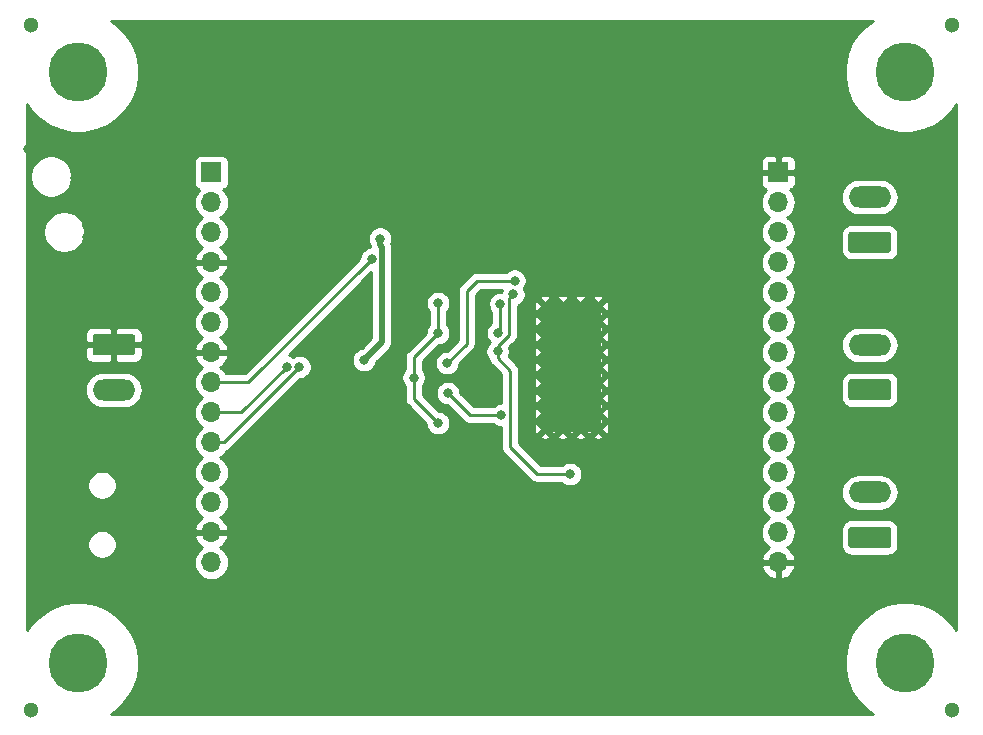
<source format=gbl>
G04 #@! TF.GenerationSoftware,KiCad,Pcbnew,(5.1.2-1)-1*
G04 #@! TF.CreationDate,2023-07-05T23:23:31-04:00*
G04 #@! TF.ProjectId,AmpClassD_Daugher,416d7043-6c61-4737-9344-5f4461756768,rev?*
G04 #@! TF.SameCoordinates,Original*
G04 #@! TF.FileFunction,Copper,L2,Bot*
G04 #@! TF.FilePolarity,Positive*
%FSLAX46Y46*%
G04 Gerber Fmt 4.6, Leading zero omitted, Abs format (unit mm)*
G04 Created by KiCad (PCBNEW (5.1.2-1)-1) date 2023-07-05 23:23:31*
%MOMM*%
%LPD*%
G04 APERTURE LIST*
%ADD10C,1.300000*%
%ADD11R,5.200000X11.000000*%
%ADD12C,0.600000*%
%ADD13O,1.700000X1.700000*%
%ADD14R,1.700000X1.700000*%
%ADD15C,5.000000*%
%ADD16C,0.100000*%
%ADD17C,1.800000*%
%ADD18O,3.600000X1.800000*%
%ADD19C,0.800000*%
%ADD20C,0.250000*%
%ADD21C,0.500000*%
%ADD22C,0.254000*%
G04 APERTURE END LIST*
D10*
X144000000Y-94000000D03*
X66000000Y-94000000D03*
X66000000Y-36000000D03*
X144000000Y-36000000D03*
D11*
X111750000Y-65000000D03*
D12*
X112500000Y-70200000D03*
X114000000Y-70200000D03*
X109500000Y-70200000D03*
X111000000Y-70200000D03*
X112500000Y-68900000D03*
X112500000Y-67600000D03*
X111000000Y-67600000D03*
X109500000Y-67600000D03*
X111000000Y-68900000D03*
X114000000Y-68900000D03*
X109500000Y-68900000D03*
X114000000Y-67600000D03*
X112500000Y-66300000D03*
X112500000Y-65000000D03*
X111000000Y-65000000D03*
X109500000Y-65000000D03*
X111000000Y-66300000D03*
X114000000Y-66300000D03*
X109500000Y-66300000D03*
X114000000Y-65000000D03*
X112500000Y-63700000D03*
X112500000Y-62400000D03*
X111000000Y-62400000D03*
X109500000Y-62400000D03*
X111000000Y-63700000D03*
X114000000Y-63700000D03*
X109500000Y-63700000D03*
X114000000Y-62400000D03*
X114000000Y-61100000D03*
X112500000Y-61100000D03*
X111000000Y-61100000D03*
X109500000Y-61100000D03*
X114000000Y-59800000D03*
X112500000Y-59800000D03*
X111000000Y-59800000D03*
X109500000Y-59800000D03*
D13*
X81250000Y-81520000D03*
X81250000Y-78980000D03*
X81250000Y-76440000D03*
X81250000Y-73900000D03*
X81250000Y-71360000D03*
X81250000Y-68820000D03*
X81250000Y-66280000D03*
X81250000Y-63740000D03*
X81250000Y-61200000D03*
X81250000Y-58660000D03*
X81250000Y-56120000D03*
X81250000Y-53580000D03*
X81250000Y-51040000D03*
D14*
X81250000Y-48500000D03*
X129250000Y-48500000D03*
D13*
X129250000Y-51040000D03*
X129250000Y-53580000D03*
X129250000Y-56120000D03*
X129250000Y-58660000D03*
X129250000Y-61200000D03*
X129250000Y-63740000D03*
X129250000Y-66280000D03*
X129250000Y-68820000D03*
X129250000Y-71360000D03*
X129250000Y-73900000D03*
X129250000Y-76440000D03*
X129250000Y-78980000D03*
X129250000Y-81520000D03*
D15*
X70000000Y-40000000D03*
X70000000Y-90000000D03*
X140000000Y-40000000D03*
X140000000Y-90000000D03*
D16*
G36*
X74574504Y-62196204D02*
G01*
X74598773Y-62199804D01*
X74622571Y-62205765D01*
X74645671Y-62214030D01*
X74667849Y-62224520D01*
X74688893Y-62237133D01*
X74708598Y-62251747D01*
X74726777Y-62268223D01*
X74743253Y-62286402D01*
X74757867Y-62306107D01*
X74770480Y-62327151D01*
X74780970Y-62349329D01*
X74789235Y-62372429D01*
X74795196Y-62396227D01*
X74798796Y-62420496D01*
X74800000Y-62445000D01*
X74800000Y-63745000D01*
X74798796Y-63769504D01*
X74795196Y-63793773D01*
X74789235Y-63817571D01*
X74780970Y-63840671D01*
X74770480Y-63862849D01*
X74757867Y-63883893D01*
X74743253Y-63903598D01*
X74726777Y-63921777D01*
X74708598Y-63938253D01*
X74688893Y-63952867D01*
X74667849Y-63965480D01*
X74645671Y-63975970D01*
X74622571Y-63984235D01*
X74598773Y-63990196D01*
X74574504Y-63993796D01*
X74550000Y-63995000D01*
X71450000Y-63995000D01*
X71425496Y-63993796D01*
X71401227Y-63990196D01*
X71377429Y-63984235D01*
X71354329Y-63975970D01*
X71332151Y-63965480D01*
X71311107Y-63952867D01*
X71291402Y-63938253D01*
X71273223Y-63921777D01*
X71256747Y-63903598D01*
X71242133Y-63883893D01*
X71229520Y-63862849D01*
X71219030Y-63840671D01*
X71210765Y-63817571D01*
X71204804Y-63793773D01*
X71201204Y-63769504D01*
X71200000Y-63745000D01*
X71200000Y-62445000D01*
X71201204Y-62420496D01*
X71204804Y-62396227D01*
X71210765Y-62372429D01*
X71219030Y-62349329D01*
X71229520Y-62327151D01*
X71242133Y-62306107D01*
X71256747Y-62286402D01*
X71273223Y-62268223D01*
X71291402Y-62251747D01*
X71311107Y-62237133D01*
X71332151Y-62224520D01*
X71354329Y-62214030D01*
X71377429Y-62205765D01*
X71401227Y-62199804D01*
X71425496Y-62196204D01*
X71450000Y-62195000D01*
X74550000Y-62195000D01*
X74574504Y-62196204D01*
X74574504Y-62196204D01*
G37*
D17*
X73000000Y-63095000D03*
D18*
X73000000Y-66905000D03*
D16*
G36*
X74574504Y-62196204D02*
G01*
X74598773Y-62199804D01*
X74622571Y-62205765D01*
X74645671Y-62214030D01*
X74667849Y-62224520D01*
X74688893Y-62237133D01*
X74708598Y-62251747D01*
X74726777Y-62268223D01*
X74743253Y-62286402D01*
X74757867Y-62306107D01*
X74770480Y-62327151D01*
X74780970Y-62349329D01*
X74789235Y-62372429D01*
X74795196Y-62396227D01*
X74798796Y-62420496D01*
X74800000Y-62445000D01*
X74800000Y-63745000D01*
X74798796Y-63769504D01*
X74795196Y-63793773D01*
X74789235Y-63817571D01*
X74780970Y-63840671D01*
X74770480Y-63862849D01*
X74757867Y-63883893D01*
X74743253Y-63903598D01*
X74726777Y-63921777D01*
X74708598Y-63938253D01*
X74688893Y-63952867D01*
X74667849Y-63965480D01*
X74645671Y-63975970D01*
X74622571Y-63984235D01*
X74598773Y-63990196D01*
X74574504Y-63993796D01*
X74550000Y-63995000D01*
X71450000Y-63995000D01*
X71425496Y-63993796D01*
X71401227Y-63990196D01*
X71377429Y-63984235D01*
X71354329Y-63975970D01*
X71332151Y-63965480D01*
X71311107Y-63952867D01*
X71291402Y-63938253D01*
X71273223Y-63921777D01*
X71256747Y-63903598D01*
X71242133Y-63883893D01*
X71229520Y-63862849D01*
X71219030Y-63840671D01*
X71210765Y-63817571D01*
X71204804Y-63793773D01*
X71201204Y-63769504D01*
X71200000Y-63745000D01*
X71200000Y-62445000D01*
X71201204Y-62420496D01*
X71204804Y-62396227D01*
X71210765Y-62372429D01*
X71219030Y-62349329D01*
X71229520Y-62327151D01*
X71242133Y-62306107D01*
X71256747Y-62286402D01*
X71273223Y-62268223D01*
X71291402Y-62251747D01*
X71311107Y-62237133D01*
X71332151Y-62224520D01*
X71354329Y-62214030D01*
X71377429Y-62205765D01*
X71401227Y-62199804D01*
X71425496Y-62196204D01*
X71450000Y-62195000D01*
X74550000Y-62195000D01*
X74574504Y-62196204D01*
X74574504Y-62196204D01*
G37*
D17*
X73000000Y-63095000D03*
D18*
X73000000Y-66905000D03*
X137000000Y-50595000D03*
D16*
G36*
X138574504Y-53506204D02*
G01*
X138598773Y-53509804D01*
X138622571Y-53515765D01*
X138645671Y-53524030D01*
X138667849Y-53534520D01*
X138688893Y-53547133D01*
X138708598Y-53561747D01*
X138726777Y-53578223D01*
X138743253Y-53596402D01*
X138757867Y-53616107D01*
X138770480Y-53637151D01*
X138780970Y-53659329D01*
X138789235Y-53682429D01*
X138795196Y-53706227D01*
X138798796Y-53730496D01*
X138800000Y-53755000D01*
X138800000Y-55055000D01*
X138798796Y-55079504D01*
X138795196Y-55103773D01*
X138789235Y-55127571D01*
X138780970Y-55150671D01*
X138770480Y-55172849D01*
X138757867Y-55193893D01*
X138743253Y-55213598D01*
X138726777Y-55231777D01*
X138708598Y-55248253D01*
X138688893Y-55262867D01*
X138667849Y-55275480D01*
X138645671Y-55285970D01*
X138622571Y-55294235D01*
X138598773Y-55300196D01*
X138574504Y-55303796D01*
X138550000Y-55305000D01*
X135450000Y-55305000D01*
X135425496Y-55303796D01*
X135401227Y-55300196D01*
X135377429Y-55294235D01*
X135354329Y-55285970D01*
X135332151Y-55275480D01*
X135311107Y-55262867D01*
X135291402Y-55248253D01*
X135273223Y-55231777D01*
X135256747Y-55213598D01*
X135242133Y-55193893D01*
X135229520Y-55172849D01*
X135219030Y-55150671D01*
X135210765Y-55127571D01*
X135204804Y-55103773D01*
X135201204Y-55079504D01*
X135200000Y-55055000D01*
X135200000Y-53755000D01*
X135201204Y-53730496D01*
X135204804Y-53706227D01*
X135210765Y-53682429D01*
X135219030Y-53659329D01*
X135229520Y-53637151D01*
X135242133Y-53616107D01*
X135256747Y-53596402D01*
X135273223Y-53578223D01*
X135291402Y-53561747D01*
X135311107Y-53547133D01*
X135332151Y-53534520D01*
X135354329Y-53524030D01*
X135377429Y-53515765D01*
X135401227Y-53509804D01*
X135425496Y-53506204D01*
X135450000Y-53505000D01*
X138550000Y-53505000D01*
X138574504Y-53506204D01*
X138574504Y-53506204D01*
G37*
D17*
X137000000Y-54405000D03*
D18*
X137000000Y-50595000D03*
D16*
G36*
X138574504Y-53506204D02*
G01*
X138598773Y-53509804D01*
X138622571Y-53515765D01*
X138645671Y-53524030D01*
X138667849Y-53534520D01*
X138688893Y-53547133D01*
X138708598Y-53561747D01*
X138726777Y-53578223D01*
X138743253Y-53596402D01*
X138757867Y-53616107D01*
X138770480Y-53637151D01*
X138780970Y-53659329D01*
X138789235Y-53682429D01*
X138795196Y-53706227D01*
X138798796Y-53730496D01*
X138800000Y-53755000D01*
X138800000Y-55055000D01*
X138798796Y-55079504D01*
X138795196Y-55103773D01*
X138789235Y-55127571D01*
X138780970Y-55150671D01*
X138770480Y-55172849D01*
X138757867Y-55193893D01*
X138743253Y-55213598D01*
X138726777Y-55231777D01*
X138708598Y-55248253D01*
X138688893Y-55262867D01*
X138667849Y-55275480D01*
X138645671Y-55285970D01*
X138622571Y-55294235D01*
X138598773Y-55300196D01*
X138574504Y-55303796D01*
X138550000Y-55305000D01*
X135450000Y-55305000D01*
X135425496Y-55303796D01*
X135401227Y-55300196D01*
X135377429Y-55294235D01*
X135354329Y-55285970D01*
X135332151Y-55275480D01*
X135311107Y-55262867D01*
X135291402Y-55248253D01*
X135273223Y-55231777D01*
X135256747Y-55213598D01*
X135242133Y-55193893D01*
X135229520Y-55172849D01*
X135219030Y-55150671D01*
X135210765Y-55127571D01*
X135204804Y-55103773D01*
X135201204Y-55079504D01*
X135200000Y-55055000D01*
X135200000Y-53755000D01*
X135201204Y-53730496D01*
X135204804Y-53706227D01*
X135210765Y-53682429D01*
X135219030Y-53659329D01*
X135229520Y-53637151D01*
X135242133Y-53616107D01*
X135256747Y-53596402D01*
X135273223Y-53578223D01*
X135291402Y-53561747D01*
X135311107Y-53547133D01*
X135332151Y-53534520D01*
X135354329Y-53524030D01*
X135377429Y-53515765D01*
X135401227Y-53509804D01*
X135425496Y-53506204D01*
X135450000Y-53505000D01*
X138550000Y-53505000D01*
X138574504Y-53506204D01*
X138574504Y-53506204D01*
G37*
D17*
X137000000Y-54405000D03*
D16*
G36*
X138574504Y-66006204D02*
G01*
X138598773Y-66009804D01*
X138622571Y-66015765D01*
X138645671Y-66024030D01*
X138667849Y-66034520D01*
X138688893Y-66047133D01*
X138708598Y-66061747D01*
X138726777Y-66078223D01*
X138743253Y-66096402D01*
X138757867Y-66116107D01*
X138770480Y-66137151D01*
X138780970Y-66159329D01*
X138789235Y-66182429D01*
X138795196Y-66206227D01*
X138798796Y-66230496D01*
X138800000Y-66255000D01*
X138800000Y-67555000D01*
X138798796Y-67579504D01*
X138795196Y-67603773D01*
X138789235Y-67627571D01*
X138780970Y-67650671D01*
X138770480Y-67672849D01*
X138757867Y-67693893D01*
X138743253Y-67713598D01*
X138726777Y-67731777D01*
X138708598Y-67748253D01*
X138688893Y-67762867D01*
X138667849Y-67775480D01*
X138645671Y-67785970D01*
X138622571Y-67794235D01*
X138598773Y-67800196D01*
X138574504Y-67803796D01*
X138550000Y-67805000D01*
X135450000Y-67805000D01*
X135425496Y-67803796D01*
X135401227Y-67800196D01*
X135377429Y-67794235D01*
X135354329Y-67785970D01*
X135332151Y-67775480D01*
X135311107Y-67762867D01*
X135291402Y-67748253D01*
X135273223Y-67731777D01*
X135256747Y-67713598D01*
X135242133Y-67693893D01*
X135229520Y-67672849D01*
X135219030Y-67650671D01*
X135210765Y-67627571D01*
X135204804Y-67603773D01*
X135201204Y-67579504D01*
X135200000Y-67555000D01*
X135200000Y-66255000D01*
X135201204Y-66230496D01*
X135204804Y-66206227D01*
X135210765Y-66182429D01*
X135219030Y-66159329D01*
X135229520Y-66137151D01*
X135242133Y-66116107D01*
X135256747Y-66096402D01*
X135273223Y-66078223D01*
X135291402Y-66061747D01*
X135311107Y-66047133D01*
X135332151Y-66034520D01*
X135354329Y-66024030D01*
X135377429Y-66015765D01*
X135401227Y-66009804D01*
X135425496Y-66006204D01*
X135450000Y-66005000D01*
X138550000Y-66005000D01*
X138574504Y-66006204D01*
X138574504Y-66006204D01*
G37*
D17*
X137000000Y-66905000D03*
D18*
X137000000Y-63095000D03*
D16*
G36*
X138574504Y-66006204D02*
G01*
X138598773Y-66009804D01*
X138622571Y-66015765D01*
X138645671Y-66024030D01*
X138667849Y-66034520D01*
X138688893Y-66047133D01*
X138708598Y-66061747D01*
X138726777Y-66078223D01*
X138743253Y-66096402D01*
X138757867Y-66116107D01*
X138770480Y-66137151D01*
X138780970Y-66159329D01*
X138789235Y-66182429D01*
X138795196Y-66206227D01*
X138798796Y-66230496D01*
X138800000Y-66255000D01*
X138800000Y-67555000D01*
X138798796Y-67579504D01*
X138795196Y-67603773D01*
X138789235Y-67627571D01*
X138780970Y-67650671D01*
X138770480Y-67672849D01*
X138757867Y-67693893D01*
X138743253Y-67713598D01*
X138726777Y-67731777D01*
X138708598Y-67748253D01*
X138688893Y-67762867D01*
X138667849Y-67775480D01*
X138645671Y-67785970D01*
X138622571Y-67794235D01*
X138598773Y-67800196D01*
X138574504Y-67803796D01*
X138550000Y-67805000D01*
X135450000Y-67805000D01*
X135425496Y-67803796D01*
X135401227Y-67800196D01*
X135377429Y-67794235D01*
X135354329Y-67785970D01*
X135332151Y-67775480D01*
X135311107Y-67762867D01*
X135291402Y-67748253D01*
X135273223Y-67731777D01*
X135256747Y-67713598D01*
X135242133Y-67693893D01*
X135229520Y-67672849D01*
X135219030Y-67650671D01*
X135210765Y-67627571D01*
X135204804Y-67603773D01*
X135201204Y-67579504D01*
X135200000Y-67555000D01*
X135200000Y-66255000D01*
X135201204Y-66230496D01*
X135204804Y-66206227D01*
X135210765Y-66182429D01*
X135219030Y-66159329D01*
X135229520Y-66137151D01*
X135242133Y-66116107D01*
X135256747Y-66096402D01*
X135273223Y-66078223D01*
X135291402Y-66061747D01*
X135311107Y-66047133D01*
X135332151Y-66034520D01*
X135354329Y-66024030D01*
X135377429Y-66015765D01*
X135401227Y-66009804D01*
X135425496Y-66006204D01*
X135450000Y-66005000D01*
X138550000Y-66005000D01*
X138574504Y-66006204D01*
X138574504Y-66006204D01*
G37*
D17*
X137000000Y-66905000D03*
D18*
X137000000Y-63095000D03*
X137000000Y-75595000D03*
D16*
G36*
X138574504Y-78506204D02*
G01*
X138598773Y-78509804D01*
X138622571Y-78515765D01*
X138645671Y-78524030D01*
X138667849Y-78534520D01*
X138688893Y-78547133D01*
X138708598Y-78561747D01*
X138726777Y-78578223D01*
X138743253Y-78596402D01*
X138757867Y-78616107D01*
X138770480Y-78637151D01*
X138780970Y-78659329D01*
X138789235Y-78682429D01*
X138795196Y-78706227D01*
X138798796Y-78730496D01*
X138800000Y-78755000D01*
X138800000Y-80055000D01*
X138798796Y-80079504D01*
X138795196Y-80103773D01*
X138789235Y-80127571D01*
X138780970Y-80150671D01*
X138770480Y-80172849D01*
X138757867Y-80193893D01*
X138743253Y-80213598D01*
X138726777Y-80231777D01*
X138708598Y-80248253D01*
X138688893Y-80262867D01*
X138667849Y-80275480D01*
X138645671Y-80285970D01*
X138622571Y-80294235D01*
X138598773Y-80300196D01*
X138574504Y-80303796D01*
X138550000Y-80305000D01*
X135450000Y-80305000D01*
X135425496Y-80303796D01*
X135401227Y-80300196D01*
X135377429Y-80294235D01*
X135354329Y-80285970D01*
X135332151Y-80275480D01*
X135311107Y-80262867D01*
X135291402Y-80248253D01*
X135273223Y-80231777D01*
X135256747Y-80213598D01*
X135242133Y-80193893D01*
X135229520Y-80172849D01*
X135219030Y-80150671D01*
X135210765Y-80127571D01*
X135204804Y-80103773D01*
X135201204Y-80079504D01*
X135200000Y-80055000D01*
X135200000Y-78755000D01*
X135201204Y-78730496D01*
X135204804Y-78706227D01*
X135210765Y-78682429D01*
X135219030Y-78659329D01*
X135229520Y-78637151D01*
X135242133Y-78616107D01*
X135256747Y-78596402D01*
X135273223Y-78578223D01*
X135291402Y-78561747D01*
X135311107Y-78547133D01*
X135332151Y-78534520D01*
X135354329Y-78524030D01*
X135377429Y-78515765D01*
X135401227Y-78509804D01*
X135425496Y-78506204D01*
X135450000Y-78505000D01*
X138550000Y-78505000D01*
X138574504Y-78506204D01*
X138574504Y-78506204D01*
G37*
D17*
X137000000Y-79405000D03*
D18*
X137000000Y-75595000D03*
D16*
G36*
X138574504Y-78506204D02*
G01*
X138598773Y-78509804D01*
X138622571Y-78515765D01*
X138645671Y-78524030D01*
X138667849Y-78534520D01*
X138688893Y-78547133D01*
X138708598Y-78561747D01*
X138726777Y-78578223D01*
X138743253Y-78596402D01*
X138757867Y-78616107D01*
X138770480Y-78637151D01*
X138780970Y-78659329D01*
X138789235Y-78682429D01*
X138795196Y-78706227D01*
X138798796Y-78730496D01*
X138800000Y-78755000D01*
X138800000Y-80055000D01*
X138798796Y-80079504D01*
X138795196Y-80103773D01*
X138789235Y-80127571D01*
X138780970Y-80150671D01*
X138770480Y-80172849D01*
X138757867Y-80193893D01*
X138743253Y-80213598D01*
X138726777Y-80231777D01*
X138708598Y-80248253D01*
X138688893Y-80262867D01*
X138667849Y-80275480D01*
X138645671Y-80285970D01*
X138622571Y-80294235D01*
X138598773Y-80300196D01*
X138574504Y-80303796D01*
X138550000Y-80305000D01*
X135450000Y-80305000D01*
X135425496Y-80303796D01*
X135401227Y-80300196D01*
X135377429Y-80294235D01*
X135354329Y-80285970D01*
X135332151Y-80275480D01*
X135311107Y-80262867D01*
X135291402Y-80248253D01*
X135273223Y-80231777D01*
X135256747Y-80213598D01*
X135242133Y-80193893D01*
X135229520Y-80172849D01*
X135219030Y-80150671D01*
X135210765Y-80127571D01*
X135204804Y-80103773D01*
X135201204Y-80079504D01*
X135200000Y-80055000D01*
X135200000Y-78755000D01*
X135201204Y-78730496D01*
X135204804Y-78706227D01*
X135210765Y-78682429D01*
X135219030Y-78659329D01*
X135229520Y-78637151D01*
X135242133Y-78616107D01*
X135256747Y-78596402D01*
X135273223Y-78578223D01*
X135291402Y-78561747D01*
X135311107Y-78547133D01*
X135332151Y-78534520D01*
X135354329Y-78524030D01*
X135377429Y-78515765D01*
X135401227Y-78509804D01*
X135425496Y-78506204D01*
X135450000Y-78505000D01*
X138550000Y-78505000D01*
X138574504Y-78506204D01*
X138574504Y-78506204D01*
G37*
D17*
X137000000Y-79405000D03*
D19*
X71750000Y-49000000D03*
X69750000Y-46500000D03*
X72750000Y-49000000D03*
X70750000Y-49000000D03*
X69750000Y-49000000D03*
X73750000Y-49000000D03*
X71750000Y-50000000D03*
X73750000Y-50000000D03*
X72750000Y-50000000D03*
X69750000Y-50000000D03*
X70750000Y-50000000D03*
X70750000Y-51000000D03*
X71750000Y-51000000D03*
X72750000Y-51000000D03*
X69750000Y-51000000D03*
X68750000Y-46500000D03*
X67750000Y-46500000D03*
X66750000Y-46500000D03*
X65750000Y-46500000D03*
X71750000Y-52000000D03*
X70750000Y-52000000D03*
X71750000Y-53000000D03*
X70750000Y-53000000D03*
X74750000Y-49000000D03*
X68750000Y-51000000D03*
X67750000Y-51000000D03*
X71750000Y-54000000D03*
X70750000Y-54000000D03*
X74250000Y-80500000D03*
X74250000Y-79500000D03*
X76250000Y-78500000D03*
X75250000Y-78500000D03*
X74250000Y-78500000D03*
X91829000Y-54864000D03*
X90868500Y-63309500D03*
X122595800Y-49111000D03*
X121595800Y-49111000D03*
X123595800Y-49111000D03*
X123595800Y-53111000D03*
X121595800Y-53111000D03*
X124595800Y-51111000D03*
X122595800Y-53111000D03*
X124595800Y-52111000D03*
X124595800Y-53111000D03*
X87750000Y-43750000D03*
X87750000Y-42750000D03*
X87750000Y-41750000D03*
X86750000Y-41750000D03*
X87750000Y-40750000D03*
X86750000Y-40750000D03*
X85750000Y-40750000D03*
X85750000Y-41750000D03*
X87750000Y-44750000D03*
X84750000Y-40750000D03*
X84750000Y-41750000D03*
X124595800Y-50111000D03*
X124595800Y-49111000D03*
X122047000Y-60960000D03*
X123126500Y-59944000D03*
X122047000Y-55880000D03*
X123126500Y-54864000D03*
X122047000Y-69151500D03*
X122047000Y-74041000D03*
X123126500Y-75057000D03*
X98361500Y-41592500D03*
X103886000Y-41592500D03*
X107632500Y-41592500D03*
X124608500Y-77016000D03*
X122608500Y-81016000D03*
X121608500Y-77016000D03*
X121608500Y-81016000D03*
X124608500Y-79016000D03*
X123608500Y-81016000D03*
X124608500Y-78016000D03*
X124608500Y-80016000D03*
X123608500Y-77016000D03*
X122608500Y-77016000D03*
X124608500Y-81016000D03*
X123126500Y-70167500D03*
X94170500Y-61277500D03*
X94107000Y-80581500D03*
X90868500Y-82550000D03*
X91948000Y-74104500D03*
X87312500Y-52832000D03*
X87312500Y-72072500D03*
X96266000Y-88138000D03*
X111633000Y-75819000D03*
X111633000Y-79375000D03*
X111633000Y-82931000D03*
X93853000Y-84582000D03*
X90106500Y-84582000D03*
X86750000Y-45750000D03*
X87750000Y-45750000D03*
X85750000Y-45750000D03*
X84750000Y-45750000D03*
X113601500Y-74549000D03*
X111633000Y-72263000D03*
X111760000Y-46990000D03*
X111760000Y-48768000D03*
X111760000Y-52324000D03*
X111760000Y-55880000D03*
X113601500Y-55435500D03*
X105494479Y-63659583D03*
X88709500Y-64974990D03*
X98393250Y-65881250D03*
X100457000Y-69723000D03*
X100457000Y-62103000D03*
X100457000Y-59563000D03*
X82804000Y-88455500D03*
X111633000Y-74041000D03*
X106832501Y-58832501D03*
X95544944Y-54105944D03*
X94170500Y-64389000D03*
X87630000Y-64974990D03*
X94832597Y-55843597D03*
X105537000Y-62103000D03*
X105727500Y-59626500D03*
X101219000Y-64643000D03*
X106934000Y-57658000D03*
X105816266Y-69060971D03*
X101282500Y-67183000D03*
D20*
X106452501Y-62260501D02*
X106452501Y-59974501D01*
X105494479Y-63218523D02*
X106452501Y-62260501D01*
X105494479Y-63659583D02*
X105494479Y-63218523D01*
X106452501Y-59974501D02*
X106452501Y-59212501D01*
X82324490Y-71360000D02*
X81250000Y-71360000D01*
X88709500Y-64974990D02*
X82324490Y-71360000D01*
X98393250Y-67659250D02*
X98393250Y-65881250D01*
X100457000Y-69723000D02*
X98393250Y-67659250D01*
X98393250Y-64166750D02*
X100457000Y-62103000D01*
X98393250Y-65881250D02*
X98393250Y-64166750D01*
X100457000Y-62103000D02*
X100457000Y-59563000D01*
X105494479Y-64225268D02*
X106553000Y-65283789D01*
X105494479Y-63659583D02*
X105494479Y-64225268D01*
X106553000Y-65283789D02*
X106553000Y-71755000D01*
X108839000Y-74041000D02*
X111633000Y-74041000D01*
X106553000Y-71755000D02*
X108839000Y-74041000D01*
X106452501Y-59212501D02*
X106832501Y-58832501D01*
D21*
X94570499Y-63989001D02*
X94170500Y-64389000D01*
X95682598Y-62876902D02*
X94570499Y-63989001D01*
X95682598Y-54809283D02*
X95682598Y-62876902D01*
X95544944Y-54671629D02*
X95682598Y-54809283D01*
X95544944Y-54105944D02*
X95544944Y-54671629D01*
D20*
X83784990Y-68820000D02*
X81250000Y-68820000D01*
X87630000Y-64974990D02*
X83784990Y-68820000D01*
X84396194Y-66280000D02*
X81250000Y-66280000D01*
X94832597Y-55843597D02*
X84396194Y-66280000D01*
X105727500Y-61912500D02*
X105537000Y-62103000D01*
X105727500Y-59626500D02*
X105727500Y-61912500D01*
X106934000Y-57658000D02*
X103759000Y-57658000D01*
X103759000Y-57658000D02*
X102870000Y-58547000D01*
X102870000Y-62992000D02*
X101219000Y-64643000D01*
X102870000Y-58547000D02*
X102870000Y-62992000D01*
X103160471Y-69060971D02*
X105816266Y-69060971D01*
X101282500Y-67183000D02*
X103160471Y-69060971D01*
D22*
G36*
X136731728Y-36017599D02*
G01*
X136017599Y-36731728D01*
X135456512Y-37571455D01*
X135070028Y-38504509D01*
X134873000Y-39495035D01*
X134873000Y-40504965D01*
X135070028Y-41495491D01*
X135456512Y-42428545D01*
X136017599Y-43268272D01*
X136731728Y-43982401D01*
X137571455Y-44543488D01*
X138504509Y-44929972D01*
X139495035Y-45127000D01*
X140504965Y-45127000D01*
X141495491Y-44929972D01*
X142428545Y-44543488D01*
X143268272Y-43982401D01*
X143982401Y-43268272D01*
X144340001Y-42733085D01*
X144340000Y-87266914D01*
X143982401Y-86731728D01*
X143268272Y-86017599D01*
X142428545Y-85456512D01*
X141495491Y-85070028D01*
X140504965Y-84873000D01*
X139495035Y-84873000D01*
X138504509Y-85070028D01*
X137571455Y-85456512D01*
X136731728Y-86017599D01*
X136017599Y-86731728D01*
X135456512Y-87571455D01*
X135070028Y-88504509D01*
X134873000Y-89495035D01*
X134873000Y-90504965D01*
X135070028Y-91495491D01*
X135456512Y-92428545D01*
X136017599Y-93268272D01*
X136731728Y-93982401D01*
X137266913Y-94340000D01*
X72733087Y-94340000D01*
X73268272Y-93982401D01*
X73982401Y-93268272D01*
X74543488Y-92428545D01*
X74929972Y-91495491D01*
X75127000Y-90504965D01*
X75127000Y-89495035D01*
X74929972Y-88504509D01*
X74543488Y-87571455D01*
X73982401Y-86731728D01*
X73268272Y-86017599D01*
X72428545Y-85456512D01*
X71495491Y-85070028D01*
X70504965Y-84873000D01*
X69495035Y-84873000D01*
X68504509Y-85070028D01*
X67571455Y-85456512D01*
X66731728Y-86017599D01*
X66017599Y-86731728D01*
X65660000Y-87266913D01*
X65660000Y-81520000D01*
X79757815Y-81520000D01*
X79786487Y-81811111D01*
X79871401Y-82091034D01*
X80009294Y-82349014D01*
X80194866Y-82575134D01*
X80420986Y-82760706D01*
X80678966Y-82898599D01*
X80958889Y-82983513D01*
X81177050Y-83005000D01*
X81322950Y-83005000D01*
X81541111Y-82983513D01*
X81821034Y-82898599D01*
X82079014Y-82760706D01*
X82305134Y-82575134D01*
X82490706Y-82349014D01*
X82628599Y-82091034D01*
X82693559Y-81876890D01*
X127808524Y-81876890D01*
X127853175Y-82024099D01*
X127978359Y-82286920D01*
X128152412Y-82520269D01*
X128368645Y-82715178D01*
X128618748Y-82864157D01*
X128893109Y-82961481D01*
X129123000Y-82840814D01*
X129123000Y-81647000D01*
X129377000Y-81647000D01*
X129377000Y-82840814D01*
X129606891Y-82961481D01*
X129881252Y-82864157D01*
X130131355Y-82715178D01*
X130347588Y-82520269D01*
X130521641Y-82286920D01*
X130646825Y-82024099D01*
X130691476Y-81876890D01*
X130570155Y-81647000D01*
X129377000Y-81647000D01*
X129123000Y-81647000D01*
X127929845Y-81647000D01*
X127808524Y-81876890D01*
X82693559Y-81876890D01*
X82713513Y-81811111D01*
X82742185Y-81520000D01*
X82713513Y-81228889D01*
X82628599Y-80948966D01*
X82490706Y-80690986D01*
X82305134Y-80464866D01*
X82079014Y-80279294D01*
X82014477Y-80244799D01*
X82131355Y-80175178D01*
X82347588Y-79980269D01*
X82521641Y-79746920D01*
X82646825Y-79484099D01*
X82691476Y-79336890D01*
X82570155Y-79107000D01*
X81377000Y-79107000D01*
X81377000Y-79127000D01*
X81123000Y-79127000D01*
X81123000Y-79107000D01*
X79929845Y-79107000D01*
X79808524Y-79336890D01*
X79853175Y-79484099D01*
X79978359Y-79746920D01*
X80152412Y-79980269D01*
X80368645Y-80175178D01*
X80485523Y-80244799D01*
X80420986Y-80279294D01*
X80194866Y-80464866D01*
X80009294Y-80690986D01*
X79871401Y-80948966D01*
X79786487Y-81228889D01*
X79757815Y-81520000D01*
X65660000Y-81520000D01*
X65660000Y-79878363D01*
X70765000Y-79878363D01*
X70765000Y-80121637D01*
X70812460Y-80360236D01*
X70905557Y-80584992D01*
X71040713Y-80787267D01*
X71212733Y-80959287D01*
X71415008Y-81094443D01*
X71639764Y-81187540D01*
X71878363Y-81235000D01*
X72121637Y-81235000D01*
X72360236Y-81187540D01*
X72584992Y-81094443D01*
X72787267Y-80959287D01*
X72959287Y-80787267D01*
X73094443Y-80584992D01*
X73187540Y-80360236D01*
X73235000Y-80121637D01*
X73235000Y-79878363D01*
X73187540Y-79639764D01*
X73094443Y-79415008D01*
X72959287Y-79212733D01*
X72787267Y-79040713D01*
X72584992Y-78905557D01*
X72360236Y-78812460D01*
X72121637Y-78765000D01*
X71878363Y-78765000D01*
X71639764Y-78812460D01*
X71415008Y-78905557D01*
X71212733Y-79040713D01*
X71040713Y-79212733D01*
X70905557Y-79415008D01*
X70812460Y-79639764D01*
X70765000Y-79878363D01*
X65660000Y-79878363D01*
X65660000Y-74878363D01*
X70765000Y-74878363D01*
X70765000Y-75121637D01*
X70812460Y-75360236D01*
X70905557Y-75584992D01*
X71040713Y-75787267D01*
X71212733Y-75959287D01*
X71415008Y-76094443D01*
X71639764Y-76187540D01*
X71878363Y-76235000D01*
X72121637Y-76235000D01*
X72360236Y-76187540D01*
X72584992Y-76094443D01*
X72787267Y-75959287D01*
X72959287Y-75787267D01*
X73094443Y-75584992D01*
X73187540Y-75360236D01*
X73235000Y-75121637D01*
X73235000Y-74878363D01*
X73187540Y-74639764D01*
X73094443Y-74415008D01*
X72959287Y-74212733D01*
X72787267Y-74040713D01*
X72584992Y-73905557D01*
X72360236Y-73812460D01*
X72121637Y-73765000D01*
X71878363Y-73765000D01*
X71639764Y-73812460D01*
X71415008Y-73905557D01*
X71212733Y-74040713D01*
X71040713Y-74212733D01*
X70905557Y-74415008D01*
X70812460Y-74639764D01*
X70765000Y-74878363D01*
X65660000Y-74878363D01*
X65660000Y-66905000D01*
X70557573Y-66905000D01*
X70587210Y-67205913D01*
X70674983Y-67495261D01*
X70817519Y-67761927D01*
X71009339Y-67995661D01*
X71243073Y-68187481D01*
X71509739Y-68330017D01*
X71799087Y-68417790D01*
X72024592Y-68440000D01*
X73975408Y-68440000D01*
X74200913Y-68417790D01*
X74490261Y-68330017D01*
X74756927Y-68187481D01*
X74990661Y-67995661D01*
X75182481Y-67761927D01*
X75325017Y-67495261D01*
X75412790Y-67205913D01*
X75442427Y-66905000D01*
X75412790Y-66604087D01*
X75325017Y-66314739D01*
X75306449Y-66280000D01*
X79757815Y-66280000D01*
X79786487Y-66571111D01*
X79871401Y-66851034D01*
X80009294Y-67109014D01*
X80194866Y-67335134D01*
X80420986Y-67520706D01*
X80475791Y-67550000D01*
X80420986Y-67579294D01*
X80194866Y-67764866D01*
X80009294Y-67990986D01*
X79871401Y-68248966D01*
X79786487Y-68528889D01*
X79757815Y-68820000D01*
X79786487Y-69111111D01*
X79871401Y-69391034D01*
X80009294Y-69649014D01*
X80194866Y-69875134D01*
X80420986Y-70060706D01*
X80475791Y-70090000D01*
X80420986Y-70119294D01*
X80194866Y-70304866D01*
X80009294Y-70530986D01*
X79871401Y-70788966D01*
X79786487Y-71068889D01*
X79757815Y-71360000D01*
X79786487Y-71651111D01*
X79871401Y-71931034D01*
X80009294Y-72189014D01*
X80194866Y-72415134D01*
X80420986Y-72600706D01*
X80475791Y-72630000D01*
X80420986Y-72659294D01*
X80194866Y-72844866D01*
X80009294Y-73070986D01*
X79871401Y-73328966D01*
X79786487Y-73608889D01*
X79757815Y-73900000D01*
X79786487Y-74191111D01*
X79871401Y-74471034D01*
X80009294Y-74729014D01*
X80194866Y-74955134D01*
X80420986Y-75140706D01*
X80475791Y-75170000D01*
X80420986Y-75199294D01*
X80194866Y-75384866D01*
X80009294Y-75610986D01*
X79871401Y-75868966D01*
X79786487Y-76148889D01*
X79757815Y-76440000D01*
X79786487Y-76731111D01*
X79871401Y-77011034D01*
X80009294Y-77269014D01*
X80194866Y-77495134D01*
X80420986Y-77680706D01*
X80485523Y-77715201D01*
X80368645Y-77784822D01*
X80152412Y-77979731D01*
X79978359Y-78213080D01*
X79853175Y-78475901D01*
X79808524Y-78623110D01*
X79929845Y-78853000D01*
X81123000Y-78853000D01*
X81123000Y-78833000D01*
X81377000Y-78833000D01*
X81377000Y-78853000D01*
X82570155Y-78853000D01*
X82691476Y-78623110D01*
X82646825Y-78475901D01*
X82521641Y-78213080D01*
X82347588Y-77979731D01*
X82131355Y-77784822D01*
X82014477Y-77715201D01*
X82079014Y-77680706D01*
X82305134Y-77495134D01*
X82490706Y-77269014D01*
X82628599Y-77011034D01*
X82713513Y-76731111D01*
X82742185Y-76440000D01*
X82713513Y-76148889D01*
X82628599Y-75868966D01*
X82490706Y-75610986D01*
X82305134Y-75384866D01*
X82079014Y-75199294D01*
X82024209Y-75170000D01*
X82079014Y-75140706D01*
X82305134Y-74955134D01*
X82490706Y-74729014D01*
X82628599Y-74471034D01*
X82713513Y-74191111D01*
X82742185Y-73900000D01*
X82713513Y-73608889D01*
X82628599Y-73328966D01*
X82490706Y-73070986D01*
X82305134Y-72844866D01*
X82079014Y-72659294D01*
X82024209Y-72630000D01*
X82079014Y-72600706D01*
X82305134Y-72415134D01*
X82490706Y-72189014D01*
X82545083Y-72087282D01*
X82616737Y-72065546D01*
X82748766Y-71994974D01*
X82864491Y-71900001D01*
X82888294Y-71870997D01*
X88749302Y-66009990D01*
X88811439Y-66009990D01*
X89011398Y-65970216D01*
X89199756Y-65892195D01*
X89368699Y-65779311D01*
X97358250Y-65779311D01*
X97358250Y-65983189D01*
X97398024Y-66183148D01*
X97476045Y-66371506D01*
X97589313Y-66541024D01*
X97633251Y-66584962D01*
X97633250Y-67621927D01*
X97629574Y-67659250D01*
X97633250Y-67696572D01*
X97633250Y-67696582D01*
X97644247Y-67808235D01*
X97663305Y-67871061D01*
X97687704Y-67951496D01*
X97758276Y-68083526D01*
X97798121Y-68132076D01*
X97853249Y-68199251D01*
X97882253Y-68223054D01*
X99422000Y-69762802D01*
X99422000Y-69824939D01*
X99461774Y-70024898D01*
X99539795Y-70213256D01*
X99653063Y-70382774D01*
X99797226Y-70526937D01*
X99966744Y-70640205D01*
X100155102Y-70718226D01*
X100355061Y-70758000D01*
X100558939Y-70758000D01*
X100758898Y-70718226D01*
X100947256Y-70640205D01*
X101116774Y-70526937D01*
X101260937Y-70382774D01*
X101374205Y-70213256D01*
X101452226Y-70024898D01*
X101492000Y-69824939D01*
X101492000Y-69621061D01*
X101452226Y-69421102D01*
X101374205Y-69232744D01*
X101260937Y-69063226D01*
X101116774Y-68919063D01*
X100947256Y-68805795D01*
X100758898Y-68727774D01*
X100558939Y-68688000D01*
X100496802Y-68688000D01*
X99153250Y-67344449D01*
X99153250Y-66584961D01*
X99197187Y-66541024D01*
X99310455Y-66371506D01*
X99388476Y-66183148D01*
X99428250Y-65983189D01*
X99428250Y-65779311D01*
X99388476Y-65579352D01*
X99310455Y-65390994D01*
X99197187Y-65221476D01*
X99153250Y-65177539D01*
X99153250Y-64541061D01*
X100184000Y-64541061D01*
X100184000Y-64744939D01*
X100223774Y-64944898D01*
X100301795Y-65133256D01*
X100415063Y-65302774D01*
X100559226Y-65446937D01*
X100728744Y-65560205D01*
X100917102Y-65638226D01*
X101117061Y-65678000D01*
X101320939Y-65678000D01*
X101520898Y-65638226D01*
X101709256Y-65560205D01*
X101878774Y-65446937D01*
X102022937Y-65302774D01*
X102136205Y-65133256D01*
X102214226Y-64944898D01*
X102254000Y-64744939D01*
X102254000Y-64682801D01*
X103381003Y-63555799D01*
X103410001Y-63532001D01*
X103504974Y-63416276D01*
X103575546Y-63284247D01*
X103619003Y-63140986D01*
X103630000Y-63029333D01*
X103633677Y-62992000D01*
X103630000Y-62954667D01*
X103630000Y-58861801D01*
X104073802Y-58418000D01*
X105883917Y-58418000D01*
X105837275Y-58530603D01*
X105825162Y-58591500D01*
X105625561Y-58591500D01*
X105425602Y-58631274D01*
X105237244Y-58709295D01*
X105067726Y-58822563D01*
X104923563Y-58966726D01*
X104810295Y-59136244D01*
X104732274Y-59324602D01*
X104692500Y-59524561D01*
X104692500Y-59728439D01*
X104732274Y-59928398D01*
X104810295Y-60116756D01*
X104923563Y-60286274D01*
X104967500Y-60330211D01*
X104967501Y-61238744D01*
X104877226Y-61299063D01*
X104733063Y-61443226D01*
X104619795Y-61612744D01*
X104541774Y-61801102D01*
X104502000Y-62001061D01*
X104502000Y-62204939D01*
X104541774Y-62404898D01*
X104619795Y-62593256D01*
X104733063Y-62762774D01*
X104826424Y-62856135D01*
X104817478Y-62872873D01*
X104690542Y-62999809D01*
X104577274Y-63169327D01*
X104499253Y-63357685D01*
X104459479Y-63557644D01*
X104459479Y-63761522D01*
X104499253Y-63961481D01*
X104577274Y-64149839D01*
X104690542Y-64319357D01*
X104745492Y-64374307D01*
X104788933Y-64517515D01*
X104798165Y-64534786D01*
X104859505Y-64649544D01*
X104925985Y-64730549D01*
X104954479Y-64765269D01*
X104983477Y-64789067D01*
X105793000Y-65598591D01*
X105793000Y-68025971D01*
X105714327Y-68025971D01*
X105514368Y-68065745D01*
X105326010Y-68143766D01*
X105156492Y-68257034D01*
X105112555Y-68300971D01*
X103475273Y-68300971D01*
X102317500Y-67143199D01*
X102317500Y-67081061D01*
X102277726Y-66881102D01*
X102199705Y-66692744D01*
X102086437Y-66523226D01*
X101942274Y-66379063D01*
X101772756Y-66265795D01*
X101584398Y-66187774D01*
X101384439Y-66148000D01*
X101180561Y-66148000D01*
X100980602Y-66187774D01*
X100792244Y-66265795D01*
X100622726Y-66379063D01*
X100478563Y-66523226D01*
X100365295Y-66692744D01*
X100287274Y-66881102D01*
X100247500Y-67081061D01*
X100247500Y-67284939D01*
X100287274Y-67484898D01*
X100365295Y-67673256D01*
X100478563Y-67842774D01*
X100622726Y-67986937D01*
X100792244Y-68100205D01*
X100980602Y-68178226D01*
X101180561Y-68218000D01*
X101242699Y-68218000D01*
X102596672Y-69571974D01*
X102620470Y-69600972D01*
X102649468Y-69624770D01*
X102736194Y-69695945D01*
X102828089Y-69745064D01*
X102868224Y-69766517D01*
X103011485Y-69809974D01*
X103123138Y-69820971D01*
X103123147Y-69820971D01*
X103160470Y-69824647D01*
X103197793Y-69820971D01*
X105112555Y-69820971D01*
X105156492Y-69864908D01*
X105326010Y-69978176D01*
X105514368Y-70056197D01*
X105714327Y-70095971D01*
X105793001Y-70095971D01*
X105793001Y-71717668D01*
X105789324Y-71755000D01*
X105803998Y-71903985D01*
X105847454Y-72047246D01*
X105918026Y-72179276D01*
X105989201Y-72266002D01*
X106013000Y-72295001D01*
X106041998Y-72318799D01*
X108275201Y-74552003D01*
X108298999Y-74581001D01*
X108414724Y-74675974D01*
X108546753Y-74746546D01*
X108690014Y-74790003D01*
X108801667Y-74801000D01*
X108801676Y-74801000D01*
X108838999Y-74804676D01*
X108876322Y-74801000D01*
X110929289Y-74801000D01*
X110973226Y-74844937D01*
X111142744Y-74958205D01*
X111331102Y-75036226D01*
X111531061Y-75076000D01*
X111734939Y-75076000D01*
X111934898Y-75036226D01*
X112123256Y-74958205D01*
X112292774Y-74844937D01*
X112436937Y-74700774D01*
X112550205Y-74531256D01*
X112628226Y-74342898D01*
X112668000Y-74142939D01*
X112668000Y-73939061D01*
X112628226Y-73739102D01*
X112550205Y-73550744D01*
X112436937Y-73381226D01*
X112292774Y-73237063D01*
X112123256Y-73123795D01*
X111934898Y-73045774D01*
X111734939Y-73006000D01*
X111531061Y-73006000D01*
X111331102Y-73045774D01*
X111142744Y-73123795D01*
X110973226Y-73237063D01*
X110929289Y-73281000D01*
X109153802Y-73281000D01*
X107313000Y-71440199D01*
X107313000Y-70834541D01*
X109045064Y-70834541D01*
X109055575Y-71027763D01*
X109225603Y-71098562D01*
X109406176Y-71134828D01*
X109590355Y-71135171D01*
X109771061Y-71099574D01*
X109941351Y-71029408D01*
X109944425Y-71027763D01*
X109954936Y-70834541D01*
X110545064Y-70834541D01*
X110555575Y-71027763D01*
X110725603Y-71098562D01*
X110906176Y-71134828D01*
X111090355Y-71135171D01*
X111271061Y-71099574D01*
X111441351Y-71029408D01*
X111444425Y-71027763D01*
X111454936Y-70834541D01*
X112045064Y-70834541D01*
X112055575Y-71027763D01*
X112225603Y-71098562D01*
X112406176Y-71134828D01*
X112590355Y-71135171D01*
X112771061Y-71099574D01*
X112941351Y-71029408D01*
X112944425Y-71027763D01*
X112954936Y-70834541D01*
X113545064Y-70834541D01*
X113555575Y-71027763D01*
X113725603Y-71098562D01*
X113906176Y-71134828D01*
X114090355Y-71135171D01*
X114271061Y-71099574D01*
X114441351Y-71029408D01*
X114444425Y-71027763D01*
X114454936Y-70834541D01*
X114000000Y-70379605D01*
X113545064Y-70834541D01*
X112954936Y-70834541D01*
X112500000Y-70379605D01*
X112045064Y-70834541D01*
X111454936Y-70834541D01*
X111000000Y-70379605D01*
X110545064Y-70834541D01*
X109954936Y-70834541D01*
X109500000Y-70379605D01*
X109045064Y-70834541D01*
X107313000Y-70834541D01*
X107313000Y-70290355D01*
X108564829Y-70290355D01*
X108600426Y-70471061D01*
X108670592Y-70641351D01*
X108672237Y-70644425D01*
X108865459Y-70654936D01*
X109320395Y-70200000D01*
X109679605Y-70200000D01*
X110134541Y-70654936D01*
X110250000Y-70648655D01*
X110365459Y-70654936D01*
X110820395Y-70200000D01*
X111179605Y-70200000D01*
X111634541Y-70654936D01*
X111750000Y-70648655D01*
X111865459Y-70654936D01*
X112320395Y-70200000D01*
X112679605Y-70200000D01*
X113134541Y-70654936D01*
X113250000Y-70648655D01*
X113365459Y-70654936D01*
X113820395Y-70200000D01*
X114179605Y-70200000D01*
X114634541Y-70654936D01*
X114827763Y-70644425D01*
X114898562Y-70474397D01*
X114934828Y-70293824D01*
X114935171Y-70109645D01*
X114899574Y-69928939D01*
X114829408Y-69758649D01*
X114827763Y-69755575D01*
X114634541Y-69745064D01*
X114179605Y-70200000D01*
X113820395Y-70200000D01*
X113365459Y-69745064D01*
X113250000Y-69751345D01*
X113134541Y-69745064D01*
X112679605Y-70200000D01*
X112320395Y-70200000D01*
X111865459Y-69745064D01*
X111750000Y-69751345D01*
X111634541Y-69745064D01*
X111179605Y-70200000D01*
X110820395Y-70200000D01*
X110365459Y-69745064D01*
X110250000Y-69751345D01*
X110134541Y-69745064D01*
X109679605Y-70200000D01*
X109320395Y-70200000D01*
X108865459Y-69745064D01*
X108672237Y-69755575D01*
X108601438Y-69925603D01*
X108565172Y-70106176D01*
X108564829Y-70290355D01*
X107313000Y-70290355D01*
X107313000Y-69534541D01*
X109045064Y-69534541D01*
X109045905Y-69550000D01*
X109045064Y-69565459D01*
X109046843Y-69567238D01*
X109055575Y-69727763D01*
X109225603Y-69798562D01*
X109291377Y-69811772D01*
X109500000Y-70020395D01*
X109708497Y-69811898D01*
X109771061Y-69799574D01*
X109941351Y-69729408D01*
X109944425Y-69727763D01*
X109953157Y-69567238D01*
X109954936Y-69565459D01*
X109954095Y-69550000D01*
X109954936Y-69534541D01*
X110545064Y-69534541D01*
X110545905Y-69550000D01*
X110545064Y-69565459D01*
X110546843Y-69567238D01*
X110555575Y-69727763D01*
X110725603Y-69798562D01*
X110791377Y-69811772D01*
X111000000Y-70020395D01*
X111208497Y-69811898D01*
X111271061Y-69799574D01*
X111441351Y-69729408D01*
X111444425Y-69727763D01*
X111453157Y-69567238D01*
X111454936Y-69565459D01*
X111454095Y-69550000D01*
X111454936Y-69534541D01*
X112045064Y-69534541D01*
X112045905Y-69550000D01*
X112045064Y-69565459D01*
X112046843Y-69567238D01*
X112055575Y-69727763D01*
X112225603Y-69798562D01*
X112291377Y-69811772D01*
X112500000Y-70020395D01*
X112708497Y-69811898D01*
X112771061Y-69799574D01*
X112941351Y-69729408D01*
X112944425Y-69727763D01*
X112953157Y-69567238D01*
X112954936Y-69565459D01*
X112954095Y-69550000D01*
X112954936Y-69534541D01*
X113545064Y-69534541D01*
X113545905Y-69550000D01*
X113545064Y-69565459D01*
X113546843Y-69567238D01*
X113555575Y-69727763D01*
X113725603Y-69798562D01*
X113791377Y-69811772D01*
X114000000Y-70020395D01*
X114208497Y-69811898D01*
X114271061Y-69799574D01*
X114441351Y-69729408D01*
X114444425Y-69727763D01*
X114453157Y-69567238D01*
X114454936Y-69565459D01*
X114454095Y-69550000D01*
X114454936Y-69534541D01*
X114453157Y-69532762D01*
X114444425Y-69372237D01*
X114274397Y-69301438D01*
X114208623Y-69288228D01*
X114000000Y-69079605D01*
X113791503Y-69288102D01*
X113728939Y-69300426D01*
X113558649Y-69370592D01*
X113555575Y-69372237D01*
X113546843Y-69532762D01*
X113545064Y-69534541D01*
X112954936Y-69534541D01*
X112953157Y-69532762D01*
X112944425Y-69372237D01*
X112774397Y-69301438D01*
X112708623Y-69288228D01*
X112500000Y-69079605D01*
X112291503Y-69288102D01*
X112228939Y-69300426D01*
X112058649Y-69370592D01*
X112055575Y-69372237D01*
X112046843Y-69532762D01*
X112045064Y-69534541D01*
X111454936Y-69534541D01*
X111453157Y-69532762D01*
X111444425Y-69372237D01*
X111274397Y-69301438D01*
X111208623Y-69288228D01*
X111000000Y-69079605D01*
X110791503Y-69288102D01*
X110728939Y-69300426D01*
X110558649Y-69370592D01*
X110555575Y-69372237D01*
X110546843Y-69532762D01*
X110545064Y-69534541D01*
X109954936Y-69534541D01*
X109953157Y-69532762D01*
X109944425Y-69372237D01*
X109774397Y-69301438D01*
X109708623Y-69288228D01*
X109500000Y-69079605D01*
X109291503Y-69288102D01*
X109228939Y-69300426D01*
X109058649Y-69370592D01*
X109055575Y-69372237D01*
X109046843Y-69532762D01*
X109045064Y-69534541D01*
X107313000Y-69534541D01*
X107313000Y-68990355D01*
X108564829Y-68990355D01*
X108600426Y-69171061D01*
X108670592Y-69341351D01*
X108672237Y-69344425D01*
X108865459Y-69354936D01*
X109320395Y-68900000D01*
X109679605Y-68900000D01*
X110134541Y-69354936D01*
X110250000Y-69348655D01*
X110365459Y-69354936D01*
X110820395Y-68900000D01*
X111179605Y-68900000D01*
X111634541Y-69354936D01*
X111750000Y-69348655D01*
X111865459Y-69354936D01*
X112320395Y-68900000D01*
X112679605Y-68900000D01*
X113134541Y-69354936D01*
X113250000Y-69348655D01*
X113365459Y-69354936D01*
X113820395Y-68900000D01*
X114179605Y-68900000D01*
X114634541Y-69354936D01*
X114827763Y-69344425D01*
X114898562Y-69174397D01*
X114934828Y-68993824D01*
X114935171Y-68809645D01*
X114899574Y-68628939D01*
X114829408Y-68458649D01*
X114827763Y-68455575D01*
X114634541Y-68445064D01*
X114179605Y-68900000D01*
X113820395Y-68900000D01*
X113365459Y-68445064D01*
X113250000Y-68451345D01*
X113134541Y-68445064D01*
X112679605Y-68900000D01*
X112320395Y-68900000D01*
X111865459Y-68445064D01*
X111750000Y-68451345D01*
X111634541Y-68445064D01*
X111179605Y-68900000D01*
X110820395Y-68900000D01*
X110365459Y-68445064D01*
X110250000Y-68451345D01*
X110134541Y-68445064D01*
X109679605Y-68900000D01*
X109320395Y-68900000D01*
X108865459Y-68445064D01*
X108672237Y-68455575D01*
X108601438Y-68625603D01*
X108565172Y-68806176D01*
X108564829Y-68990355D01*
X107313000Y-68990355D01*
X107313000Y-68234541D01*
X109045064Y-68234541D01*
X109045905Y-68250000D01*
X109045064Y-68265459D01*
X109046843Y-68267238D01*
X109055575Y-68427763D01*
X109225603Y-68498562D01*
X109291377Y-68511772D01*
X109500000Y-68720395D01*
X109708497Y-68511898D01*
X109771061Y-68499574D01*
X109941351Y-68429408D01*
X109944425Y-68427763D01*
X109953157Y-68267238D01*
X109954936Y-68265459D01*
X109954095Y-68250000D01*
X109954936Y-68234541D01*
X110545064Y-68234541D01*
X110545905Y-68250000D01*
X110545064Y-68265459D01*
X110546843Y-68267238D01*
X110555575Y-68427763D01*
X110725603Y-68498562D01*
X110791377Y-68511772D01*
X111000000Y-68720395D01*
X111208497Y-68511898D01*
X111271061Y-68499574D01*
X111441351Y-68429408D01*
X111444425Y-68427763D01*
X111453157Y-68267238D01*
X111454936Y-68265459D01*
X111454095Y-68250000D01*
X111454936Y-68234541D01*
X112045064Y-68234541D01*
X112045905Y-68250000D01*
X112045064Y-68265459D01*
X112046843Y-68267238D01*
X112055575Y-68427763D01*
X112225603Y-68498562D01*
X112291377Y-68511772D01*
X112500000Y-68720395D01*
X112708497Y-68511898D01*
X112771061Y-68499574D01*
X112941351Y-68429408D01*
X112944425Y-68427763D01*
X112953157Y-68267238D01*
X112954936Y-68265459D01*
X112954095Y-68250000D01*
X112954936Y-68234541D01*
X113545064Y-68234541D01*
X113545905Y-68250000D01*
X113545064Y-68265459D01*
X113546843Y-68267238D01*
X113555575Y-68427763D01*
X113725603Y-68498562D01*
X113791377Y-68511772D01*
X114000000Y-68720395D01*
X114208497Y-68511898D01*
X114271061Y-68499574D01*
X114441351Y-68429408D01*
X114444425Y-68427763D01*
X114453157Y-68267238D01*
X114454936Y-68265459D01*
X114454095Y-68250000D01*
X114454936Y-68234541D01*
X114453157Y-68232762D01*
X114444425Y-68072237D01*
X114274397Y-68001438D01*
X114208623Y-67988228D01*
X114000000Y-67779605D01*
X113791503Y-67988102D01*
X113728939Y-68000426D01*
X113558649Y-68070592D01*
X113555575Y-68072237D01*
X113546843Y-68232762D01*
X113545064Y-68234541D01*
X112954936Y-68234541D01*
X112953157Y-68232762D01*
X112944425Y-68072237D01*
X112774397Y-68001438D01*
X112708623Y-67988228D01*
X112500000Y-67779605D01*
X112291503Y-67988102D01*
X112228939Y-68000426D01*
X112058649Y-68070592D01*
X112055575Y-68072237D01*
X112046843Y-68232762D01*
X112045064Y-68234541D01*
X111454936Y-68234541D01*
X111453157Y-68232762D01*
X111444425Y-68072237D01*
X111274397Y-68001438D01*
X111208623Y-67988228D01*
X111000000Y-67779605D01*
X110791503Y-67988102D01*
X110728939Y-68000426D01*
X110558649Y-68070592D01*
X110555575Y-68072237D01*
X110546843Y-68232762D01*
X110545064Y-68234541D01*
X109954936Y-68234541D01*
X109953157Y-68232762D01*
X109944425Y-68072237D01*
X109774397Y-68001438D01*
X109708623Y-67988228D01*
X109500000Y-67779605D01*
X109291503Y-67988102D01*
X109228939Y-68000426D01*
X109058649Y-68070592D01*
X109055575Y-68072237D01*
X109046843Y-68232762D01*
X109045064Y-68234541D01*
X107313000Y-68234541D01*
X107313000Y-67690355D01*
X108564829Y-67690355D01*
X108600426Y-67871061D01*
X108670592Y-68041351D01*
X108672237Y-68044425D01*
X108865459Y-68054936D01*
X109320395Y-67600000D01*
X109679605Y-67600000D01*
X110134541Y-68054936D01*
X110250000Y-68048655D01*
X110365459Y-68054936D01*
X110820395Y-67600000D01*
X111179605Y-67600000D01*
X111634541Y-68054936D01*
X111750000Y-68048655D01*
X111865459Y-68054936D01*
X112320395Y-67600000D01*
X112679605Y-67600000D01*
X113134541Y-68054936D01*
X113250000Y-68048655D01*
X113365459Y-68054936D01*
X113820395Y-67600000D01*
X114179605Y-67600000D01*
X114634541Y-68054936D01*
X114827763Y-68044425D01*
X114898562Y-67874397D01*
X114934828Y-67693824D01*
X114935171Y-67509645D01*
X114899574Y-67328939D01*
X114829408Y-67158649D01*
X114827763Y-67155575D01*
X114634541Y-67145064D01*
X114179605Y-67600000D01*
X113820395Y-67600000D01*
X113365459Y-67145064D01*
X113250000Y-67151345D01*
X113134541Y-67145064D01*
X112679605Y-67600000D01*
X112320395Y-67600000D01*
X111865459Y-67145064D01*
X111750000Y-67151345D01*
X111634541Y-67145064D01*
X111179605Y-67600000D01*
X110820395Y-67600000D01*
X110365459Y-67145064D01*
X110250000Y-67151345D01*
X110134541Y-67145064D01*
X109679605Y-67600000D01*
X109320395Y-67600000D01*
X108865459Y-67145064D01*
X108672237Y-67155575D01*
X108601438Y-67325603D01*
X108565172Y-67506176D01*
X108564829Y-67690355D01*
X107313000Y-67690355D01*
X107313000Y-66934541D01*
X109045064Y-66934541D01*
X109045905Y-66950000D01*
X109045064Y-66965459D01*
X109046843Y-66967238D01*
X109055575Y-67127763D01*
X109225603Y-67198562D01*
X109291377Y-67211772D01*
X109500000Y-67420395D01*
X109708497Y-67211898D01*
X109771061Y-67199574D01*
X109941351Y-67129408D01*
X109944425Y-67127763D01*
X109953157Y-66967238D01*
X109954936Y-66965459D01*
X109954095Y-66950000D01*
X109954936Y-66934541D01*
X110545064Y-66934541D01*
X110545905Y-66950000D01*
X110545064Y-66965459D01*
X110546843Y-66967238D01*
X110555575Y-67127763D01*
X110725603Y-67198562D01*
X110791377Y-67211772D01*
X111000000Y-67420395D01*
X111208497Y-67211898D01*
X111271061Y-67199574D01*
X111441351Y-67129408D01*
X111444425Y-67127763D01*
X111453157Y-66967238D01*
X111454936Y-66965459D01*
X111454095Y-66950000D01*
X111454936Y-66934541D01*
X112045064Y-66934541D01*
X112045905Y-66950000D01*
X112045064Y-66965459D01*
X112046843Y-66967238D01*
X112055575Y-67127763D01*
X112225603Y-67198562D01*
X112291377Y-67211772D01*
X112500000Y-67420395D01*
X112708497Y-67211898D01*
X112771061Y-67199574D01*
X112941351Y-67129408D01*
X112944425Y-67127763D01*
X112953157Y-66967238D01*
X112954936Y-66965459D01*
X112954095Y-66950000D01*
X112954936Y-66934541D01*
X113545064Y-66934541D01*
X113545905Y-66950000D01*
X113545064Y-66965459D01*
X113546843Y-66967238D01*
X113555575Y-67127763D01*
X113725603Y-67198562D01*
X113791377Y-67211772D01*
X114000000Y-67420395D01*
X114208497Y-67211898D01*
X114271061Y-67199574D01*
X114441351Y-67129408D01*
X114444425Y-67127763D01*
X114453157Y-66967238D01*
X114454936Y-66965459D01*
X114454095Y-66950000D01*
X114454936Y-66934541D01*
X114453157Y-66932762D01*
X114444425Y-66772237D01*
X114274397Y-66701438D01*
X114208623Y-66688228D01*
X114000000Y-66479605D01*
X113791503Y-66688102D01*
X113728939Y-66700426D01*
X113558649Y-66770592D01*
X113555575Y-66772237D01*
X113546843Y-66932762D01*
X113545064Y-66934541D01*
X112954936Y-66934541D01*
X112953157Y-66932762D01*
X112944425Y-66772237D01*
X112774397Y-66701438D01*
X112708623Y-66688228D01*
X112500000Y-66479605D01*
X112291503Y-66688102D01*
X112228939Y-66700426D01*
X112058649Y-66770592D01*
X112055575Y-66772237D01*
X112046843Y-66932762D01*
X112045064Y-66934541D01*
X111454936Y-66934541D01*
X111453157Y-66932762D01*
X111444425Y-66772237D01*
X111274397Y-66701438D01*
X111208623Y-66688228D01*
X111000000Y-66479605D01*
X110791503Y-66688102D01*
X110728939Y-66700426D01*
X110558649Y-66770592D01*
X110555575Y-66772237D01*
X110546843Y-66932762D01*
X110545064Y-66934541D01*
X109954936Y-66934541D01*
X109953157Y-66932762D01*
X109944425Y-66772237D01*
X109774397Y-66701438D01*
X109708623Y-66688228D01*
X109500000Y-66479605D01*
X109291503Y-66688102D01*
X109228939Y-66700426D01*
X109058649Y-66770592D01*
X109055575Y-66772237D01*
X109046843Y-66932762D01*
X109045064Y-66934541D01*
X107313000Y-66934541D01*
X107313000Y-66390355D01*
X108564829Y-66390355D01*
X108600426Y-66571061D01*
X108670592Y-66741351D01*
X108672237Y-66744425D01*
X108865459Y-66754936D01*
X109320395Y-66300000D01*
X109679605Y-66300000D01*
X110134541Y-66754936D01*
X110250000Y-66748655D01*
X110365459Y-66754936D01*
X110820395Y-66300000D01*
X111179605Y-66300000D01*
X111634541Y-66754936D01*
X111750000Y-66748655D01*
X111865459Y-66754936D01*
X112320395Y-66300000D01*
X112679605Y-66300000D01*
X113134541Y-66754936D01*
X113250000Y-66748655D01*
X113365459Y-66754936D01*
X113820395Y-66300000D01*
X114179605Y-66300000D01*
X114634541Y-66754936D01*
X114827763Y-66744425D01*
X114898562Y-66574397D01*
X114934828Y-66393824D01*
X114935171Y-66209645D01*
X114899574Y-66028939D01*
X114829408Y-65858649D01*
X114827763Y-65855575D01*
X114634541Y-65845064D01*
X114179605Y-66300000D01*
X113820395Y-66300000D01*
X113365459Y-65845064D01*
X113250000Y-65851345D01*
X113134541Y-65845064D01*
X112679605Y-66300000D01*
X112320395Y-66300000D01*
X111865459Y-65845064D01*
X111750000Y-65851345D01*
X111634541Y-65845064D01*
X111179605Y-66300000D01*
X110820395Y-66300000D01*
X110365459Y-65845064D01*
X110250000Y-65851345D01*
X110134541Y-65845064D01*
X109679605Y-66300000D01*
X109320395Y-66300000D01*
X108865459Y-65845064D01*
X108672237Y-65855575D01*
X108601438Y-66025603D01*
X108565172Y-66206176D01*
X108564829Y-66390355D01*
X107313000Y-66390355D01*
X107313000Y-65634541D01*
X109045064Y-65634541D01*
X109045905Y-65650000D01*
X109045064Y-65665459D01*
X109046843Y-65667238D01*
X109055575Y-65827763D01*
X109225603Y-65898562D01*
X109291377Y-65911772D01*
X109500000Y-66120395D01*
X109708497Y-65911898D01*
X109771061Y-65899574D01*
X109941351Y-65829408D01*
X109944425Y-65827763D01*
X109953157Y-65667238D01*
X109954936Y-65665459D01*
X109954095Y-65650000D01*
X109954936Y-65634541D01*
X110545064Y-65634541D01*
X110545905Y-65650000D01*
X110545064Y-65665459D01*
X110546843Y-65667238D01*
X110555575Y-65827763D01*
X110725603Y-65898562D01*
X110791377Y-65911772D01*
X111000000Y-66120395D01*
X111208497Y-65911898D01*
X111271061Y-65899574D01*
X111441351Y-65829408D01*
X111444425Y-65827763D01*
X111453157Y-65667238D01*
X111454936Y-65665459D01*
X111454095Y-65650000D01*
X111454936Y-65634541D01*
X112045064Y-65634541D01*
X112045905Y-65650000D01*
X112045064Y-65665459D01*
X112046843Y-65667238D01*
X112055575Y-65827763D01*
X112225603Y-65898562D01*
X112291377Y-65911772D01*
X112500000Y-66120395D01*
X112708497Y-65911898D01*
X112771061Y-65899574D01*
X112941351Y-65829408D01*
X112944425Y-65827763D01*
X112953157Y-65667238D01*
X112954936Y-65665459D01*
X112954095Y-65650000D01*
X112954936Y-65634541D01*
X113545064Y-65634541D01*
X113545905Y-65650000D01*
X113545064Y-65665459D01*
X113546843Y-65667238D01*
X113555575Y-65827763D01*
X113725603Y-65898562D01*
X113791377Y-65911772D01*
X114000000Y-66120395D01*
X114208497Y-65911898D01*
X114271061Y-65899574D01*
X114441351Y-65829408D01*
X114444425Y-65827763D01*
X114453157Y-65667238D01*
X114454936Y-65665459D01*
X114454095Y-65650000D01*
X114454936Y-65634541D01*
X114453157Y-65632762D01*
X114444425Y-65472237D01*
X114274397Y-65401438D01*
X114208623Y-65388228D01*
X114000000Y-65179605D01*
X113791503Y-65388102D01*
X113728939Y-65400426D01*
X113558649Y-65470592D01*
X113555575Y-65472237D01*
X113546843Y-65632762D01*
X113545064Y-65634541D01*
X112954936Y-65634541D01*
X112953157Y-65632762D01*
X112944425Y-65472237D01*
X112774397Y-65401438D01*
X112708623Y-65388228D01*
X112500000Y-65179605D01*
X112291503Y-65388102D01*
X112228939Y-65400426D01*
X112058649Y-65470592D01*
X112055575Y-65472237D01*
X112046843Y-65632762D01*
X112045064Y-65634541D01*
X111454936Y-65634541D01*
X111453157Y-65632762D01*
X111444425Y-65472237D01*
X111274397Y-65401438D01*
X111208623Y-65388228D01*
X111000000Y-65179605D01*
X110791503Y-65388102D01*
X110728939Y-65400426D01*
X110558649Y-65470592D01*
X110555575Y-65472237D01*
X110546843Y-65632762D01*
X110545064Y-65634541D01*
X109954936Y-65634541D01*
X109953157Y-65632762D01*
X109944425Y-65472237D01*
X109774397Y-65401438D01*
X109708623Y-65388228D01*
X109500000Y-65179605D01*
X109291503Y-65388102D01*
X109228939Y-65400426D01*
X109058649Y-65470592D01*
X109055575Y-65472237D01*
X109046843Y-65632762D01*
X109045064Y-65634541D01*
X107313000Y-65634541D01*
X107313000Y-65321114D01*
X107316676Y-65283789D01*
X107313000Y-65246464D01*
X107313000Y-65246456D01*
X107302003Y-65134803D01*
X107288521Y-65090355D01*
X108564829Y-65090355D01*
X108600426Y-65271061D01*
X108670592Y-65441351D01*
X108672237Y-65444425D01*
X108865459Y-65454936D01*
X109320395Y-65000000D01*
X109679605Y-65000000D01*
X110134541Y-65454936D01*
X110250000Y-65448655D01*
X110365459Y-65454936D01*
X110820395Y-65000000D01*
X111179605Y-65000000D01*
X111634541Y-65454936D01*
X111750000Y-65448655D01*
X111865459Y-65454936D01*
X112320395Y-65000000D01*
X112679605Y-65000000D01*
X113134541Y-65454936D01*
X113250000Y-65448655D01*
X113365459Y-65454936D01*
X113820395Y-65000000D01*
X114179605Y-65000000D01*
X114634541Y-65454936D01*
X114827763Y-65444425D01*
X114898562Y-65274397D01*
X114934828Y-65093824D01*
X114935171Y-64909645D01*
X114899574Y-64728939D01*
X114829408Y-64558649D01*
X114827763Y-64555575D01*
X114634541Y-64545064D01*
X114179605Y-65000000D01*
X113820395Y-65000000D01*
X113365459Y-64545064D01*
X113250000Y-64551345D01*
X113134541Y-64545064D01*
X112679605Y-65000000D01*
X112320395Y-65000000D01*
X111865459Y-64545064D01*
X111750000Y-64551345D01*
X111634541Y-64545064D01*
X111179605Y-65000000D01*
X110820395Y-65000000D01*
X110365459Y-64545064D01*
X110250000Y-64551345D01*
X110134541Y-64545064D01*
X109679605Y-65000000D01*
X109320395Y-65000000D01*
X108865459Y-64545064D01*
X108672237Y-64555575D01*
X108601438Y-64725603D01*
X108565172Y-64906176D01*
X108564829Y-65090355D01*
X107288521Y-65090355D01*
X107258546Y-64991542D01*
X107187974Y-64859513D01*
X107093001Y-64743788D01*
X107064004Y-64719991D01*
X106678554Y-64334541D01*
X109045064Y-64334541D01*
X109045905Y-64350000D01*
X109045064Y-64365459D01*
X109046843Y-64367238D01*
X109055575Y-64527763D01*
X109225603Y-64598562D01*
X109291377Y-64611772D01*
X109500000Y-64820395D01*
X109708497Y-64611898D01*
X109771061Y-64599574D01*
X109941351Y-64529408D01*
X109944425Y-64527763D01*
X109953157Y-64367238D01*
X109954936Y-64365459D01*
X109954095Y-64350000D01*
X109954936Y-64334541D01*
X110545064Y-64334541D01*
X110545905Y-64350000D01*
X110545064Y-64365459D01*
X110546843Y-64367238D01*
X110555575Y-64527763D01*
X110725603Y-64598562D01*
X110791377Y-64611772D01*
X111000000Y-64820395D01*
X111208497Y-64611898D01*
X111271061Y-64599574D01*
X111441351Y-64529408D01*
X111444425Y-64527763D01*
X111453157Y-64367238D01*
X111454936Y-64365459D01*
X111454095Y-64350000D01*
X111454936Y-64334541D01*
X112045064Y-64334541D01*
X112045905Y-64350000D01*
X112045064Y-64365459D01*
X112046843Y-64367238D01*
X112055575Y-64527763D01*
X112225603Y-64598562D01*
X112291377Y-64611772D01*
X112500000Y-64820395D01*
X112708497Y-64611898D01*
X112771061Y-64599574D01*
X112941351Y-64529408D01*
X112944425Y-64527763D01*
X112953157Y-64367238D01*
X112954936Y-64365459D01*
X112954095Y-64350000D01*
X112954936Y-64334541D01*
X113545064Y-64334541D01*
X113545905Y-64350000D01*
X113545064Y-64365459D01*
X113546843Y-64367238D01*
X113555575Y-64527763D01*
X113725603Y-64598562D01*
X113791377Y-64611772D01*
X114000000Y-64820395D01*
X114208497Y-64611898D01*
X114271061Y-64599574D01*
X114441351Y-64529408D01*
X114444425Y-64527763D01*
X114453157Y-64367238D01*
X114454936Y-64365459D01*
X114454095Y-64350000D01*
X114454936Y-64334541D01*
X114453157Y-64332762D01*
X114444425Y-64172237D01*
X114274397Y-64101438D01*
X114208623Y-64088228D01*
X114000000Y-63879605D01*
X113791503Y-64088102D01*
X113728939Y-64100426D01*
X113558649Y-64170592D01*
X113555575Y-64172237D01*
X113546843Y-64332762D01*
X113545064Y-64334541D01*
X112954936Y-64334541D01*
X112953157Y-64332762D01*
X112944425Y-64172237D01*
X112774397Y-64101438D01*
X112708623Y-64088228D01*
X112500000Y-63879605D01*
X112291503Y-64088102D01*
X112228939Y-64100426D01*
X112058649Y-64170592D01*
X112055575Y-64172237D01*
X112046843Y-64332762D01*
X112045064Y-64334541D01*
X111454936Y-64334541D01*
X111453157Y-64332762D01*
X111444425Y-64172237D01*
X111274397Y-64101438D01*
X111208623Y-64088228D01*
X111000000Y-63879605D01*
X110791503Y-64088102D01*
X110728939Y-64100426D01*
X110558649Y-64170592D01*
X110555575Y-64172237D01*
X110546843Y-64332762D01*
X110545064Y-64334541D01*
X109954936Y-64334541D01*
X109953157Y-64332762D01*
X109944425Y-64172237D01*
X109774397Y-64101438D01*
X109708623Y-64088228D01*
X109500000Y-63879605D01*
X109291503Y-64088102D01*
X109228939Y-64100426D01*
X109058649Y-64170592D01*
X109055575Y-64172237D01*
X109046843Y-64332762D01*
X109045064Y-64334541D01*
X106678554Y-64334541D01*
X106435750Y-64091738D01*
X106489705Y-63961481D01*
X106523743Y-63790355D01*
X108564829Y-63790355D01*
X108600426Y-63971061D01*
X108670592Y-64141351D01*
X108672237Y-64144425D01*
X108865459Y-64154936D01*
X109320395Y-63700000D01*
X109679605Y-63700000D01*
X110134541Y-64154936D01*
X110250000Y-64148655D01*
X110365459Y-64154936D01*
X110820395Y-63700000D01*
X111179605Y-63700000D01*
X111634541Y-64154936D01*
X111750000Y-64148655D01*
X111865459Y-64154936D01*
X112320395Y-63700000D01*
X112679605Y-63700000D01*
X113134541Y-64154936D01*
X113250000Y-64148655D01*
X113365459Y-64154936D01*
X113820395Y-63700000D01*
X114179605Y-63700000D01*
X114634541Y-64154936D01*
X114827763Y-64144425D01*
X114898562Y-63974397D01*
X114934828Y-63793824D01*
X114935171Y-63609645D01*
X114899574Y-63428939D01*
X114829408Y-63258649D01*
X114827763Y-63255575D01*
X114634541Y-63245064D01*
X114179605Y-63700000D01*
X113820395Y-63700000D01*
X113365459Y-63245064D01*
X113250000Y-63251345D01*
X113134541Y-63245064D01*
X112679605Y-63700000D01*
X112320395Y-63700000D01*
X111865459Y-63245064D01*
X111750000Y-63251345D01*
X111634541Y-63245064D01*
X111179605Y-63700000D01*
X110820395Y-63700000D01*
X110365459Y-63245064D01*
X110250000Y-63251345D01*
X110134541Y-63245064D01*
X109679605Y-63700000D01*
X109320395Y-63700000D01*
X108865459Y-63245064D01*
X108672237Y-63255575D01*
X108601438Y-63425603D01*
X108565172Y-63606176D01*
X108564829Y-63790355D01*
X106523743Y-63790355D01*
X106529479Y-63761522D01*
X106529479Y-63557644D01*
X106489705Y-63357685D01*
X106472252Y-63315551D01*
X106753262Y-63034541D01*
X109045064Y-63034541D01*
X109045905Y-63050000D01*
X109045064Y-63065459D01*
X109046843Y-63067238D01*
X109055575Y-63227763D01*
X109225603Y-63298562D01*
X109291377Y-63311772D01*
X109500000Y-63520395D01*
X109708497Y-63311898D01*
X109771061Y-63299574D01*
X109941351Y-63229408D01*
X109944425Y-63227763D01*
X109953157Y-63067238D01*
X109954936Y-63065459D01*
X109954095Y-63050000D01*
X109954936Y-63034541D01*
X110545064Y-63034541D01*
X110545905Y-63050000D01*
X110545064Y-63065459D01*
X110546843Y-63067238D01*
X110555575Y-63227763D01*
X110725603Y-63298562D01*
X110791377Y-63311772D01*
X111000000Y-63520395D01*
X111208497Y-63311898D01*
X111271061Y-63299574D01*
X111441351Y-63229408D01*
X111444425Y-63227763D01*
X111453157Y-63067238D01*
X111454936Y-63065459D01*
X111454095Y-63050000D01*
X111454936Y-63034541D01*
X112045064Y-63034541D01*
X112045905Y-63050000D01*
X112045064Y-63065459D01*
X112046843Y-63067238D01*
X112055575Y-63227763D01*
X112225603Y-63298562D01*
X112291377Y-63311772D01*
X112500000Y-63520395D01*
X112708497Y-63311898D01*
X112771061Y-63299574D01*
X112941351Y-63229408D01*
X112944425Y-63227763D01*
X112953157Y-63067238D01*
X112954936Y-63065459D01*
X112954095Y-63050000D01*
X112954936Y-63034541D01*
X113545064Y-63034541D01*
X113545905Y-63050000D01*
X113545064Y-63065459D01*
X113546843Y-63067238D01*
X113555575Y-63227763D01*
X113725603Y-63298562D01*
X113791377Y-63311772D01*
X114000000Y-63520395D01*
X114208497Y-63311898D01*
X114271061Y-63299574D01*
X114441351Y-63229408D01*
X114444425Y-63227763D01*
X114453157Y-63067238D01*
X114454936Y-63065459D01*
X114454095Y-63050000D01*
X114454936Y-63034541D01*
X114453157Y-63032762D01*
X114444425Y-62872237D01*
X114274397Y-62801438D01*
X114208623Y-62788228D01*
X114000000Y-62579605D01*
X113791503Y-62788102D01*
X113728939Y-62800426D01*
X113558649Y-62870592D01*
X113555575Y-62872237D01*
X113546843Y-63032762D01*
X113545064Y-63034541D01*
X112954936Y-63034541D01*
X112953157Y-63032762D01*
X112944425Y-62872237D01*
X112774397Y-62801438D01*
X112708623Y-62788228D01*
X112500000Y-62579605D01*
X112291503Y-62788102D01*
X112228939Y-62800426D01*
X112058649Y-62870592D01*
X112055575Y-62872237D01*
X112046843Y-63032762D01*
X112045064Y-63034541D01*
X111454936Y-63034541D01*
X111453157Y-63032762D01*
X111444425Y-62872237D01*
X111274397Y-62801438D01*
X111208623Y-62788228D01*
X111000000Y-62579605D01*
X110791503Y-62788102D01*
X110728939Y-62800426D01*
X110558649Y-62870592D01*
X110555575Y-62872237D01*
X110546843Y-63032762D01*
X110545064Y-63034541D01*
X109954936Y-63034541D01*
X109953157Y-63032762D01*
X109944425Y-62872237D01*
X109774397Y-62801438D01*
X109708623Y-62788228D01*
X109500000Y-62579605D01*
X109291503Y-62788102D01*
X109228939Y-62800426D01*
X109058649Y-62870592D01*
X109055575Y-62872237D01*
X109046843Y-63032762D01*
X109045064Y-63034541D01*
X106753262Y-63034541D01*
X106963505Y-62824299D01*
X106992502Y-62800502D01*
X107087475Y-62684777D01*
X107158047Y-62552748D01*
X107176973Y-62490355D01*
X108564829Y-62490355D01*
X108600426Y-62671061D01*
X108670592Y-62841351D01*
X108672237Y-62844425D01*
X108865459Y-62854936D01*
X109320395Y-62400000D01*
X109679605Y-62400000D01*
X110134541Y-62854936D01*
X110250000Y-62848655D01*
X110365459Y-62854936D01*
X110820395Y-62400000D01*
X111179605Y-62400000D01*
X111634541Y-62854936D01*
X111750000Y-62848655D01*
X111865459Y-62854936D01*
X112320395Y-62400000D01*
X112679605Y-62400000D01*
X113134541Y-62854936D01*
X113250000Y-62848655D01*
X113365459Y-62854936D01*
X113820395Y-62400000D01*
X114179605Y-62400000D01*
X114634541Y-62854936D01*
X114827763Y-62844425D01*
X114898562Y-62674397D01*
X114934828Y-62493824D01*
X114935171Y-62309645D01*
X114899574Y-62128939D01*
X114829408Y-61958649D01*
X114827763Y-61955575D01*
X114634541Y-61945064D01*
X114179605Y-62400000D01*
X113820395Y-62400000D01*
X113365459Y-61945064D01*
X113250000Y-61951345D01*
X113134541Y-61945064D01*
X112679605Y-62400000D01*
X112320395Y-62400000D01*
X111865459Y-61945064D01*
X111750000Y-61951345D01*
X111634541Y-61945064D01*
X111179605Y-62400000D01*
X110820395Y-62400000D01*
X110365459Y-61945064D01*
X110250000Y-61951345D01*
X110134541Y-61945064D01*
X109679605Y-62400000D01*
X109320395Y-62400000D01*
X108865459Y-61945064D01*
X108672237Y-61955575D01*
X108601438Y-62125603D01*
X108565172Y-62306176D01*
X108564829Y-62490355D01*
X107176973Y-62490355D01*
X107201504Y-62409487D01*
X107212501Y-62297834D01*
X107212501Y-62297826D01*
X107216177Y-62260501D01*
X107212501Y-62223176D01*
X107212501Y-61734541D01*
X109045064Y-61734541D01*
X109045905Y-61750000D01*
X109045064Y-61765459D01*
X109046843Y-61767238D01*
X109055575Y-61927763D01*
X109225603Y-61998562D01*
X109291377Y-62011772D01*
X109500000Y-62220395D01*
X109708497Y-62011898D01*
X109771061Y-61999574D01*
X109941351Y-61929408D01*
X109944425Y-61927763D01*
X109953157Y-61767238D01*
X109954936Y-61765459D01*
X109954095Y-61750000D01*
X109954936Y-61734541D01*
X110545064Y-61734541D01*
X110545905Y-61750000D01*
X110545064Y-61765459D01*
X110546843Y-61767238D01*
X110555575Y-61927763D01*
X110725603Y-61998562D01*
X110791377Y-62011772D01*
X111000000Y-62220395D01*
X111208497Y-62011898D01*
X111271061Y-61999574D01*
X111441351Y-61929408D01*
X111444425Y-61927763D01*
X111453157Y-61767238D01*
X111454936Y-61765459D01*
X111454095Y-61750000D01*
X111454936Y-61734541D01*
X112045064Y-61734541D01*
X112045905Y-61750000D01*
X112045064Y-61765459D01*
X112046843Y-61767238D01*
X112055575Y-61927763D01*
X112225603Y-61998562D01*
X112291377Y-62011772D01*
X112500000Y-62220395D01*
X112708497Y-62011898D01*
X112771061Y-61999574D01*
X112941351Y-61929408D01*
X112944425Y-61927763D01*
X112953157Y-61767238D01*
X112954936Y-61765459D01*
X112954095Y-61750000D01*
X112954936Y-61734541D01*
X113545064Y-61734541D01*
X113545905Y-61750000D01*
X113545064Y-61765459D01*
X113546843Y-61767238D01*
X113555575Y-61927763D01*
X113725603Y-61998562D01*
X113791377Y-62011772D01*
X114000000Y-62220395D01*
X114208497Y-62011898D01*
X114271061Y-61999574D01*
X114441351Y-61929408D01*
X114444425Y-61927763D01*
X114453157Y-61767238D01*
X114454936Y-61765459D01*
X114454095Y-61750000D01*
X114454936Y-61734541D01*
X114453157Y-61732762D01*
X114444425Y-61572237D01*
X114274397Y-61501438D01*
X114208623Y-61488228D01*
X114000000Y-61279605D01*
X113791503Y-61488102D01*
X113728939Y-61500426D01*
X113558649Y-61570592D01*
X113555575Y-61572237D01*
X113546843Y-61732762D01*
X113545064Y-61734541D01*
X112954936Y-61734541D01*
X112953157Y-61732762D01*
X112944425Y-61572237D01*
X112774397Y-61501438D01*
X112708623Y-61488228D01*
X112500000Y-61279605D01*
X112291503Y-61488102D01*
X112228939Y-61500426D01*
X112058649Y-61570592D01*
X112055575Y-61572237D01*
X112046843Y-61732762D01*
X112045064Y-61734541D01*
X111454936Y-61734541D01*
X111453157Y-61732762D01*
X111444425Y-61572237D01*
X111274397Y-61501438D01*
X111208623Y-61488228D01*
X111000000Y-61279605D01*
X110791503Y-61488102D01*
X110728939Y-61500426D01*
X110558649Y-61570592D01*
X110555575Y-61572237D01*
X110546843Y-61732762D01*
X110545064Y-61734541D01*
X109954936Y-61734541D01*
X109953157Y-61732762D01*
X109944425Y-61572237D01*
X109774397Y-61501438D01*
X109708623Y-61488228D01*
X109500000Y-61279605D01*
X109291503Y-61488102D01*
X109228939Y-61500426D01*
X109058649Y-61570592D01*
X109055575Y-61572237D01*
X109046843Y-61732762D01*
X109045064Y-61734541D01*
X107212501Y-61734541D01*
X107212501Y-61190355D01*
X108564829Y-61190355D01*
X108600426Y-61371061D01*
X108670592Y-61541351D01*
X108672237Y-61544425D01*
X108865459Y-61554936D01*
X109320395Y-61100000D01*
X109679605Y-61100000D01*
X110134541Y-61554936D01*
X110250000Y-61548655D01*
X110365459Y-61554936D01*
X110820395Y-61100000D01*
X111179605Y-61100000D01*
X111634541Y-61554936D01*
X111750000Y-61548655D01*
X111865459Y-61554936D01*
X112320395Y-61100000D01*
X112679605Y-61100000D01*
X113134541Y-61554936D01*
X113250000Y-61548655D01*
X113365459Y-61554936D01*
X113820395Y-61100000D01*
X114179605Y-61100000D01*
X114634541Y-61554936D01*
X114827763Y-61544425D01*
X114898562Y-61374397D01*
X114934828Y-61193824D01*
X114935171Y-61009645D01*
X114899574Y-60828939D01*
X114829408Y-60658649D01*
X114827763Y-60655575D01*
X114634541Y-60645064D01*
X114179605Y-61100000D01*
X113820395Y-61100000D01*
X113365459Y-60645064D01*
X113250000Y-60651345D01*
X113134541Y-60645064D01*
X112679605Y-61100000D01*
X112320395Y-61100000D01*
X111865459Y-60645064D01*
X111750000Y-60651345D01*
X111634541Y-60645064D01*
X111179605Y-61100000D01*
X110820395Y-61100000D01*
X110365459Y-60645064D01*
X110250000Y-60651345D01*
X110134541Y-60645064D01*
X109679605Y-61100000D01*
X109320395Y-61100000D01*
X108865459Y-60645064D01*
X108672237Y-60655575D01*
X108601438Y-60825603D01*
X108565172Y-61006176D01*
X108564829Y-61190355D01*
X107212501Y-61190355D01*
X107212501Y-60434541D01*
X109045064Y-60434541D01*
X109045905Y-60450000D01*
X109045064Y-60465459D01*
X109046843Y-60467238D01*
X109055575Y-60627763D01*
X109225603Y-60698562D01*
X109291377Y-60711772D01*
X109500000Y-60920395D01*
X109708497Y-60711898D01*
X109771061Y-60699574D01*
X109941351Y-60629408D01*
X109944425Y-60627763D01*
X109953157Y-60467238D01*
X109954936Y-60465459D01*
X109954095Y-60450000D01*
X109954936Y-60434541D01*
X110545064Y-60434541D01*
X110545905Y-60450000D01*
X110545064Y-60465459D01*
X110546843Y-60467238D01*
X110555575Y-60627763D01*
X110725603Y-60698562D01*
X110791377Y-60711772D01*
X111000000Y-60920395D01*
X111208497Y-60711898D01*
X111271061Y-60699574D01*
X111441351Y-60629408D01*
X111444425Y-60627763D01*
X111453157Y-60467238D01*
X111454936Y-60465459D01*
X111454095Y-60450000D01*
X111454936Y-60434541D01*
X112045064Y-60434541D01*
X112045905Y-60450000D01*
X112045064Y-60465459D01*
X112046843Y-60467238D01*
X112055575Y-60627763D01*
X112225603Y-60698562D01*
X112291377Y-60711772D01*
X112500000Y-60920395D01*
X112708497Y-60711898D01*
X112771061Y-60699574D01*
X112941351Y-60629408D01*
X112944425Y-60627763D01*
X112953157Y-60467238D01*
X112954936Y-60465459D01*
X112954095Y-60450000D01*
X112954936Y-60434541D01*
X113545064Y-60434541D01*
X113545905Y-60450000D01*
X113545064Y-60465459D01*
X113546843Y-60467238D01*
X113555575Y-60627763D01*
X113725603Y-60698562D01*
X113791377Y-60711772D01*
X114000000Y-60920395D01*
X114208497Y-60711898D01*
X114271061Y-60699574D01*
X114441351Y-60629408D01*
X114444425Y-60627763D01*
X114453157Y-60467238D01*
X114454936Y-60465459D01*
X114454095Y-60450000D01*
X114454936Y-60434541D01*
X114453157Y-60432762D01*
X114444425Y-60272237D01*
X114274397Y-60201438D01*
X114208623Y-60188228D01*
X114000000Y-59979605D01*
X113791503Y-60188102D01*
X113728939Y-60200426D01*
X113558649Y-60270592D01*
X113555575Y-60272237D01*
X113546843Y-60432762D01*
X113545064Y-60434541D01*
X112954936Y-60434541D01*
X112953157Y-60432762D01*
X112944425Y-60272237D01*
X112774397Y-60201438D01*
X112708623Y-60188228D01*
X112500000Y-59979605D01*
X112291503Y-60188102D01*
X112228939Y-60200426D01*
X112058649Y-60270592D01*
X112055575Y-60272237D01*
X112046843Y-60432762D01*
X112045064Y-60434541D01*
X111454936Y-60434541D01*
X111453157Y-60432762D01*
X111444425Y-60272237D01*
X111274397Y-60201438D01*
X111208623Y-60188228D01*
X111000000Y-59979605D01*
X110791503Y-60188102D01*
X110728939Y-60200426D01*
X110558649Y-60270592D01*
X110555575Y-60272237D01*
X110546843Y-60432762D01*
X110545064Y-60434541D01*
X109954936Y-60434541D01*
X109953157Y-60432762D01*
X109944425Y-60272237D01*
X109774397Y-60201438D01*
X109708623Y-60188228D01*
X109500000Y-59979605D01*
X109291503Y-60188102D01*
X109228939Y-60200426D01*
X109058649Y-60270592D01*
X109055575Y-60272237D01*
X109046843Y-60432762D01*
X109045064Y-60434541D01*
X107212501Y-60434541D01*
X107212501Y-59890355D01*
X108564829Y-59890355D01*
X108600426Y-60071061D01*
X108670592Y-60241351D01*
X108672237Y-60244425D01*
X108865459Y-60254936D01*
X109320395Y-59800000D01*
X109679605Y-59800000D01*
X110134541Y-60254936D01*
X110250000Y-60248655D01*
X110365459Y-60254936D01*
X110820395Y-59800000D01*
X111179605Y-59800000D01*
X111634541Y-60254936D01*
X111750000Y-60248655D01*
X111865459Y-60254936D01*
X112320395Y-59800000D01*
X112679605Y-59800000D01*
X113134541Y-60254936D01*
X113250000Y-60248655D01*
X113365459Y-60254936D01*
X113820395Y-59800000D01*
X114179605Y-59800000D01*
X114634541Y-60254936D01*
X114827763Y-60244425D01*
X114898562Y-60074397D01*
X114934828Y-59893824D01*
X114935171Y-59709645D01*
X114899574Y-59528939D01*
X114829408Y-59358649D01*
X114827763Y-59355575D01*
X114634541Y-59345064D01*
X114179605Y-59800000D01*
X113820395Y-59800000D01*
X113365459Y-59345064D01*
X113250000Y-59351345D01*
X113134541Y-59345064D01*
X112679605Y-59800000D01*
X112320395Y-59800000D01*
X111865459Y-59345064D01*
X111750000Y-59351345D01*
X111634541Y-59345064D01*
X111179605Y-59800000D01*
X110820395Y-59800000D01*
X110365459Y-59345064D01*
X110250000Y-59351345D01*
X110134541Y-59345064D01*
X109679605Y-59800000D01*
X109320395Y-59800000D01*
X108865459Y-59345064D01*
X108672237Y-59355575D01*
X108601438Y-59525603D01*
X108565172Y-59706176D01*
X108564829Y-59890355D01*
X107212501Y-59890355D01*
X107212501Y-59795376D01*
X107322757Y-59749706D01*
X107492275Y-59636438D01*
X107636438Y-59492275D01*
X107749706Y-59322757D01*
X107814861Y-59165459D01*
X109045064Y-59165459D01*
X109500000Y-59620395D01*
X109954936Y-59165459D01*
X110545064Y-59165459D01*
X111000000Y-59620395D01*
X111454936Y-59165459D01*
X112045064Y-59165459D01*
X112500000Y-59620395D01*
X112954936Y-59165459D01*
X113545064Y-59165459D01*
X114000000Y-59620395D01*
X114454936Y-59165459D01*
X114444425Y-58972237D01*
X114274397Y-58901438D01*
X114093824Y-58865172D01*
X113909645Y-58864829D01*
X113728939Y-58900426D01*
X113558649Y-58970592D01*
X113555575Y-58972237D01*
X113545064Y-59165459D01*
X112954936Y-59165459D01*
X112944425Y-58972237D01*
X112774397Y-58901438D01*
X112593824Y-58865172D01*
X112409645Y-58864829D01*
X112228939Y-58900426D01*
X112058649Y-58970592D01*
X112055575Y-58972237D01*
X112045064Y-59165459D01*
X111454936Y-59165459D01*
X111444425Y-58972237D01*
X111274397Y-58901438D01*
X111093824Y-58865172D01*
X110909645Y-58864829D01*
X110728939Y-58900426D01*
X110558649Y-58970592D01*
X110555575Y-58972237D01*
X110545064Y-59165459D01*
X109954936Y-59165459D01*
X109944425Y-58972237D01*
X109774397Y-58901438D01*
X109593824Y-58865172D01*
X109409645Y-58864829D01*
X109228939Y-58900426D01*
X109058649Y-58970592D01*
X109055575Y-58972237D01*
X109045064Y-59165459D01*
X107814861Y-59165459D01*
X107827727Y-59134399D01*
X107867501Y-58934440D01*
X107867501Y-58730562D01*
X107827727Y-58530603D01*
X107749706Y-58342245D01*
X107735190Y-58320521D01*
X107737937Y-58317774D01*
X107851205Y-58148256D01*
X107929226Y-57959898D01*
X107969000Y-57759939D01*
X107969000Y-57556061D01*
X107929226Y-57356102D01*
X107851205Y-57167744D01*
X107737937Y-56998226D01*
X107593774Y-56854063D01*
X107424256Y-56740795D01*
X107235898Y-56662774D01*
X107035939Y-56623000D01*
X106832061Y-56623000D01*
X106632102Y-56662774D01*
X106443744Y-56740795D01*
X106274226Y-56854063D01*
X106230289Y-56898000D01*
X103796323Y-56898000D01*
X103759000Y-56894324D01*
X103721677Y-56898000D01*
X103721667Y-56898000D01*
X103610014Y-56908997D01*
X103466753Y-56952454D01*
X103334724Y-57023026D01*
X103218999Y-57117999D01*
X103195201Y-57146997D01*
X102359002Y-57983197D01*
X102329999Y-58006999D01*
X102279260Y-58068825D01*
X102235026Y-58122724D01*
X102164455Y-58254753D01*
X102164454Y-58254754D01*
X102120997Y-58398015D01*
X102110000Y-58509668D01*
X102110000Y-58509678D01*
X102106324Y-58547000D01*
X102110000Y-58584323D01*
X102110001Y-62677197D01*
X101179199Y-63608000D01*
X101117061Y-63608000D01*
X100917102Y-63647774D01*
X100728744Y-63725795D01*
X100559226Y-63839063D01*
X100415063Y-63983226D01*
X100301795Y-64152744D01*
X100223774Y-64341102D01*
X100184000Y-64541061D01*
X99153250Y-64541061D01*
X99153250Y-64481551D01*
X100496802Y-63138000D01*
X100558939Y-63138000D01*
X100758898Y-63098226D01*
X100947256Y-63020205D01*
X101116774Y-62906937D01*
X101260937Y-62762774D01*
X101374205Y-62593256D01*
X101452226Y-62404898D01*
X101492000Y-62204939D01*
X101492000Y-62001061D01*
X101452226Y-61801102D01*
X101374205Y-61612744D01*
X101260937Y-61443226D01*
X101217000Y-61399289D01*
X101217000Y-60266711D01*
X101260937Y-60222774D01*
X101374205Y-60053256D01*
X101452226Y-59864898D01*
X101492000Y-59664939D01*
X101492000Y-59461061D01*
X101452226Y-59261102D01*
X101374205Y-59072744D01*
X101260937Y-58903226D01*
X101116774Y-58759063D01*
X100947256Y-58645795D01*
X100758898Y-58567774D01*
X100558939Y-58528000D01*
X100355061Y-58528000D01*
X100155102Y-58567774D01*
X99966744Y-58645795D01*
X99797226Y-58759063D01*
X99653063Y-58903226D01*
X99539795Y-59072744D01*
X99461774Y-59261102D01*
X99422000Y-59461061D01*
X99422000Y-59664939D01*
X99461774Y-59864898D01*
X99539795Y-60053256D01*
X99653063Y-60222774D01*
X99697001Y-60266712D01*
X99697000Y-61399289D01*
X99653063Y-61443226D01*
X99539795Y-61612744D01*
X99461774Y-61801102D01*
X99422000Y-62001061D01*
X99422000Y-62063198D01*
X97882248Y-63602951D01*
X97853250Y-63626749D01*
X97829452Y-63655747D01*
X97829451Y-63655748D01*
X97758276Y-63742474D01*
X97687704Y-63874504D01*
X97664219Y-63951927D01*
X97644248Y-64017764D01*
X97639579Y-64065172D01*
X97629574Y-64166750D01*
X97633251Y-64204082D01*
X97633250Y-65177539D01*
X97589313Y-65221476D01*
X97476045Y-65390994D01*
X97398024Y-65579352D01*
X97358250Y-65779311D01*
X89368699Y-65779311D01*
X89369274Y-65778927D01*
X89513437Y-65634764D01*
X89626705Y-65465246D01*
X89704726Y-65276888D01*
X89744500Y-65076929D01*
X89744500Y-64873051D01*
X89704726Y-64673092D01*
X89626705Y-64484734D01*
X89513437Y-64315216D01*
X89369274Y-64171053D01*
X89199756Y-64057785D01*
X89011398Y-63979764D01*
X88811439Y-63939990D01*
X88607561Y-63939990D01*
X88407602Y-63979764D01*
X88219244Y-64057785D01*
X88169750Y-64090856D01*
X88120256Y-64057785D01*
X87931898Y-63979764D01*
X87797887Y-63953108D01*
X94797598Y-56953398D01*
X94797599Y-62510322D01*
X93975453Y-63332469D01*
X93925457Y-63382465D01*
X93868602Y-63393774D01*
X93680244Y-63471795D01*
X93510726Y-63585063D01*
X93366563Y-63729226D01*
X93253295Y-63898744D01*
X93175274Y-64087102D01*
X93135500Y-64287061D01*
X93135500Y-64490939D01*
X93175274Y-64690898D01*
X93253295Y-64879256D01*
X93366563Y-65048774D01*
X93510726Y-65192937D01*
X93680244Y-65306205D01*
X93868602Y-65384226D01*
X94068561Y-65424000D01*
X94272439Y-65424000D01*
X94472398Y-65384226D01*
X94660756Y-65306205D01*
X94830274Y-65192937D01*
X94974437Y-65048774D01*
X95087705Y-64879256D01*
X95165726Y-64690898D01*
X95177035Y-64634043D01*
X95227031Y-64584047D01*
X96277647Y-63533432D01*
X96311415Y-63505719D01*
X96347630Y-63461592D01*
X96422008Y-63370962D01*
X96422009Y-63370961D01*
X96504187Y-63217215D01*
X96554793Y-63050392D01*
X96567598Y-62920379D01*
X96567598Y-62920369D01*
X96571879Y-62876903D01*
X96567598Y-62833437D01*
X96567598Y-54852748D01*
X96571879Y-54809282D01*
X96567598Y-54765816D01*
X96567598Y-54765806D01*
X96554793Y-54635793D01*
X96508695Y-54483830D01*
X96540170Y-54407842D01*
X96579944Y-54207883D01*
X96579944Y-54004005D01*
X96540170Y-53804046D01*
X96462149Y-53615688D01*
X96348881Y-53446170D01*
X96204718Y-53302007D01*
X96035200Y-53188739D01*
X95846842Y-53110718D01*
X95646883Y-53070944D01*
X95443005Y-53070944D01*
X95243046Y-53110718D01*
X95054688Y-53188739D01*
X94885170Y-53302007D01*
X94741007Y-53446170D01*
X94627739Y-53615688D01*
X94549718Y-53804046D01*
X94509944Y-54004005D01*
X94509944Y-54207883D01*
X94549718Y-54407842D01*
X94627739Y-54596200D01*
X94658550Y-54642312D01*
X94655663Y-54671629D01*
X94659944Y-54715098D01*
X94659944Y-54715106D01*
X94670334Y-54820596D01*
X94530699Y-54848371D01*
X94342341Y-54926392D01*
X94172823Y-55039660D01*
X94028660Y-55183823D01*
X93915392Y-55353341D01*
X93837371Y-55541699D01*
X93797597Y-55741658D01*
X93797597Y-55803795D01*
X84081393Y-65520000D01*
X82527595Y-65520000D01*
X82490706Y-65450986D01*
X82305134Y-65224866D01*
X82079014Y-65039294D01*
X82014477Y-65004799D01*
X82131355Y-64935178D01*
X82347588Y-64740269D01*
X82521641Y-64506920D01*
X82646825Y-64244099D01*
X82691476Y-64096890D01*
X82570155Y-63867000D01*
X81377000Y-63867000D01*
X81377000Y-63887000D01*
X81123000Y-63887000D01*
X81123000Y-63867000D01*
X79929845Y-63867000D01*
X79808524Y-64096890D01*
X79853175Y-64244099D01*
X79978359Y-64506920D01*
X80152412Y-64740269D01*
X80368645Y-64935178D01*
X80485523Y-65004799D01*
X80420986Y-65039294D01*
X80194866Y-65224866D01*
X80009294Y-65450986D01*
X79871401Y-65708966D01*
X79786487Y-65988889D01*
X79757815Y-66280000D01*
X75306449Y-66280000D01*
X75182481Y-66048073D01*
X74990661Y-65814339D01*
X74756927Y-65622519D01*
X74490261Y-65479983D01*
X74200913Y-65392210D01*
X73975408Y-65370000D01*
X72024592Y-65370000D01*
X71799087Y-65392210D01*
X71509739Y-65479983D01*
X71243073Y-65622519D01*
X71009339Y-65814339D01*
X70817519Y-66048073D01*
X70674983Y-66314739D01*
X70587210Y-66604087D01*
X70557573Y-66905000D01*
X65660000Y-66905000D01*
X65660000Y-63995000D01*
X70561928Y-63995000D01*
X70574188Y-64119482D01*
X70610498Y-64239180D01*
X70669463Y-64349494D01*
X70748815Y-64446185D01*
X70845506Y-64525537D01*
X70955820Y-64584502D01*
X71075518Y-64620812D01*
X71200000Y-64633072D01*
X72714250Y-64630000D01*
X72873000Y-64471250D01*
X72873000Y-63222000D01*
X73127000Y-63222000D01*
X73127000Y-64471250D01*
X73285750Y-64630000D01*
X74800000Y-64633072D01*
X74924482Y-64620812D01*
X75044180Y-64584502D01*
X75154494Y-64525537D01*
X75251185Y-64446185D01*
X75330537Y-64349494D01*
X75389502Y-64239180D01*
X75425812Y-64119482D01*
X75438072Y-63995000D01*
X75435000Y-63380750D01*
X75276250Y-63222000D01*
X73127000Y-63222000D01*
X72873000Y-63222000D01*
X70723750Y-63222000D01*
X70565000Y-63380750D01*
X70561928Y-63995000D01*
X65660000Y-63995000D01*
X65660000Y-62195000D01*
X70561928Y-62195000D01*
X70565000Y-62809250D01*
X70723750Y-62968000D01*
X72873000Y-62968000D01*
X72873000Y-61718750D01*
X73127000Y-61718750D01*
X73127000Y-62968000D01*
X75276250Y-62968000D01*
X75435000Y-62809250D01*
X75438072Y-62195000D01*
X75425812Y-62070518D01*
X75389502Y-61950820D01*
X75330537Y-61840506D01*
X75251185Y-61743815D01*
X75154494Y-61664463D01*
X75044180Y-61605498D01*
X74924482Y-61569188D01*
X74800000Y-61556928D01*
X73285750Y-61560000D01*
X73127000Y-61718750D01*
X72873000Y-61718750D01*
X72714250Y-61560000D01*
X71200000Y-61556928D01*
X71075518Y-61569188D01*
X70955820Y-61605498D01*
X70845506Y-61664463D01*
X70748815Y-61743815D01*
X70669463Y-61840506D01*
X70610498Y-61950820D01*
X70574188Y-62070518D01*
X70561928Y-62195000D01*
X65660000Y-62195000D01*
X65660000Y-58660000D01*
X79757815Y-58660000D01*
X79786487Y-58951111D01*
X79871401Y-59231034D01*
X80009294Y-59489014D01*
X80194866Y-59715134D01*
X80420986Y-59900706D01*
X80475791Y-59930000D01*
X80420986Y-59959294D01*
X80194866Y-60144866D01*
X80009294Y-60370986D01*
X79871401Y-60628966D01*
X79786487Y-60908889D01*
X79757815Y-61200000D01*
X79786487Y-61491111D01*
X79871401Y-61771034D01*
X80009294Y-62029014D01*
X80194866Y-62255134D01*
X80420986Y-62440706D01*
X80485523Y-62475201D01*
X80368645Y-62544822D01*
X80152412Y-62739731D01*
X79978359Y-62973080D01*
X79853175Y-63235901D01*
X79808524Y-63383110D01*
X79929845Y-63613000D01*
X81123000Y-63613000D01*
X81123000Y-63593000D01*
X81377000Y-63593000D01*
X81377000Y-63613000D01*
X82570155Y-63613000D01*
X82691476Y-63383110D01*
X82646825Y-63235901D01*
X82521641Y-62973080D01*
X82347588Y-62739731D01*
X82131355Y-62544822D01*
X82014477Y-62475201D01*
X82079014Y-62440706D01*
X82305134Y-62255134D01*
X82490706Y-62029014D01*
X82628599Y-61771034D01*
X82713513Y-61491111D01*
X82742185Y-61200000D01*
X82713513Y-60908889D01*
X82628599Y-60628966D01*
X82490706Y-60370986D01*
X82305134Y-60144866D01*
X82079014Y-59959294D01*
X82024209Y-59930000D01*
X82079014Y-59900706D01*
X82305134Y-59715134D01*
X82490706Y-59489014D01*
X82628599Y-59231034D01*
X82713513Y-58951111D01*
X82742185Y-58660000D01*
X82713513Y-58368889D01*
X82628599Y-58088966D01*
X82490706Y-57830986D01*
X82305134Y-57604866D01*
X82079014Y-57419294D01*
X82014477Y-57384799D01*
X82131355Y-57315178D01*
X82347588Y-57120269D01*
X82521641Y-56886920D01*
X82646825Y-56624099D01*
X82691476Y-56476890D01*
X82570155Y-56247000D01*
X81377000Y-56247000D01*
X81377000Y-56267000D01*
X81123000Y-56267000D01*
X81123000Y-56247000D01*
X79929845Y-56247000D01*
X79808524Y-56476890D01*
X79853175Y-56624099D01*
X79978359Y-56886920D01*
X80152412Y-57120269D01*
X80368645Y-57315178D01*
X80485523Y-57384799D01*
X80420986Y-57419294D01*
X80194866Y-57604866D01*
X80009294Y-57830986D01*
X79871401Y-58088966D01*
X79786487Y-58368889D01*
X79757815Y-58660000D01*
X65660000Y-58660000D01*
X65660000Y-53374193D01*
X67015000Y-53374193D01*
X67015000Y-53725807D01*
X67083596Y-54070665D01*
X67218153Y-54395515D01*
X67413500Y-54687871D01*
X67662129Y-54936500D01*
X67954485Y-55131847D01*
X68279335Y-55266404D01*
X68624193Y-55335000D01*
X68975807Y-55335000D01*
X69320665Y-55266404D01*
X69645515Y-55131847D01*
X69937871Y-54936500D01*
X70186500Y-54687871D01*
X70381847Y-54395515D01*
X70516404Y-54070665D01*
X70585000Y-53725807D01*
X70585000Y-53374193D01*
X70516404Y-53029335D01*
X70381847Y-52704485D01*
X70186500Y-52412129D01*
X69937871Y-52163500D01*
X69645515Y-51968153D01*
X69320665Y-51833596D01*
X68975807Y-51765000D01*
X68624193Y-51765000D01*
X68279335Y-51833596D01*
X67954485Y-51968153D01*
X67662129Y-52163500D01*
X67413500Y-52412129D01*
X67218153Y-52704485D01*
X67083596Y-53029335D01*
X67015000Y-53374193D01*
X65660000Y-53374193D01*
X65660000Y-51040000D01*
X79757815Y-51040000D01*
X79786487Y-51331111D01*
X79871401Y-51611034D01*
X80009294Y-51869014D01*
X80194866Y-52095134D01*
X80420986Y-52280706D01*
X80475791Y-52310000D01*
X80420986Y-52339294D01*
X80194866Y-52524866D01*
X80009294Y-52750986D01*
X79871401Y-53008966D01*
X79786487Y-53288889D01*
X79757815Y-53580000D01*
X79786487Y-53871111D01*
X79871401Y-54151034D01*
X80009294Y-54409014D01*
X80194866Y-54635134D01*
X80420986Y-54820706D01*
X80485523Y-54855201D01*
X80368645Y-54924822D01*
X80152412Y-55119731D01*
X79978359Y-55353080D01*
X79853175Y-55615901D01*
X79808524Y-55763110D01*
X79929845Y-55993000D01*
X81123000Y-55993000D01*
X81123000Y-55973000D01*
X81377000Y-55973000D01*
X81377000Y-55993000D01*
X82570155Y-55993000D01*
X82691476Y-55763110D01*
X82646825Y-55615901D01*
X82521641Y-55353080D01*
X82347588Y-55119731D01*
X82131355Y-54924822D01*
X82014477Y-54855201D01*
X82079014Y-54820706D01*
X82305134Y-54635134D01*
X82490706Y-54409014D01*
X82628599Y-54151034D01*
X82713513Y-53871111D01*
X82742185Y-53580000D01*
X82713513Y-53288889D01*
X82628599Y-53008966D01*
X82490706Y-52750986D01*
X82305134Y-52524866D01*
X82079014Y-52339294D01*
X82024209Y-52310000D01*
X82079014Y-52280706D01*
X82305134Y-52095134D01*
X82490706Y-51869014D01*
X82628599Y-51611034D01*
X82713513Y-51331111D01*
X82742185Y-51040000D01*
X127757815Y-51040000D01*
X127786487Y-51331111D01*
X127871401Y-51611034D01*
X128009294Y-51869014D01*
X128194866Y-52095134D01*
X128420986Y-52280706D01*
X128475791Y-52310000D01*
X128420986Y-52339294D01*
X128194866Y-52524866D01*
X128009294Y-52750986D01*
X127871401Y-53008966D01*
X127786487Y-53288889D01*
X127757815Y-53580000D01*
X127786487Y-53871111D01*
X127871401Y-54151034D01*
X128009294Y-54409014D01*
X128194866Y-54635134D01*
X128420986Y-54820706D01*
X128475791Y-54850000D01*
X128420986Y-54879294D01*
X128194866Y-55064866D01*
X128009294Y-55290986D01*
X127871401Y-55548966D01*
X127786487Y-55828889D01*
X127757815Y-56120000D01*
X127786487Y-56411111D01*
X127871401Y-56691034D01*
X128009294Y-56949014D01*
X128194866Y-57175134D01*
X128420986Y-57360706D01*
X128475791Y-57390000D01*
X128420986Y-57419294D01*
X128194866Y-57604866D01*
X128009294Y-57830986D01*
X127871401Y-58088966D01*
X127786487Y-58368889D01*
X127757815Y-58660000D01*
X127786487Y-58951111D01*
X127871401Y-59231034D01*
X128009294Y-59489014D01*
X128194866Y-59715134D01*
X128420986Y-59900706D01*
X128475791Y-59930000D01*
X128420986Y-59959294D01*
X128194866Y-60144866D01*
X128009294Y-60370986D01*
X127871401Y-60628966D01*
X127786487Y-60908889D01*
X127757815Y-61200000D01*
X127786487Y-61491111D01*
X127871401Y-61771034D01*
X128009294Y-62029014D01*
X128194866Y-62255134D01*
X128420986Y-62440706D01*
X128475791Y-62470000D01*
X128420986Y-62499294D01*
X128194866Y-62684866D01*
X128009294Y-62910986D01*
X127871401Y-63168966D01*
X127786487Y-63448889D01*
X127757815Y-63740000D01*
X127786487Y-64031111D01*
X127871401Y-64311034D01*
X128009294Y-64569014D01*
X128194866Y-64795134D01*
X128420986Y-64980706D01*
X128475791Y-65010000D01*
X128420986Y-65039294D01*
X128194866Y-65224866D01*
X128009294Y-65450986D01*
X127871401Y-65708966D01*
X127786487Y-65988889D01*
X127757815Y-66280000D01*
X127786487Y-66571111D01*
X127871401Y-66851034D01*
X128009294Y-67109014D01*
X128194866Y-67335134D01*
X128420986Y-67520706D01*
X128475791Y-67550000D01*
X128420986Y-67579294D01*
X128194866Y-67764866D01*
X128009294Y-67990986D01*
X127871401Y-68248966D01*
X127786487Y-68528889D01*
X127757815Y-68820000D01*
X127786487Y-69111111D01*
X127871401Y-69391034D01*
X128009294Y-69649014D01*
X128194866Y-69875134D01*
X128420986Y-70060706D01*
X128475791Y-70090000D01*
X128420986Y-70119294D01*
X128194866Y-70304866D01*
X128009294Y-70530986D01*
X127871401Y-70788966D01*
X127786487Y-71068889D01*
X127757815Y-71360000D01*
X127786487Y-71651111D01*
X127871401Y-71931034D01*
X128009294Y-72189014D01*
X128194866Y-72415134D01*
X128420986Y-72600706D01*
X128475791Y-72630000D01*
X128420986Y-72659294D01*
X128194866Y-72844866D01*
X128009294Y-73070986D01*
X127871401Y-73328966D01*
X127786487Y-73608889D01*
X127757815Y-73900000D01*
X127786487Y-74191111D01*
X127871401Y-74471034D01*
X128009294Y-74729014D01*
X128194866Y-74955134D01*
X128420986Y-75140706D01*
X128475791Y-75170000D01*
X128420986Y-75199294D01*
X128194866Y-75384866D01*
X128009294Y-75610986D01*
X127871401Y-75868966D01*
X127786487Y-76148889D01*
X127757815Y-76440000D01*
X127786487Y-76731111D01*
X127871401Y-77011034D01*
X128009294Y-77269014D01*
X128194866Y-77495134D01*
X128420986Y-77680706D01*
X128475791Y-77710000D01*
X128420986Y-77739294D01*
X128194866Y-77924866D01*
X128009294Y-78150986D01*
X127871401Y-78408966D01*
X127786487Y-78688889D01*
X127757815Y-78980000D01*
X127786487Y-79271111D01*
X127871401Y-79551034D01*
X128009294Y-79809014D01*
X128194866Y-80035134D01*
X128420986Y-80220706D01*
X128485523Y-80255201D01*
X128368645Y-80324822D01*
X128152412Y-80519731D01*
X127978359Y-80753080D01*
X127853175Y-81015901D01*
X127808524Y-81163110D01*
X127929845Y-81393000D01*
X129123000Y-81393000D01*
X129123000Y-81373000D01*
X129377000Y-81373000D01*
X129377000Y-81393000D01*
X130570155Y-81393000D01*
X130691476Y-81163110D01*
X130646825Y-81015901D01*
X130521641Y-80753080D01*
X130347588Y-80519731D01*
X130131355Y-80324822D01*
X130014477Y-80255201D01*
X130079014Y-80220706D01*
X130305134Y-80035134D01*
X130490706Y-79809014D01*
X130628599Y-79551034D01*
X130713513Y-79271111D01*
X130742185Y-78980000D01*
X130720025Y-78755000D01*
X134561928Y-78755000D01*
X134561928Y-80055000D01*
X134578992Y-80228254D01*
X134629528Y-80394850D01*
X134711595Y-80548386D01*
X134822038Y-80682962D01*
X134956614Y-80793405D01*
X135110150Y-80875472D01*
X135276746Y-80926008D01*
X135450000Y-80943072D01*
X138550000Y-80943072D01*
X138723254Y-80926008D01*
X138889850Y-80875472D01*
X139043386Y-80793405D01*
X139177962Y-80682962D01*
X139288405Y-80548386D01*
X139370472Y-80394850D01*
X139421008Y-80228254D01*
X139438072Y-80055000D01*
X139438072Y-78755000D01*
X139421008Y-78581746D01*
X139370472Y-78415150D01*
X139288405Y-78261614D01*
X139177962Y-78127038D01*
X139043386Y-78016595D01*
X138889850Y-77934528D01*
X138723254Y-77883992D01*
X138550000Y-77866928D01*
X135450000Y-77866928D01*
X135276746Y-77883992D01*
X135110150Y-77934528D01*
X134956614Y-78016595D01*
X134822038Y-78127038D01*
X134711595Y-78261614D01*
X134629528Y-78415150D01*
X134578992Y-78581746D01*
X134561928Y-78755000D01*
X130720025Y-78755000D01*
X130713513Y-78688889D01*
X130628599Y-78408966D01*
X130490706Y-78150986D01*
X130305134Y-77924866D01*
X130079014Y-77739294D01*
X130024209Y-77710000D01*
X130079014Y-77680706D01*
X130305134Y-77495134D01*
X130490706Y-77269014D01*
X130628599Y-77011034D01*
X130713513Y-76731111D01*
X130742185Y-76440000D01*
X130713513Y-76148889D01*
X130628599Y-75868966D01*
X130490706Y-75610986D01*
X130477587Y-75595000D01*
X134557573Y-75595000D01*
X134587210Y-75895913D01*
X134674983Y-76185261D01*
X134817519Y-76451927D01*
X135009339Y-76685661D01*
X135243073Y-76877481D01*
X135509739Y-77020017D01*
X135799087Y-77107790D01*
X136024592Y-77130000D01*
X137975408Y-77130000D01*
X138200913Y-77107790D01*
X138490261Y-77020017D01*
X138756927Y-76877481D01*
X138990661Y-76685661D01*
X139182481Y-76451927D01*
X139325017Y-76185261D01*
X139412790Y-75895913D01*
X139442427Y-75595000D01*
X139412790Y-75294087D01*
X139325017Y-75004739D01*
X139182481Y-74738073D01*
X138990661Y-74504339D01*
X138756927Y-74312519D01*
X138490261Y-74169983D01*
X138200913Y-74082210D01*
X137975408Y-74060000D01*
X136024592Y-74060000D01*
X135799087Y-74082210D01*
X135509739Y-74169983D01*
X135243073Y-74312519D01*
X135009339Y-74504339D01*
X134817519Y-74738073D01*
X134674983Y-75004739D01*
X134587210Y-75294087D01*
X134557573Y-75595000D01*
X130477587Y-75595000D01*
X130305134Y-75384866D01*
X130079014Y-75199294D01*
X130024209Y-75170000D01*
X130079014Y-75140706D01*
X130305134Y-74955134D01*
X130490706Y-74729014D01*
X130628599Y-74471034D01*
X130713513Y-74191111D01*
X130742185Y-73900000D01*
X130713513Y-73608889D01*
X130628599Y-73328966D01*
X130490706Y-73070986D01*
X130305134Y-72844866D01*
X130079014Y-72659294D01*
X130024209Y-72630000D01*
X130079014Y-72600706D01*
X130305134Y-72415134D01*
X130490706Y-72189014D01*
X130628599Y-71931034D01*
X130713513Y-71651111D01*
X130742185Y-71360000D01*
X130713513Y-71068889D01*
X130628599Y-70788966D01*
X130490706Y-70530986D01*
X130305134Y-70304866D01*
X130079014Y-70119294D01*
X130024209Y-70090000D01*
X130079014Y-70060706D01*
X130305134Y-69875134D01*
X130490706Y-69649014D01*
X130628599Y-69391034D01*
X130713513Y-69111111D01*
X130742185Y-68820000D01*
X130713513Y-68528889D01*
X130628599Y-68248966D01*
X130490706Y-67990986D01*
X130305134Y-67764866D01*
X130079014Y-67579294D01*
X130024209Y-67550000D01*
X130079014Y-67520706D01*
X130305134Y-67335134D01*
X130490706Y-67109014D01*
X130628599Y-66851034D01*
X130713513Y-66571111D01*
X130742185Y-66280000D01*
X130739723Y-66255000D01*
X134561928Y-66255000D01*
X134561928Y-67555000D01*
X134578992Y-67728254D01*
X134629528Y-67894850D01*
X134711595Y-68048386D01*
X134822038Y-68182962D01*
X134956614Y-68293405D01*
X135110150Y-68375472D01*
X135276746Y-68426008D01*
X135450000Y-68443072D01*
X138550000Y-68443072D01*
X138723254Y-68426008D01*
X138889850Y-68375472D01*
X139043386Y-68293405D01*
X139177962Y-68182962D01*
X139288405Y-68048386D01*
X139370472Y-67894850D01*
X139421008Y-67728254D01*
X139438072Y-67555000D01*
X139438072Y-66255000D01*
X139421008Y-66081746D01*
X139370472Y-65915150D01*
X139288405Y-65761614D01*
X139177962Y-65627038D01*
X139043386Y-65516595D01*
X138889850Y-65434528D01*
X138723254Y-65383992D01*
X138550000Y-65366928D01*
X135450000Y-65366928D01*
X135276746Y-65383992D01*
X135110150Y-65434528D01*
X134956614Y-65516595D01*
X134822038Y-65627038D01*
X134711595Y-65761614D01*
X134629528Y-65915150D01*
X134578992Y-66081746D01*
X134561928Y-66255000D01*
X130739723Y-66255000D01*
X130713513Y-65988889D01*
X130628599Y-65708966D01*
X130490706Y-65450986D01*
X130305134Y-65224866D01*
X130079014Y-65039294D01*
X130024209Y-65010000D01*
X130079014Y-64980706D01*
X130305134Y-64795134D01*
X130490706Y-64569014D01*
X130628599Y-64311034D01*
X130713513Y-64031111D01*
X130742185Y-63740000D01*
X130713513Y-63448889D01*
X130628599Y-63168966D01*
X130589064Y-63095000D01*
X134557573Y-63095000D01*
X134587210Y-63395913D01*
X134674983Y-63685261D01*
X134817519Y-63951927D01*
X135009339Y-64185661D01*
X135243073Y-64377481D01*
X135509739Y-64520017D01*
X135799087Y-64607790D01*
X136024592Y-64630000D01*
X137975408Y-64630000D01*
X138200913Y-64607790D01*
X138490261Y-64520017D01*
X138756927Y-64377481D01*
X138990661Y-64185661D01*
X139182481Y-63951927D01*
X139325017Y-63685261D01*
X139412790Y-63395913D01*
X139442427Y-63095000D01*
X139412790Y-62794087D01*
X139325017Y-62504739D01*
X139182481Y-62238073D01*
X138990661Y-62004339D01*
X138756927Y-61812519D01*
X138490261Y-61669983D01*
X138200913Y-61582210D01*
X137975408Y-61560000D01*
X136024592Y-61560000D01*
X135799087Y-61582210D01*
X135509739Y-61669983D01*
X135243073Y-61812519D01*
X135009339Y-62004339D01*
X134817519Y-62238073D01*
X134674983Y-62504739D01*
X134587210Y-62794087D01*
X134557573Y-63095000D01*
X130589064Y-63095000D01*
X130490706Y-62910986D01*
X130305134Y-62684866D01*
X130079014Y-62499294D01*
X130024209Y-62470000D01*
X130079014Y-62440706D01*
X130305134Y-62255134D01*
X130490706Y-62029014D01*
X130628599Y-61771034D01*
X130713513Y-61491111D01*
X130742185Y-61200000D01*
X130713513Y-60908889D01*
X130628599Y-60628966D01*
X130490706Y-60370986D01*
X130305134Y-60144866D01*
X130079014Y-59959294D01*
X130024209Y-59930000D01*
X130079014Y-59900706D01*
X130305134Y-59715134D01*
X130490706Y-59489014D01*
X130628599Y-59231034D01*
X130713513Y-58951111D01*
X130742185Y-58660000D01*
X130713513Y-58368889D01*
X130628599Y-58088966D01*
X130490706Y-57830986D01*
X130305134Y-57604866D01*
X130079014Y-57419294D01*
X130024209Y-57390000D01*
X130079014Y-57360706D01*
X130305134Y-57175134D01*
X130490706Y-56949014D01*
X130628599Y-56691034D01*
X130713513Y-56411111D01*
X130742185Y-56120000D01*
X130713513Y-55828889D01*
X130628599Y-55548966D01*
X130490706Y-55290986D01*
X130305134Y-55064866D01*
X130079014Y-54879294D01*
X130024209Y-54850000D01*
X130079014Y-54820706D01*
X130305134Y-54635134D01*
X130490706Y-54409014D01*
X130628599Y-54151034D01*
X130713513Y-53871111D01*
X130724948Y-53755000D01*
X134561928Y-53755000D01*
X134561928Y-55055000D01*
X134578992Y-55228254D01*
X134629528Y-55394850D01*
X134711595Y-55548386D01*
X134822038Y-55682962D01*
X134956614Y-55793405D01*
X135110150Y-55875472D01*
X135276746Y-55926008D01*
X135450000Y-55943072D01*
X138550000Y-55943072D01*
X138723254Y-55926008D01*
X138889850Y-55875472D01*
X139043386Y-55793405D01*
X139177962Y-55682962D01*
X139288405Y-55548386D01*
X139370472Y-55394850D01*
X139421008Y-55228254D01*
X139438072Y-55055000D01*
X139438072Y-53755000D01*
X139421008Y-53581746D01*
X139370472Y-53415150D01*
X139288405Y-53261614D01*
X139177962Y-53127038D01*
X139043386Y-53016595D01*
X138889850Y-52934528D01*
X138723254Y-52883992D01*
X138550000Y-52866928D01*
X135450000Y-52866928D01*
X135276746Y-52883992D01*
X135110150Y-52934528D01*
X134956614Y-53016595D01*
X134822038Y-53127038D01*
X134711595Y-53261614D01*
X134629528Y-53415150D01*
X134578992Y-53581746D01*
X134561928Y-53755000D01*
X130724948Y-53755000D01*
X130742185Y-53580000D01*
X130713513Y-53288889D01*
X130628599Y-53008966D01*
X130490706Y-52750986D01*
X130305134Y-52524866D01*
X130079014Y-52339294D01*
X130024209Y-52310000D01*
X130079014Y-52280706D01*
X130305134Y-52095134D01*
X130490706Y-51869014D01*
X130628599Y-51611034D01*
X130713513Y-51331111D01*
X130742185Y-51040000D01*
X130713513Y-50748889D01*
X130666832Y-50595000D01*
X134557573Y-50595000D01*
X134587210Y-50895913D01*
X134674983Y-51185261D01*
X134817519Y-51451927D01*
X135009339Y-51685661D01*
X135243073Y-51877481D01*
X135509739Y-52020017D01*
X135799087Y-52107790D01*
X136024592Y-52130000D01*
X137975408Y-52130000D01*
X138200913Y-52107790D01*
X138490261Y-52020017D01*
X138756927Y-51877481D01*
X138990661Y-51685661D01*
X139182481Y-51451927D01*
X139325017Y-51185261D01*
X139412790Y-50895913D01*
X139442427Y-50595000D01*
X139412790Y-50294087D01*
X139325017Y-50004739D01*
X139182481Y-49738073D01*
X138990661Y-49504339D01*
X138756927Y-49312519D01*
X138490261Y-49169983D01*
X138200913Y-49082210D01*
X137975408Y-49060000D01*
X136024592Y-49060000D01*
X135799087Y-49082210D01*
X135509739Y-49169983D01*
X135243073Y-49312519D01*
X135009339Y-49504339D01*
X134817519Y-49738073D01*
X134674983Y-50004739D01*
X134587210Y-50294087D01*
X134557573Y-50595000D01*
X130666832Y-50595000D01*
X130628599Y-50468966D01*
X130490706Y-50210986D01*
X130305134Y-49984866D01*
X130275313Y-49960393D01*
X130344180Y-49939502D01*
X130454494Y-49880537D01*
X130551185Y-49801185D01*
X130630537Y-49704494D01*
X130689502Y-49594180D01*
X130725812Y-49474482D01*
X130738072Y-49350000D01*
X130735000Y-48785750D01*
X130576250Y-48627000D01*
X129377000Y-48627000D01*
X129377000Y-48647000D01*
X129123000Y-48647000D01*
X129123000Y-48627000D01*
X127923750Y-48627000D01*
X127765000Y-48785750D01*
X127761928Y-49350000D01*
X127774188Y-49474482D01*
X127810498Y-49594180D01*
X127869463Y-49704494D01*
X127948815Y-49801185D01*
X128045506Y-49880537D01*
X128155820Y-49939502D01*
X128224687Y-49960393D01*
X128194866Y-49984866D01*
X128009294Y-50210986D01*
X127871401Y-50468966D01*
X127786487Y-50748889D01*
X127757815Y-51040000D01*
X82742185Y-51040000D01*
X82713513Y-50748889D01*
X82628599Y-50468966D01*
X82490706Y-50210986D01*
X82305134Y-49984866D01*
X82275313Y-49960393D01*
X82344180Y-49939502D01*
X82454494Y-49880537D01*
X82551185Y-49801185D01*
X82630537Y-49704494D01*
X82689502Y-49594180D01*
X82725812Y-49474482D01*
X82738072Y-49350000D01*
X82738072Y-47650000D01*
X127761928Y-47650000D01*
X127765000Y-48214250D01*
X127923750Y-48373000D01*
X129123000Y-48373000D01*
X129123000Y-47173750D01*
X129377000Y-47173750D01*
X129377000Y-48373000D01*
X130576250Y-48373000D01*
X130735000Y-48214250D01*
X130738072Y-47650000D01*
X130725812Y-47525518D01*
X130689502Y-47405820D01*
X130630537Y-47295506D01*
X130551185Y-47198815D01*
X130454494Y-47119463D01*
X130344180Y-47060498D01*
X130224482Y-47024188D01*
X130100000Y-47011928D01*
X129535750Y-47015000D01*
X129377000Y-47173750D01*
X129123000Y-47173750D01*
X128964250Y-47015000D01*
X128400000Y-47011928D01*
X128275518Y-47024188D01*
X128155820Y-47060498D01*
X128045506Y-47119463D01*
X127948815Y-47198815D01*
X127869463Y-47295506D01*
X127810498Y-47405820D01*
X127774188Y-47525518D01*
X127761928Y-47650000D01*
X82738072Y-47650000D01*
X82725812Y-47525518D01*
X82689502Y-47405820D01*
X82630537Y-47295506D01*
X82551185Y-47198815D01*
X82454494Y-47119463D01*
X82344180Y-47060498D01*
X82224482Y-47024188D01*
X82100000Y-47011928D01*
X80400000Y-47011928D01*
X80275518Y-47024188D01*
X80155820Y-47060498D01*
X80045506Y-47119463D01*
X79948815Y-47198815D01*
X79869463Y-47295506D01*
X79810498Y-47405820D01*
X79774188Y-47525518D01*
X79761928Y-47650000D01*
X79761928Y-49350000D01*
X79774188Y-49474482D01*
X79810498Y-49594180D01*
X79869463Y-49704494D01*
X79948815Y-49801185D01*
X80045506Y-49880537D01*
X80155820Y-49939502D01*
X80224687Y-49960393D01*
X80194866Y-49984866D01*
X80009294Y-50210986D01*
X79871401Y-50468966D01*
X79786487Y-50748889D01*
X79757815Y-51040000D01*
X65660000Y-51040000D01*
X65660000Y-48674193D01*
X65915000Y-48674193D01*
X65915000Y-49025807D01*
X65983596Y-49370665D01*
X66118153Y-49695515D01*
X66313500Y-49987871D01*
X66562129Y-50236500D01*
X66854485Y-50431847D01*
X67179335Y-50566404D01*
X67524193Y-50635000D01*
X67875807Y-50635000D01*
X68220665Y-50566404D01*
X68545515Y-50431847D01*
X68837871Y-50236500D01*
X69086500Y-49987871D01*
X69281847Y-49695515D01*
X69416404Y-49370665D01*
X69485000Y-49025807D01*
X69485000Y-48674193D01*
X69416404Y-48329335D01*
X69281847Y-48004485D01*
X69086500Y-47712129D01*
X68837871Y-47463500D01*
X68545515Y-47268153D01*
X68220665Y-47133596D01*
X67875807Y-47065000D01*
X67524193Y-47065000D01*
X67179335Y-47133596D01*
X66854485Y-47268153D01*
X66562129Y-47463500D01*
X66313500Y-47712129D01*
X66118153Y-48004485D01*
X65983596Y-48329335D01*
X65915000Y-48674193D01*
X65660000Y-48674193D01*
X65660000Y-42733087D01*
X66017599Y-43268272D01*
X66731728Y-43982401D01*
X67571455Y-44543488D01*
X68504509Y-44929972D01*
X69495035Y-45127000D01*
X70504965Y-45127000D01*
X71495491Y-44929972D01*
X72428545Y-44543488D01*
X73268272Y-43982401D01*
X73982401Y-43268272D01*
X74543488Y-42428545D01*
X74929972Y-41495491D01*
X75127000Y-40504965D01*
X75127000Y-39495035D01*
X74929972Y-38504509D01*
X74543488Y-37571455D01*
X73982401Y-36731728D01*
X73268272Y-36017599D01*
X72733087Y-35660000D01*
X137266913Y-35660000D01*
X136731728Y-36017599D01*
X136731728Y-36017599D01*
G37*
X136731728Y-36017599D02*
X136017599Y-36731728D01*
X135456512Y-37571455D01*
X135070028Y-38504509D01*
X134873000Y-39495035D01*
X134873000Y-40504965D01*
X135070028Y-41495491D01*
X135456512Y-42428545D01*
X136017599Y-43268272D01*
X136731728Y-43982401D01*
X137571455Y-44543488D01*
X138504509Y-44929972D01*
X139495035Y-45127000D01*
X140504965Y-45127000D01*
X141495491Y-44929972D01*
X142428545Y-44543488D01*
X143268272Y-43982401D01*
X143982401Y-43268272D01*
X144340001Y-42733085D01*
X144340000Y-87266914D01*
X143982401Y-86731728D01*
X143268272Y-86017599D01*
X142428545Y-85456512D01*
X141495491Y-85070028D01*
X140504965Y-84873000D01*
X139495035Y-84873000D01*
X138504509Y-85070028D01*
X137571455Y-85456512D01*
X136731728Y-86017599D01*
X136017599Y-86731728D01*
X135456512Y-87571455D01*
X135070028Y-88504509D01*
X134873000Y-89495035D01*
X134873000Y-90504965D01*
X135070028Y-91495491D01*
X135456512Y-92428545D01*
X136017599Y-93268272D01*
X136731728Y-93982401D01*
X137266913Y-94340000D01*
X72733087Y-94340000D01*
X73268272Y-93982401D01*
X73982401Y-93268272D01*
X74543488Y-92428545D01*
X74929972Y-91495491D01*
X75127000Y-90504965D01*
X75127000Y-89495035D01*
X74929972Y-88504509D01*
X74543488Y-87571455D01*
X73982401Y-86731728D01*
X73268272Y-86017599D01*
X72428545Y-85456512D01*
X71495491Y-85070028D01*
X70504965Y-84873000D01*
X69495035Y-84873000D01*
X68504509Y-85070028D01*
X67571455Y-85456512D01*
X66731728Y-86017599D01*
X66017599Y-86731728D01*
X65660000Y-87266913D01*
X65660000Y-81520000D01*
X79757815Y-81520000D01*
X79786487Y-81811111D01*
X79871401Y-82091034D01*
X80009294Y-82349014D01*
X80194866Y-82575134D01*
X80420986Y-82760706D01*
X80678966Y-82898599D01*
X80958889Y-82983513D01*
X81177050Y-83005000D01*
X81322950Y-83005000D01*
X81541111Y-82983513D01*
X81821034Y-82898599D01*
X82079014Y-82760706D01*
X82305134Y-82575134D01*
X82490706Y-82349014D01*
X82628599Y-82091034D01*
X82693559Y-81876890D01*
X127808524Y-81876890D01*
X127853175Y-82024099D01*
X127978359Y-82286920D01*
X128152412Y-82520269D01*
X128368645Y-82715178D01*
X128618748Y-82864157D01*
X128893109Y-82961481D01*
X129123000Y-82840814D01*
X129123000Y-81647000D01*
X129377000Y-81647000D01*
X129377000Y-82840814D01*
X129606891Y-82961481D01*
X129881252Y-82864157D01*
X130131355Y-82715178D01*
X130347588Y-82520269D01*
X130521641Y-82286920D01*
X130646825Y-82024099D01*
X130691476Y-81876890D01*
X130570155Y-81647000D01*
X129377000Y-81647000D01*
X129123000Y-81647000D01*
X127929845Y-81647000D01*
X127808524Y-81876890D01*
X82693559Y-81876890D01*
X82713513Y-81811111D01*
X82742185Y-81520000D01*
X82713513Y-81228889D01*
X82628599Y-80948966D01*
X82490706Y-80690986D01*
X82305134Y-80464866D01*
X82079014Y-80279294D01*
X82014477Y-80244799D01*
X82131355Y-80175178D01*
X82347588Y-79980269D01*
X82521641Y-79746920D01*
X82646825Y-79484099D01*
X82691476Y-79336890D01*
X82570155Y-79107000D01*
X81377000Y-79107000D01*
X81377000Y-79127000D01*
X81123000Y-79127000D01*
X81123000Y-79107000D01*
X79929845Y-79107000D01*
X79808524Y-79336890D01*
X79853175Y-79484099D01*
X79978359Y-79746920D01*
X80152412Y-79980269D01*
X80368645Y-80175178D01*
X80485523Y-80244799D01*
X80420986Y-80279294D01*
X80194866Y-80464866D01*
X80009294Y-80690986D01*
X79871401Y-80948966D01*
X79786487Y-81228889D01*
X79757815Y-81520000D01*
X65660000Y-81520000D01*
X65660000Y-79878363D01*
X70765000Y-79878363D01*
X70765000Y-80121637D01*
X70812460Y-80360236D01*
X70905557Y-80584992D01*
X71040713Y-80787267D01*
X71212733Y-80959287D01*
X71415008Y-81094443D01*
X71639764Y-81187540D01*
X71878363Y-81235000D01*
X72121637Y-81235000D01*
X72360236Y-81187540D01*
X72584992Y-81094443D01*
X72787267Y-80959287D01*
X72959287Y-80787267D01*
X73094443Y-80584992D01*
X73187540Y-80360236D01*
X73235000Y-80121637D01*
X73235000Y-79878363D01*
X73187540Y-79639764D01*
X73094443Y-79415008D01*
X72959287Y-79212733D01*
X72787267Y-79040713D01*
X72584992Y-78905557D01*
X72360236Y-78812460D01*
X72121637Y-78765000D01*
X71878363Y-78765000D01*
X71639764Y-78812460D01*
X71415008Y-78905557D01*
X71212733Y-79040713D01*
X71040713Y-79212733D01*
X70905557Y-79415008D01*
X70812460Y-79639764D01*
X70765000Y-79878363D01*
X65660000Y-79878363D01*
X65660000Y-74878363D01*
X70765000Y-74878363D01*
X70765000Y-75121637D01*
X70812460Y-75360236D01*
X70905557Y-75584992D01*
X71040713Y-75787267D01*
X71212733Y-75959287D01*
X71415008Y-76094443D01*
X71639764Y-76187540D01*
X71878363Y-76235000D01*
X72121637Y-76235000D01*
X72360236Y-76187540D01*
X72584992Y-76094443D01*
X72787267Y-75959287D01*
X72959287Y-75787267D01*
X73094443Y-75584992D01*
X73187540Y-75360236D01*
X73235000Y-75121637D01*
X73235000Y-74878363D01*
X73187540Y-74639764D01*
X73094443Y-74415008D01*
X72959287Y-74212733D01*
X72787267Y-74040713D01*
X72584992Y-73905557D01*
X72360236Y-73812460D01*
X72121637Y-73765000D01*
X71878363Y-73765000D01*
X71639764Y-73812460D01*
X71415008Y-73905557D01*
X71212733Y-74040713D01*
X71040713Y-74212733D01*
X70905557Y-74415008D01*
X70812460Y-74639764D01*
X70765000Y-74878363D01*
X65660000Y-74878363D01*
X65660000Y-66905000D01*
X70557573Y-66905000D01*
X70587210Y-67205913D01*
X70674983Y-67495261D01*
X70817519Y-67761927D01*
X71009339Y-67995661D01*
X71243073Y-68187481D01*
X71509739Y-68330017D01*
X71799087Y-68417790D01*
X72024592Y-68440000D01*
X73975408Y-68440000D01*
X74200913Y-68417790D01*
X74490261Y-68330017D01*
X74756927Y-68187481D01*
X74990661Y-67995661D01*
X75182481Y-67761927D01*
X75325017Y-67495261D01*
X75412790Y-67205913D01*
X75442427Y-66905000D01*
X75412790Y-66604087D01*
X75325017Y-66314739D01*
X75306449Y-66280000D01*
X79757815Y-66280000D01*
X79786487Y-66571111D01*
X79871401Y-66851034D01*
X80009294Y-67109014D01*
X80194866Y-67335134D01*
X80420986Y-67520706D01*
X80475791Y-67550000D01*
X80420986Y-67579294D01*
X80194866Y-67764866D01*
X80009294Y-67990986D01*
X79871401Y-68248966D01*
X79786487Y-68528889D01*
X79757815Y-68820000D01*
X79786487Y-69111111D01*
X79871401Y-69391034D01*
X80009294Y-69649014D01*
X80194866Y-69875134D01*
X80420986Y-70060706D01*
X80475791Y-70090000D01*
X80420986Y-70119294D01*
X80194866Y-70304866D01*
X80009294Y-70530986D01*
X79871401Y-70788966D01*
X79786487Y-71068889D01*
X79757815Y-71360000D01*
X79786487Y-71651111D01*
X79871401Y-71931034D01*
X80009294Y-72189014D01*
X80194866Y-72415134D01*
X80420986Y-72600706D01*
X80475791Y-72630000D01*
X80420986Y-72659294D01*
X80194866Y-72844866D01*
X80009294Y-73070986D01*
X79871401Y-73328966D01*
X79786487Y-73608889D01*
X79757815Y-73900000D01*
X79786487Y-74191111D01*
X79871401Y-74471034D01*
X80009294Y-74729014D01*
X80194866Y-74955134D01*
X80420986Y-75140706D01*
X80475791Y-75170000D01*
X80420986Y-75199294D01*
X80194866Y-75384866D01*
X80009294Y-75610986D01*
X79871401Y-75868966D01*
X79786487Y-76148889D01*
X79757815Y-76440000D01*
X79786487Y-76731111D01*
X79871401Y-77011034D01*
X80009294Y-77269014D01*
X80194866Y-77495134D01*
X80420986Y-77680706D01*
X80485523Y-77715201D01*
X80368645Y-77784822D01*
X80152412Y-77979731D01*
X79978359Y-78213080D01*
X79853175Y-78475901D01*
X79808524Y-78623110D01*
X79929845Y-78853000D01*
X81123000Y-78853000D01*
X81123000Y-78833000D01*
X81377000Y-78833000D01*
X81377000Y-78853000D01*
X82570155Y-78853000D01*
X82691476Y-78623110D01*
X82646825Y-78475901D01*
X82521641Y-78213080D01*
X82347588Y-77979731D01*
X82131355Y-77784822D01*
X82014477Y-77715201D01*
X82079014Y-77680706D01*
X82305134Y-77495134D01*
X82490706Y-77269014D01*
X82628599Y-77011034D01*
X82713513Y-76731111D01*
X82742185Y-76440000D01*
X82713513Y-76148889D01*
X82628599Y-75868966D01*
X82490706Y-75610986D01*
X82305134Y-75384866D01*
X82079014Y-75199294D01*
X82024209Y-75170000D01*
X82079014Y-75140706D01*
X82305134Y-74955134D01*
X82490706Y-74729014D01*
X82628599Y-74471034D01*
X82713513Y-74191111D01*
X82742185Y-73900000D01*
X82713513Y-73608889D01*
X82628599Y-73328966D01*
X82490706Y-73070986D01*
X82305134Y-72844866D01*
X82079014Y-72659294D01*
X82024209Y-72630000D01*
X82079014Y-72600706D01*
X82305134Y-72415134D01*
X82490706Y-72189014D01*
X82545083Y-72087282D01*
X82616737Y-72065546D01*
X82748766Y-71994974D01*
X82864491Y-71900001D01*
X82888294Y-71870997D01*
X88749302Y-66009990D01*
X88811439Y-66009990D01*
X89011398Y-65970216D01*
X89199756Y-65892195D01*
X89368699Y-65779311D01*
X97358250Y-65779311D01*
X97358250Y-65983189D01*
X97398024Y-66183148D01*
X97476045Y-66371506D01*
X97589313Y-66541024D01*
X97633251Y-66584962D01*
X97633250Y-67621927D01*
X97629574Y-67659250D01*
X97633250Y-67696572D01*
X97633250Y-67696582D01*
X97644247Y-67808235D01*
X97663305Y-67871061D01*
X97687704Y-67951496D01*
X97758276Y-68083526D01*
X97798121Y-68132076D01*
X97853249Y-68199251D01*
X97882253Y-68223054D01*
X99422000Y-69762802D01*
X99422000Y-69824939D01*
X99461774Y-70024898D01*
X99539795Y-70213256D01*
X99653063Y-70382774D01*
X99797226Y-70526937D01*
X99966744Y-70640205D01*
X100155102Y-70718226D01*
X100355061Y-70758000D01*
X100558939Y-70758000D01*
X100758898Y-70718226D01*
X100947256Y-70640205D01*
X101116774Y-70526937D01*
X101260937Y-70382774D01*
X101374205Y-70213256D01*
X101452226Y-70024898D01*
X101492000Y-69824939D01*
X101492000Y-69621061D01*
X101452226Y-69421102D01*
X101374205Y-69232744D01*
X101260937Y-69063226D01*
X101116774Y-68919063D01*
X100947256Y-68805795D01*
X100758898Y-68727774D01*
X100558939Y-68688000D01*
X100496802Y-68688000D01*
X99153250Y-67344449D01*
X99153250Y-66584961D01*
X99197187Y-66541024D01*
X99310455Y-66371506D01*
X99388476Y-66183148D01*
X99428250Y-65983189D01*
X99428250Y-65779311D01*
X99388476Y-65579352D01*
X99310455Y-65390994D01*
X99197187Y-65221476D01*
X99153250Y-65177539D01*
X99153250Y-64541061D01*
X100184000Y-64541061D01*
X100184000Y-64744939D01*
X100223774Y-64944898D01*
X100301795Y-65133256D01*
X100415063Y-65302774D01*
X100559226Y-65446937D01*
X100728744Y-65560205D01*
X100917102Y-65638226D01*
X101117061Y-65678000D01*
X101320939Y-65678000D01*
X101520898Y-65638226D01*
X101709256Y-65560205D01*
X101878774Y-65446937D01*
X102022937Y-65302774D01*
X102136205Y-65133256D01*
X102214226Y-64944898D01*
X102254000Y-64744939D01*
X102254000Y-64682801D01*
X103381003Y-63555799D01*
X103410001Y-63532001D01*
X103504974Y-63416276D01*
X103575546Y-63284247D01*
X103619003Y-63140986D01*
X103630000Y-63029333D01*
X103633677Y-62992000D01*
X103630000Y-62954667D01*
X103630000Y-58861801D01*
X104073802Y-58418000D01*
X105883917Y-58418000D01*
X105837275Y-58530603D01*
X105825162Y-58591500D01*
X105625561Y-58591500D01*
X105425602Y-58631274D01*
X105237244Y-58709295D01*
X105067726Y-58822563D01*
X104923563Y-58966726D01*
X104810295Y-59136244D01*
X104732274Y-59324602D01*
X104692500Y-59524561D01*
X104692500Y-59728439D01*
X104732274Y-59928398D01*
X104810295Y-60116756D01*
X104923563Y-60286274D01*
X104967500Y-60330211D01*
X104967501Y-61238744D01*
X104877226Y-61299063D01*
X104733063Y-61443226D01*
X104619795Y-61612744D01*
X104541774Y-61801102D01*
X104502000Y-62001061D01*
X104502000Y-62204939D01*
X104541774Y-62404898D01*
X104619795Y-62593256D01*
X104733063Y-62762774D01*
X104826424Y-62856135D01*
X104817478Y-62872873D01*
X104690542Y-62999809D01*
X104577274Y-63169327D01*
X104499253Y-63357685D01*
X104459479Y-63557644D01*
X104459479Y-63761522D01*
X104499253Y-63961481D01*
X104577274Y-64149839D01*
X104690542Y-64319357D01*
X104745492Y-64374307D01*
X104788933Y-64517515D01*
X104798165Y-64534786D01*
X104859505Y-64649544D01*
X104925985Y-64730549D01*
X104954479Y-64765269D01*
X104983477Y-64789067D01*
X105793000Y-65598591D01*
X105793000Y-68025971D01*
X105714327Y-68025971D01*
X105514368Y-68065745D01*
X105326010Y-68143766D01*
X105156492Y-68257034D01*
X105112555Y-68300971D01*
X103475273Y-68300971D01*
X102317500Y-67143199D01*
X102317500Y-67081061D01*
X102277726Y-66881102D01*
X102199705Y-66692744D01*
X102086437Y-66523226D01*
X101942274Y-66379063D01*
X101772756Y-66265795D01*
X101584398Y-66187774D01*
X101384439Y-66148000D01*
X101180561Y-66148000D01*
X100980602Y-66187774D01*
X100792244Y-66265795D01*
X100622726Y-66379063D01*
X100478563Y-66523226D01*
X100365295Y-66692744D01*
X100287274Y-66881102D01*
X100247500Y-67081061D01*
X100247500Y-67284939D01*
X100287274Y-67484898D01*
X100365295Y-67673256D01*
X100478563Y-67842774D01*
X100622726Y-67986937D01*
X100792244Y-68100205D01*
X100980602Y-68178226D01*
X101180561Y-68218000D01*
X101242699Y-68218000D01*
X102596672Y-69571974D01*
X102620470Y-69600972D01*
X102649468Y-69624770D01*
X102736194Y-69695945D01*
X102828089Y-69745064D01*
X102868224Y-69766517D01*
X103011485Y-69809974D01*
X103123138Y-69820971D01*
X103123147Y-69820971D01*
X103160470Y-69824647D01*
X103197793Y-69820971D01*
X105112555Y-69820971D01*
X105156492Y-69864908D01*
X105326010Y-69978176D01*
X105514368Y-70056197D01*
X105714327Y-70095971D01*
X105793001Y-70095971D01*
X105793001Y-71717668D01*
X105789324Y-71755000D01*
X105803998Y-71903985D01*
X105847454Y-72047246D01*
X105918026Y-72179276D01*
X105989201Y-72266002D01*
X106013000Y-72295001D01*
X106041998Y-72318799D01*
X108275201Y-74552003D01*
X108298999Y-74581001D01*
X108414724Y-74675974D01*
X108546753Y-74746546D01*
X108690014Y-74790003D01*
X108801667Y-74801000D01*
X108801676Y-74801000D01*
X108838999Y-74804676D01*
X108876322Y-74801000D01*
X110929289Y-74801000D01*
X110973226Y-74844937D01*
X111142744Y-74958205D01*
X111331102Y-75036226D01*
X111531061Y-75076000D01*
X111734939Y-75076000D01*
X111934898Y-75036226D01*
X112123256Y-74958205D01*
X112292774Y-74844937D01*
X112436937Y-74700774D01*
X112550205Y-74531256D01*
X112628226Y-74342898D01*
X112668000Y-74142939D01*
X112668000Y-73939061D01*
X112628226Y-73739102D01*
X112550205Y-73550744D01*
X112436937Y-73381226D01*
X112292774Y-73237063D01*
X112123256Y-73123795D01*
X111934898Y-73045774D01*
X111734939Y-73006000D01*
X111531061Y-73006000D01*
X111331102Y-73045774D01*
X111142744Y-73123795D01*
X110973226Y-73237063D01*
X110929289Y-73281000D01*
X109153802Y-73281000D01*
X107313000Y-71440199D01*
X107313000Y-70834541D01*
X109045064Y-70834541D01*
X109055575Y-71027763D01*
X109225603Y-71098562D01*
X109406176Y-71134828D01*
X109590355Y-71135171D01*
X109771061Y-71099574D01*
X109941351Y-71029408D01*
X109944425Y-71027763D01*
X109954936Y-70834541D01*
X110545064Y-70834541D01*
X110555575Y-71027763D01*
X110725603Y-71098562D01*
X110906176Y-71134828D01*
X111090355Y-71135171D01*
X111271061Y-71099574D01*
X111441351Y-71029408D01*
X111444425Y-71027763D01*
X111454936Y-70834541D01*
X112045064Y-70834541D01*
X112055575Y-71027763D01*
X112225603Y-71098562D01*
X112406176Y-71134828D01*
X112590355Y-71135171D01*
X112771061Y-71099574D01*
X112941351Y-71029408D01*
X112944425Y-71027763D01*
X112954936Y-70834541D01*
X113545064Y-70834541D01*
X113555575Y-71027763D01*
X113725603Y-71098562D01*
X113906176Y-71134828D01*
X114090355Y-71135171D01*
X114271061Y-71099574D01*
X114441351Y-71029408D01*
X114444425Y-71027763D01*
X114454936Y-70834541D01*
X114000000Y-70379605D01*
X113545064Y-70834541D01*
X112954936Y-70834541D01*
X112500000Y-70379605D01*
X112045064Y-70834541D01*
X111454936Y-70834541D01*
X111000000Y-70379605D01*
X110545064Y-70834541D01*
X109954936Y-70834541D01*
X109500000Y-70379605D01*
X109045064Y-70834541D01*
X107313000Y-70834541D01*
X107313000Y-70290355D01*
X108564829Y-70290355D01*
X108600426Y-70471061D01*
X108670592Y-70641351D01*
X108672237Y-70644425D01*
X108865459Y-70654936D01*
X109320395Y-70200000D01*
X109679605Y-70200000D01*
X110134541Y-70654936D01*
X110250000Y-70648655D01*
X110365459Y-70654936D01*
X110820395Y-70200000D01*
X111179605Y-70200000D01*
X111634541Y-70654936D01*
X111750000Y-70648655D01*
X111865459Y-70654936D01*
X112320395Y-70200000D01*
X112679605Y-70200000D01*
X113134541Y-70654936D01*
X113250000Y-70648655D01*
X113365459Y-70654936D01*
X113820395Y-70200000D01*
X114179605Y-70200000D01*
X114634541Y-70654936D01*
X114827763Y-70644425D01*
X114898562Y-70474397D01*
X114934828Y-70293824D01*
X114935171Y-70109645D01*
X114899574Y-69928939D01*
X114829408Y-69758649D01*
X114827763Y-69755575D01*
X114634541Y-69745064D01*
X114179605Y-70200000D01*
X113820395Y-70200000D01*
X113365459Y-69745064D01*
X113250000Y-69751345D01*
X113134541Y-69745064D01*
X112679605Y-70200000D01*
X112320395Y-70200000D01*
X111865459Y-69745064D01*
X111750000Y-69751345D01*
X111634541Y-69745064D01*
X111179605Y-70200000D01*
X110820395Y-70200000D01*
X110365459Y-69745064D01*
X110250000Y-69751345D01*
X110134541Y-69745064D01*
X109679605Y-70200000D01*
X109320395Y-70200000D01*
X108865459Y-69745064D01*
X108672237Y-69755575D01*
X108601438Y-69925603D01*
X108565172Y-70106176D01*
X108564829Y-70290355D01*
X107313000Y-70290355D01*
X107313000Y-69534541D01*
X109045064Y-69534541D01*
X109045905Y-69550000D01*
X109045064Y-69565459D01*
X109046843Y-69567238D01*
X109055575Y-69727763D01*
X109225603Y-69798562D01*
X109291377Y-69811772D01*
X109500000Y-70020395D01*
X109708497Y-69811898D01*
X109771061Y-69799574D01*
X109941351Y-69729408D01*
X109944425Y-69727763D01*
X109953157Y-69567238D01*
X109954936Y-69565459D01*
X109954095Y-69550000D01*
X109954936Y-69534541D01*
X110545064Y-69534541D01*
X110545905Y-69550000D01*
X110545064Y-69565459D01*
X110546843Y-69567238D01*
X110555575Y-69727763D01*
X110725603Y-69798562D01*
X110791377Y-69811772D01*
X111000000Y-70020395D01*
X111208497Y-69811898D01*
X111271061Y-69799574D01*
X111441351Y-69729408D01*
X111444425Y-69727763D01*
X111453157Y-69567238D01*
X111454936Y-69565459D01*
X111454095Y-69550000D01*
X111454936Y-69534541D01*
X112045064Y-69534541D01*
X112045905Y-69550000D01*
X112045064Y-69565459D01*
X112046843Y-69567238D01*
X112055575Y-69727763D01*
X112225603Y-69798562D01*
X112291377Y-69811772D01*
X112500000Y-70020395D01*
X112708497Y-69811898D01*
X112771061Y-69799574D01*
X112941351Y-69729408D01*
X112944425Y-69727763D01*
X112953157Y-69567238D01*
X112954936Y-69565459D01*
X112954095Y-69550000D01*
X112954936Y-69534541D01*
X113545064Y-69534541D01*
X113545905Y-69550000D01*
X113545064Y-69565459D01*
X113546843Y-69567238D01*
X113555575Y-69727763D01*
X113725603Y-69798562D01*
X113791377Y-69811772D01*
X114000000Y-70020395D01*
X114208497Y-69811898D01*
X114271061Y-69799574D01*
X114441351Y-69729408D01*
X114444425Y-69727763D01*
X114453157Y-69567238D01*
X114454936Y-69565459D01*
X114454095Y-69550000D01*
X114454936Y-69534541D01*
X114453157Y-69532762D01*
X114444425Y-69372237D01*
X114274397Y-69301438D01*
X114208623Y-69288228D01*
X114000000Y-69079605D01*
X113791503Y-69288102D01*
X113728939Y-69300426D01*
X113558649Y-69370592D01*
X113555575Y-69372237D01*
X113546843Y-69532762D01*
X113545064Y-69534541D01*
X112954936Y-69534541D01*
X112953157Y-69532762D01*
X112944425Y-69372237D01*
X112774397Y-69301438D01*
X112708623Y-69288228D01*
X112500000Y-69079605D01*
X112291503Y-69288102D01*
X112228939Y-69300426D01*
X112058649Y-69370592D01*
X112055575Y-69372237D01*
X112046843Y-69532762D01*
X112045064Y-69534541D01*
X111454936Y-69534541D01*
X111453157Y-69532762D01*
X111444425Y-69372237D01*
X111274397Y-69301438D01*
X111208623Y-69288228D01*
X111000000Y-69079605D01*
X110791503Y-69288102D01*
X110728939Y-69300426D01*
X110558649Y-69370592D01*
X110555575Y-69372237D01*
X110546843Y-69532762D01*
X110545064Y-69534541D01*
X109954936Y-69534541D01*
X109953157Y-69532762D01*
X109944425Y-69372237D01*
X109774397Y-69301438D01*
X109708623Y-69288228D01*
X109500000Y-69079605D01*
X109291503Y-69288102D01*
X109228939Y-69300426D01*
X109058649Y-69370592D01*
X109055575Y-69372237D01*
X109046843Y-69532762D01*
X109045064Y-69534541D01*
X107313000Y-69534541D01*
X107313000Y-68990355D01*
X108564829Y-68990355D01*
X108600426Y-69171061D01*
X108670592Y-69341351D01*
X108672237Y-69344425D01*
X108865459Y-69354936D01*
X109320395Y-68900000D01*
X109679605Y-68900000D01*
X110134541Y-69354936D01*
X110250000Y-69348655D01*
X110365459Y-69354936D01*
X110820395Y-68900000D01*
X111179605Y-68900000D01*
X111634541Y-69354936D01*
X111750000Y-69348655D01*
X111865459Y-69354936D01*
X112320395Y-68900000D01*
X112679605Y-68900000D01*
X113134541Y-69354936D01*
X113250000Y-69348655D01*
X113365459Y-69354936D01*
X113820395Y-68900000D01*
X114179605Y-68900000D01*
X114634541Y-69354936D01*
X114827763Y-69344425D01*
X114898562Y-69174397D01*
X114934828Y-68993824D01*
X114935171Y-68809645D01*
X114899574Y-68628939D01*
X114829408Y-68458649D01*
X114827763Y-68455575D01*
X114634541Y-68445064D01*
X114179605Y-68900000D01*
X113820395Y-68900000D01*
X113365459Y-68445064D01*
X113250000Y-68451345D01*
X113134541Y-68445064D01*
X112679605Y-68900000D01*
X112320395Y-68900000D01*
X111865459Y-68445064D01*
X111750000Y-68451345D01*
X111634541Y-68445064D01*
X111179605Y-68900000D01*
X110820395Y-68900000D01*
X110365459Y-68445064D01*
X110250000Y-68451345D01*
X110134541Y-68445064D01*
X109679605Y-68900000D01*
X109320395Y-68900000D01*
X108865459Y-68445064D01*
X108672237Y-68455575D01*
X108601438Y-68625603D01*
X108565172Y-68806176D01*
X108564829Y-68990355D01*
X107313000Y-68990355D01*
X107313000Y-68234541D01*
X109045064Y-68234541D01*
X109045905Y-68250000D01*
X109045064Y-68265459D01*
X109046843Y-68267238D01*
X109055575Y-68427763D01*
X109225603Y-68498562D01*
X109291377Y-68511772D01*
X109500000Y-68720395D01*
X109708497Y-68511898D01*
X109771061Y-68499574D01*
X109941351Y-68429408D01*
X109944425Y-68427763D01*
X109953157Y-68267238D01*
X109954936Y-68265459D01*
X109954095Y-68250000D01*
X109954936Y-68234541D01*
X110545064Y-68234541D01*
X110545905Y-68250000D01*
X110545064Y-68265459D01*
X110546843Y-68267238D01*
X110555575Y-68427763D01*
X110725603Y-68498562D01*
X110791377Y-68511772D01*
X111000000Y-68720395D01*
X111208497Y-68511898D01*
X111271061Y-68499574D01*
X111441351Y-68429408D01*
X111444425Y-68427763D01*
X111453157Y-68267238D01*
X111454936Y-68265459D01*
X111454095Y-68250000D01*
X111454936Y-68234541D01*
X112045064Y-68234541D01*
X112045905Y-68250000D01*
X112045064Y-68265459D01*
X112046843Y-68267238D01*
X112055575Y-68427763D01*
X112225603Y-68498562D01*
X112291377Y-68511772D01*
X112500000Y-68720395D01*
X112708497Y-68511898D01*
X112771061Y-68499574D01*
X112941351Y-68429408D01*
X112944425Y-68427763D01*
X112953157Y-68267238D01*
X112954936Y-68265459D01*
X112954095Y-68250000D01*
X112954936Y-68234541D01*
X113545064Y-68234541D01*
X113545905Y-68250000D01*
X113545064Y-68265459D01*
X113546843Y-68267238D01*
X113555575Y-68427763D01*
X113725603Y-68498562D01*
X113791377Y-68511772D01*
X114000000Y-68720395D01*
X114208497Y-68511898D01*
X114271061Y-68499574D01*
X114441351Y-68429408D01*
X114444425Y-68427763D01*
X114453157Y-68267238D01*
X114454936Y-68265459D01*
X114454095Y-68250000D01*
X114454936Y-68234541D01*
X114453157Y-68232762D01*
X114444425Y-68072237D01*
X114274397Y-68001438D01*
X114208623Y-67988228D01*
X114000000Y-67779605D01*
X113791503Y-67988102D01*
X113728939Y-68000426D01*
X113558649Y-68070592D01*
X113555575Y-68072237D01*
X113546843Y-68232762D01*
X113545064Y-68234541D01*
X112954936Y-68234541D01*
X112953157Y-68232762D01*
X112944425Y-68072237D01*
X112774397Y-68001438D01*
X112708623Y-67988228D01*
X112500000Y-67779605D01*
X112291503Y-67988102D01*
X112228939Y-68000426D01*
X112058649Y-68070592D01*
X112055575Y-68072237D01*
X112046843Y-68232762D01*
X112045064Y-68234541D01*
X111454936Y-68234541D01*
X111453157Y-68232762D01*
X111444425Y-68072237D01*
X111274397Y-68001438D01*
X111208623Y-67988228D01*
X111000000Y-67779605D01*
X110791503Y-67988102D01*
X110728939Y-68000426D01*
X110558649Y-68070592D01*
X110555575Y-68072237D01*
X110546843Y-68232762D01*
X110545064Y-68234541D01*
X109954936Y-68234541D01*
X109953157Y-68232762D01*
X109944425Y-68072237D01*
X109774397Y-68001438D01*
X109708623Y-67988228D01*
X109500000Y-67779605D01*
X109291503Y-67988102D01*
X109228939Y-68000426D01*
X109058649Y-68070592D01*
X109055575Y-68072237D01*
X109046843Y-68232762D01*
X109045064Y-68234541D01*
X107313000Y-68234541D01*
X107313000Y-67690355D01*
X108564829Y-67690355D01*
X108600426Y-67871061D01*
X108670592Y-68041351D01*
X108672237Y-68044425D01*
X108865459Y-68054936D01*
X109320395Y-67600000D01*
X109679605Y-67600000D01*
X110134541Y-68054936D01*
X110250000Y-68048655D01*
X110365459Y-68054936D01*
X110820395Y-67600000D01*
X111179605Y-67600000D01*
X111634541Y-68054936D01*
X111750000Y-68048655D01*
X111865459Y-68054936D01*
X112320395Y-67600000D01*
X112679605Y-67600000D01*
X113134541Y-68054936D01*
X113250000Y-68048655D01*
X113365459Y-68054936D01*
X113820395Y-67600000D01*
X114179605Y-67600000D01*
X114634541Y-68054936D01*
X114827763Y-68044425D01*
X114898562Y-67874397D01*
X114934828Y-67693824D01*
X114935171Y-67509645D01*
X114899574Y-67328939D01*
X114829408Y-67158649D01*
X114827763Y-67155575D01*
X114634541Y-67145064D01*
X114179605Y-67600000D01*
X113820395Y-67600000D01*
X113365459Y-67145064D01*
X113250000Y-67151345D01*
X113134541Y-67145064D01*
X112679605Y-67600000D01*
X112320395Y-67600000D01*
X111865459Y-67145064D01*
X111750000Y-67151345D01*
X111634541Y-67145064D01*
X111179605Y-67600000D01*
X110820395Y-67600000D01*
X110365459Y-67145064D01*
X110250000Y-67151345D01*
X110134541Y-67145064D01*
X109679605Y-67600000D01*
X109320395Y-67600000D01*
X108865459Y-67145064D01*
X108672237Y-67155575D01*
X108601438Y-67325603D01*
X108565172Y-67506176D01*
X108564829Y-67690355D01*
X107313000Y-67690355D01*
X107313000Y-66934541D01*
X109045064Y-66934541D01*
X109045905Y-66950000D01*
X109045064Y-66965459D01*
X109046843Y-66967238D01*
X109055575Y-67127763D01*
X109225603Y-67198562D01*
X109291377Y-67211772D01*
X109500000Y-67420395D01*
X109708497Y-67211898D01*
X109771061Y-67199574D01*
X109941351Y-67129408D01*
X109944425Y-67127763D01*
X109953157Y-66967238D01*
X109954936Y-66965459D01*
X109954095Y-66950000D01*
X109954936Y-66934541D01*
X110545064Y-66934541D01*
X110545905Y-66950000D01*
X110545064Y-66965459D01*
X110546843Y-66967238D01*
X110555575Y-67127763D01*
X110725603Y-67198562D01*
X110791377Y-67211772D01*
X111000000Y-67420395D01*
X111208497Y-67211898D01*
X111271061Y-67199574D01*
X111441351Y-67129408D01*
X111444425Y-67127763D01*
X111453157Y-66967238D01*
X111454936Y-66965459D01*
X111454095Y-66950000D01*
X111454936Y-66934541D01*
X112045064Y-66934541D01*
X112045905Y-66950000D01*
X112045064Y-66965459D01*
X112046843Y-66967238D01*
X112055575Y-67127763D01*
X112225603Y-67198562D01*
X112291377Y-67211772D01*
X112500000Y-67420395D01*
X112708497Y-67211898D01*
X112771061Y-67199574D01*
X112941351Y-67129408D01*
X112944425Y-67127763D01*
X112953157Y-66967238D01*
X112954936Y-66965459D01*
X112954095Y-66950000D01*
X112954936Y-66934541D01*
X113545064Y-66934541D01*
X113545905Y-66950000D01*
X113545064Y-66965459D01*
X113546843Y-66967238D01*
X113555575Y-67127763D01*
X113725603Y-67198562D01*
X113791377Y-67211772D01*
X114000000Y-67420395D01*
X114208497Y-67211898D01*
X114271061Y-67199574D01*
X114441351Y-67129408D01*
X114444425Y-67127763D01*
X114453157Y-66967238D01*
X114454936Y-66965459D01*
X114454095Y-66950000D01*
X114454936Y-66934541D01*
X114453157Y-66932762D01*
X114444425Y-66772237D01*
X114274397Y-66701438D01*
X114208623Y-66688228D01*
X114000000Y-66479605D01*
X113791503Y-66688102D01*
X113728939Y-66700426D01*
X113558649Y-66770592D01*
X113555575Y-66772237D01*
X113546843Y-66932762D01*
X113545064Y-66934541D01*
X112954936Y-66934541D01*
X112953157Y-66932762D01*
X112944425Y-66772237D01*
X112774397Y-66701438D01*
X112708623Y-66688228D01*
X112500000Y-66479605D01*
X112291503Y-66688102D01*
X112228939Y-66700426D01*
X112058649Y-66770592D01*
X112055575Y-66772237D01*
X112046843Y-66932762D01*
X112045064Y-66934541D01*
X111454936Y-66934541D01*
X111453157Y-66932762D01*
X111444425Y-66772237D01*
X111274397Y-66701438D01*
X111208623Y-66688228D01*
X111000000Y-66479605D01*
X110791503Y-66688102D01*
X110728939Y-66700426D01*
X110558649Y-66770592D01*
X110555575Y-66772237D01*
X110546843Y-66932762D01*
X110545064Y-66934541D01*
X109954936Y-66934541D01*
X109953157Y-66932762D01*
X109944425Y-66772237D01*
X109774397Y-66701438D01*
X109708623Y-66688228D01*
X109500000Y-66479605D01*
X109291503Y-66688102D01*
X109228939Y-66700426D01*
X109058649Y-66770592D01*
X109055575Y-66772237D01*
X109046843Y-66932762D01*
X109045064Y-66934541D01*
X107313000Y-66934541D01*
X107313000Y-66390355D01*
X108564829Y-66390355D01*
X108600426Y-66571061D01*
X108670592Y-66741351D01*
X108672237Y-66744425D01*
X108865459Y-66754936D01*
X109320395Y-66300000D01*
X109679605Y-66300000D01*
X110134541Y-66754936D01*
X110250000Y-66748655D01*
X110365459Y-66754936D01*
X110820395Y-66300000D01*
X111179605Y-66300000D01*
X111634541Y-66754936D01*
X111750000Y-66748655D01*
X111865459Y-66754936D01*
X112320395Y-66300000D01*
X112679605Y-66300000D01*
X113134541Y-66754936D01*
X113250000Y-66748655D01*
X113365459Y-66754936D01*
X113820395Y-66300000D01*
X114179605Y-66300000D01*
X114634541Y-66754936D01*
X114827763Y-66744425D01*
X114898562Y-66574397D01*
X114934828Y-66393824D01*
X114935171Y-66209645D01*
X114899574Y-66028939D01*
X114829408Y-65858649D01*
X114827763Y-65855575D01*
X114634541Y-65845064D01*
X114179605Y-66300000D01*
X113820395Y-66300000D01*
X113365459Y-65845064D01*
X113250000Y-65851345D01*
X113134541Y-65845064D01*
X112679605Y-66300000D01*
X112320395Y-66300000D01*
X111865459Y-65845064D01*
X111750000Y-65851345D01*
X111634541Y-65845064D01*
X111179605Y-66300000D01*
X110820395Y-66300000D01*
X110365459Y-65845064D01*
X110250000Y-65851345D01*
X110134541Y-65845064D01*
X109679605Y-66300000D01*
X109320395Y-66300000D01*
X108865459Y-65845064D01*
X108672237Y-65855575D01*
X108601438Y-66025603D01*
X108565172Y-66206176D01*
X108564829Y-66390355D01*
X107313000Y-66390355D01*
X107313000Y-65634541D01*
X109045064Y-65634541D01*
X109045905Y-65650000D01*
X109045064Y-65665459D01*
X109046843Y-65667238D01*
X109055575Y-65827763D01*
X109225603Y-65898562D01*
X109291377Y-65911772D01*
X109500000Y-66120395D01*
X109708497Y-65911898D01*
X109771061Y-65899574D01*
X109941351Y-65829408D01*
X109944425Y-65827763D01*
X109953157Y-65667238D01*
X109954936Y-65665459D01*
X109954095Y-65650000D01*
X109954936Y-65634541D01*
X110545064Y-65634541D01*
X110545905Y-65650000D01*
X110545064Y-65665459D01*
X110546843Y-65667238D01*
X110555575Y-65827763D01*
X110725603Y-65898562D01*
X110791377Y-65911772D01*
X111000000Y-66120395D01*
X111208497Y-65911898D01*
X111271061Y-65899574D01*
X111441351Y-65829408D01*
X111444425Y-65827763D01*
X111453157Y-65667238D01*
X111454936Y-65665459D01*
X111454095Y-65650000D01*
X111454936Y-65634541D01*
X112045064Y-65634541D01*
X112045905Y-65650000D01*
X112045064Y-65665459D01*
X112046843Y-65667238D01*
X112055575Y-65827763D01*
X112225603Y-65898562D01*
X112291377Y-65911772D01*
X112500000Y-66120395D01*
X112708497Y-65911898D01*
X112771061Y-65899574D01*
X112941351Y-65829408D01*
X112944425Y-65827763D01*
X112953157Y-65667238D01*
X112954936Y-65665459D01*
X112954095Y-65650000D01*
X112954936Y-65634541D01*
X113545064Y-65634541D01*
X113545905Y-65650000D01*
X113545064Y-65665459D01*
X113546843Y-65667238D01*
X113555575Y-65827763D01*
X113725603Y-65898562D01*
X113791377Y-65911772D01*
X114000000Y-66120395D01*
X114208497Y-65911898D01*
X114271061Y-65899574D01*
X114441351Y-65829408D01*
X114444425Y-65827763D01*
X114453157Y-65667238D01*
X114454936Y-65665459D01*
X114454095Y-65650000D01*
X114454936Y-65634541D01*
X114453157Y-65632762D01*
X114444425Y-65472237D01*
X114274397Y-65401438D01*
X114208623Y-65388228D01*
X114000000Y-65179605D01*
X113791503Y-65388102D01*
X113728939Y-65400426D01*
X113558649Y-65470592D01*
X113555575Y-65472237D01*
X113546843Y-65632762D01*
X113545064Y-65634541D01*
X112954936Y-65634541D01*
X112953157Y-65632762D01*
X112944425Y-65472237D01*
X112774397Y-65401438D01*
X112708623Y-65388228D01*
X112500000Y-65179605D01*
X112291503Y-65388102D01*
X112228939Y-65400426D01*
X112058649Y-65470592D01*
X112055575Y-65472237D01*
X112046843Y-65632762D01*
X112045064Y-65634541D01*
X111454936Y-65634541D01*
X111453157Y-65632762D01*
X111444425Y-65472237D01*
X111274397Y-65401438D01*
X111208623Y-65388228D01*
X111000000Y-65179605D01*
X110791503Y-65388102D01*
X110728939Y-65400426D01*
X110558649Y-65470592D01*
X110555575Y-65472237D01*
X110546843Y-65632762D01*
X110545064Y-65634541D01*
X109954936Y-65634541D01*
X109953157Y-65632762D01*
X109944425Y-65472237D01*
X109774397Y-65401438D01*
X109708623Y-65388228D01*
X109500000Y-65179605D01*
X109291503Y-65388102D01*
X109228939Y-65400426D01*
X109058649Y-65470592D01*
X109055575Y-65472237D01*
X109046843Y-65632762D01*
X109045064Y-65634541D01*
X107313000Y-65634541D01*
X107313000Y-65321114D01*
X107316676Y-65283789D01*
X107313000Y-65246464D01*
X107313000Y-65246456D01*
X107302003Y-65134803D01*
X107288521Y-65090355D01*
X108564829Y-65090355D01*
X108600426Y-65271061D01*
X108670592Y-65441351D01*
X108672237Y-65444425D01*
X108865459Y-65454936D01*
X109320395Y-65000000D01*
X109679605Y-65000000D01*
X110134541Y-65454936D01*
X110250000Y-65448655D01*
X110365459Y-65454936D01*
X110820395Y-65000000D01*
X111179605Y-65000000D01*
X111634541Y-65454936D01*
X111750000Y-65448655D01*
X111865459Y-65454936D01*
X112320395Y-65000000D01*
X112679605Y-65000000D01*
X113134541Y-65454936D01*
X113250000Y-65448655D01*
X113365459Y-65454936D01*
X113820395Y-65000000D01*
X114179605Y-65000000D01*
X114634541Y-65454936D01*
X114827763Y-65444425D01*
X114898562Y-65274397D01*
X114934828Y-65093824D01*
X114935171Y-64909645D01*
X114899574Y-64728939D01*
X114829408Y-64558649D01*
X114827763Y-64555575D01*
X114634541Y-64545064D01*
X114179605Y-65000000D01*
X113820395Y-65000000D01*
X113365459Y-64545064D01*
X113250000Y-64551345D01*
X113134541Y-64545064D01*
X112679605Y-65000000D01*
X112320395Y-65000000D01*
X111865459Y-64545064D01*
X111750000Y-64551345D01*
X111634541Y-64545064D01*
X111179605Y-65000000D01*
X110820395Y-65000000D01*
X110365459Y-64545064D01*
X110250000Y-64551345D01*
X110134541Y-64545064D01*
X109679605Y-65000000D01*
X109320395Y-65000000D01*
X108865459Y-64545064D01*
X108672237Y-64555575D01*
X108601438Y-64725603D01*
X108565172Y-64906176D01*
X108564829Y-65090355D01*
X107288521Y-65090355D01*
X107258546Y-64991542D01*
X107187974Y-64859513D01*
X107093001Y-64743788D01*
X107064004Y-64719991D01*
X106678554Y-64334541D01*
X109045064Y-64334541D01*
X109045905Y-64350000D01*
X109045064Y-64365459D01*
X109046843Y-64367238D01*
X109055575Y-64527763D01*
X109225603Y-64598562D01*
X109291377Y-64611772D01*
X109500000Y-64820395D01*
X109708497Y-64611898D01*
X109771061Y-64599574D01*
X109941351Y-64529408D01*
X109944425Y-64527763D01*
X109953157Y-64367238D01*
X109954936Y-64365459D01*
X109954095Y-64350000D01*
X109954936Y-64334541D01*
X110545064Y-64334541D01*
X110545905Y-64350000D01*
X110545064Y-64365459D01*
X110546843Y-64367238D01*
X110555575Y-64527763D01*
X110725603Y-64598562D01*
X110791377Y-64611772D01*
X111000000Y-64820395D01*
X111208497Y-64611898D01*
X111271061Y-64599574D01*
X111441351Y-64529408D01*
X111444425Y-64527763D01*
X111453157Y-64367238D01*
X111454936Y-64365459D01*
X111454095Y-64350000D01*
X111454936Y-64334541D01*
X112045064Y-64334541D01*
X112045905Y-64350000D01*
X112045064Y-64365459D01*
X112046843Y-64367238D01*
X112055575Y-64527763D01*
X112225603Y-64598562D01*
X112291377Y-64611772D01*
X112500000Y-64820395D01*
X112708497Y-64611898D01*
X112771061Y-64599574D01*
X112941351Y-64529408D01*
X112944425Y-64527763D01*
X112953157Y-64367238D01*
X112954936Y-64365459D01*
X112954095Y-64350000D01*
X112954936Y-64334541D01*
X113545064Y-64334541D01*
X113545905Y-64350000D01*
X113545064Y-64365459D01*
X113546843Y-64367238D01*
X113555575Y-64527763D01*
X113725603Y-64598562D01*
X113791377Y-64611772D01*
X114000000Y-64820395D01*
X114208497Y-64611898D01*
X114271061Y-64599574D01*
X114441351Y-64529408D01*
X114444425Y-64527763D01*
X114453157Y-64367238D01*
X114454936Y-64365459D01*
X114454095Y-64350000D01*
X114454936Y-64334541D01*
X114453157Y-64332762D01*
X114444425Y-64172237D01*
X114274397Y-64101438D01*
X114208623Y-64088228D01*
X114000000Y-63879605D01*
X113791503Y-64088102D01*
X113728939Y-64100426D01*
X113558649Y-64170592D01*
X113555575Y-64172237D01*
X113546843Y-64332762D01*
X113545064Y-64334541D01*
X112954936Y-64334541D01*
X112953157Y-64332762D01*
X112944425Y-64172237D01*
X112774397Y-64101438D01*
X112708623Y-64088228D01*
X112500000Y-63879605D01*
X112291503Y-64088102D01*
X112228939Y-64100426D01*
X112058649Y-64170592D01*
X112055575Y-64172237D01*
X112046843Y-64332762D01*
X112045064Y-64334541D01*
X111454936Y-64334541D01*
X111453157Y-64332762D01*
X111444425Y-64172237D01*
X111274397Y-64101438D01*
X111208623Y-64088228D01*
X111000000Y-63879605D01*
X110791503Y-64088102D01*
X110728939Y-64100426D01*
X110558649Y-64170592D01*
X110555575Y-64172237D01*
X110546843Y-64332762D01*
X110545064Y-64334541D01*
X109954936Y-64334541D01*
X109953157Y-64332762D01*
X109944425Y-64172237D01*
X109774397Y-64101438D01*
X109708623Y-64088228D01*
X109500000Y-63879605D01*
X109291503Y-64088102D01*
X109228939Y-64100426D01*
X109058649Y-64170592D01*
X109055575Y-64172237D01*
X109046843Y-64332762D01*
X109045064Y-64334541D01*
X106678554Y-64334541D01*
X106435750Y-64091738D01*
X106489705Y-63961481D01*
X106523743Y-63790355D01*
X108564829Y-63790355D01*
X108600426Y-63971061D01*
X108670592Y-64141351D01*
X108672237Y-64144425D01*
X108865459Y-64154936D01*
X109320395Y-63700000D01*
X109679605Y-63700000D01*
X110134541Y-64154936D01*
X110250000Y-64148655D01*
X110365459Y-64154936D01*
X110820395Y-63700000D01*
X111179605Y-63700000D01*
X111634541Y-64154936D01*
X111750000Y-64148655D01*
X111865459Y-64154936D01*
X112320395Y-63700000D01*
X112679605Y-63700000D01*
X113134541Y-64154936D01*
X113250000Y-64148655D01*
X113365459Y-64154936D01*
X113820395Y-63700000D01*
X114179605Y-63700000D01*
X114634541Y-64154936D01*
X114827763Y-64144425D01*
X114898562Y-63974397D01*
X114934828Y-63793824D01*
X114935171Y-63609645D01*
X114899574Y-63428939D01*
X114829408Y-63258649D01*
X114827763Y-63255575D01*
X114634541Y-63245064D01*
X114179605Y-63700000D01*
X113820395Y-63700000D01*
X113365459Y-63245064D01*
X113250000Y-63251345D01*
X113134541Y-63245064D01*
X112679605Y-63700000D01*
X112320395Y-63700000D01*
X111865459Y-63245064D01*
X111750000Y-63251345D01*
X111634541Y-63245064D01*
X111179605Y-63700000D01*
X110820395Y-63700000D01*
X110365459Y-63245064D01*
X110250000Y-63251345D01*
X110134541Y-63245064D01*
X109679605Y-63700000D01*
X109320395Y-63700000D01*
X108865459Y-63245064D01*
X108672237Y-63255575D01*
X108601438Y-63425603D01*
X108565172Y-63606176D01*
X108564829Y-63790355D01*
X106523743Y-63790355D01*
X106529479Y-63761522D01*
X106529479Y-63557644D01*
X106489705Y-63357685D01*
X106472252Y-63315551D01*
X106753262Y-63034541D01*
X109045064Y-63034541D01*
X109045905Y-63050000D01*
X109045064Y-63065459D01*
X109046843Y-63067238D01*
X109055575Y-63227763D01*
X109225603Y-63298562D01*
X109291377Y-63311772D01*
X109500000Y-63520395D01*
X109708497Y-63311898D01*
X109771061Y-63299574D01*
X109941351Y-63229408D01*
X109944425Y-63227763D01*
X109953157Y-63067238D01*
X109954936Y-63065459D01*
X109954095Y-63050000D01*
X109954936Y-63034541D01*
X110545064Y-63034541D01*
X110545905Y-63050000D01*
X110545064Y-63065459D01*
X110546843Y-63067238D01*
X110555575Y-63227763D01*
X110725603Y-63298562D01*
X110791377Y-63311772D01*
X111000000Y-63520395D01*
X111208497Y-63311898D01*
X111271061Y-63299574D01*
X111441351Y-63229408D01*
X111444425Y-63227763D01*
X111453157Y-63067238D01*
X111454936Y-63065459D01*
X111454095Y-63050000D01*
X111454936Y-63034541D01*
X112045064Y-63034541D01*
X112045905Y-63050000D01*
X112045064Y-63065459D01*
X112046843Y-63067238D01*
X112055575Y-63227763D01*
X112225603Y-63298562D01*
X112291377Y-63311772D01*
X112500000Y-63520395D01*
X112708497Y-63311898D01*
X112771061Y-63299574D01*
X112941351Y-63229408D01*
X112944425Y-63227763D01*
X112953157Y-63067238D01*
X112954936Y-63065459D01*
X112954095Y-63050000D01*
X112954936Y-63034541D01*
X113545064Y-63034541D01*
X113545905Y-63050000D01*
X113545064Y-63065459D01*
X113546843Y-63067238D01*
X113555575Y-63227763D01*
X113725603Y-63298562D01*
X113791377Y-63311772D01*
X114000000Y-63520395D01*
X114208497Y-63311898D01*
X114271061Y-63299574D01*
X114441351Y-63229408D01*
X114444425Y-63227763D01*
X114453157Y-63067238D01*
X114454936Y-63065459D01*
X114454095Y-63050000D01*
X114454936Y-63034541D01*
X114453157Y-63032762D01*
X114444425Y-62872237D01*
X114274397Y-62801438D01*
X114208623Y-62788228D01*
X114000000Y-62579605D01*
X113791503Y-62788102D01*
X113728939Y-62800426D01*
X113558649Y-62870592D01*
X113555575Y-62872237D01*
X113546843Y-63032762D01*
X113545064Y-63034541D01*
X112954936Y-63034541D01*
X112953157Y-63032762D01*
X112944425Y-62872237D01*
X112774397Y-62801438D01*
X112708623Y-62788228D01*
X112500000Y-62579605D01*
X112291503Y-62788102D01*
X112228939Y-62800426D01*
X112058649Y-62870592D01*
X112055575Y-62872237D01*
X112046843Y-63032762D01*
X112045064Y-63034541D01*
X111454936Y-63034541D01*
X111453157Y-63032762D01*
X111444425Y-62872237D01*
X111274397Y-62801438D01*
X111208623Y-62788228D01*
X111000000Y-62579605D01*
X110791503Y-62788102D01*
X110728939Y-62800426D01*
X110558649Y-62870592D01*
X110555575Y-62872237D01*
X110546843Y-63032762D01*
X110545064Y-63034541D01*
X109954936Y-63034541D01*
X109953157Y-63032762D01*
X109944425Y-62872237D01*
X109774397Y-62801438D01*
X109708623Y-62788228D01*
X109500000Y-62579605D01*
X109291503Y-62788102D01*
X109228939Y-62800426D01*
X109058649Y-62870592D01*
X109055575Y-62872237D01*
X109046843Y-63032762D01*
X109045064Y-63034541D01*
X106753262Y-63034541D01*
X106963505Y-62824299D01*
X106992502Y-62800502D01*
X107087475Y-62684777D01*
X107158047Y-62552748D01*
X107176973Y-62490355D01*
X108564829Y-62490355D01*
X108600426Y-62671061D01*
X108670592Y-62841351D01*
X108672237Y-62844425D01*
X108865459Y-62854936D01*
X109320395Y-62400000D01*
X109679605Y-62400000D01*
X110134541Y-62854936D01*
X110250000Y-62848655D01*
X110365459Y-62854936D01*
X110820395Y-62400000D01*
X111179605Y-62400000D01*
X111634541Y-62854936D01*
X111750000Y-62848655D01*
X111865459Y-62854936D01*
X112320395Y-62400000D01*
X112679605Y-62400000D01*
X113134541Y-62854936D01*
X113250000Y-62848655D01*
X113365459Y-62854936D01*
X113820395Y-62400000D01*
X114179605Y-62400000D01*
X114634541Y-62854936D01*
X114827763Y-62844425D01*
X114898562Y-62674397D01*
X114934828Y-62493824D01*
X114935171Y-62309645D01*
X114899574Y-62128939D01*
X114829408Y-61958649D01*
X114827763Y-61955575D01*
X114634541Y-61945064D01*
X114179605Y-62400000D01*
X113820395Y-62400000D01*
X113365459Y-61945064D01*
X113250000Y-61951345D01*
X113134541Y-61945064D01*
X112679605Y-62400000D01*
X112320395Y-62400000D01*
X111865459Y-61945064D01*
X111750000Y-61951345D01*
X111634541Y-61945064D01*
X111179605Y-62400000D01*
X110820395Y-62400000D01*
X110365459Y-61945064D01*
X110250000Y-61951345D01*
X110134541Y-61945064D01*
X109679605Y-62400000D01*
X109320395Y-62400000D01*
X108865459Y-61945064D01*
X108672237Y-61955575D01*
X108601438Y-62125603D01*
X108565172Y-62306176D01*
X108564829Y-62490355D01*
X107176973Y-62490355D01*
X107201504Y-62409487D01*
X107212501Y-62297834D01*
X107212501Y-62297826D01*
X107216177Y-62260501D01*
X107212501Y-62223176D01*
X107212501Y-61734541D01*
X109045064Y-61734541D01*
X109045905Y-61750000D01*
X109045064Y-61765459D01*
X109046843Y-61767238D01*
X109055575Y-61927763D01*
X109225603Y-61998562D01*
X109291377Y-62011772D01*
X109500000Y-62220395D01*
X109708497Y-62011898D01*
X109771061Y-61999574D01*
X109941351Y-61929408D01*
X109944425Y-61927763D01*
X109953157Y-61767238D01*
X109954936Y-61765459D01*
X109954095Y-61750000D01*
X109954936Y-61734541D01*
X110545064Y-61734541D01*
X110545905Y-61750000D01*
X110545064Y-61765459D01*
X110546843Y-61767238D01*
X110555575Y-61927763D01*
X110725603Y-61998562D01*
X110791377Y-62011772D01*
X111000000Y-62220395D01*
X111208497Y-62011898D01*
X111271061Y-61999574D01*
X111441351Y-61929408D01*
X111444425Y-61927763D01*
X111453157Y-61767238D01*
X111454936Y-61765459D01*
X111454095Y-61750000D01*
X111454936Y-61734541D01*
X112045064Y-61734541D01*
X112045905Y-61750000D01*
X112045064Y-61765459D01*
X112046843Y-61767238D01*
X112055575Y-61927763D01*
X112225603Y-61998562D01*
X112291377Y-62011772D01*
X112500000Y-62220395D01*
X112708497Y-62011898D01*
X112771061Y-61999574D01*
X112941351Y-61929408D01*
X112944425Y-61927763D01*
X112953157Y-61767238D01*
X112954936Y-61765459D01*
X112954095Y-61750000D01*
X112954936Y-61734541D01*
X113545064Y-61734541D01*
X113545905Y-61750000D01*
X113545064Y-61765459D01*
X113546843Y-61767238D01*
X113555575Y-61927763D01*
X113725603Y-61998562D01*
X113791377Y-62011772D01*
X114000000Y-62220395D01*
X114208497Y-62011898D01*
X114271061Y-61999574D01*
X114441351Y-61929408D01*
X114444425Y-61927763D01*
X114453157Y-61767238D01*
X114454936Y-61765459D01*
X114454095Y-61750000D01*
X114454936Y-61734541D01*
X114453157Y-61732762D01*
X114444425Y-61572237D01*
X114274397Y-61501438D01*
X114208623Y-61488228D01*
X114000000Y-61279605D01*
X113791503Y-61488102D01*
X113728939Y-61500426D01*
X113558649Y-61570592D01*
X113555575Y-61572237D01*
X113546843Y-61732762D01*
X113545064Y-61734541D01*
X112954936Y-61734541D01*
X112953157Y-61732762D01*
X112944425Y-61572237D01*
X112774397Y-61501438D01*
X112708623Y-61488228D01*
X112500000Y-61279605D01*
X112291503Y-61488102D01*
X112228939Y-61500426D01*
X112058649Y-61570592D01*
X112055575Y-61572237D01*
X112046843Y-61732762D01*
X112045064Y-61734541D01*
X111454936Y-61734541D01*
X111453157Y-61732762D01*
X111444425Y-61572237D01*
X111274397Y-61501438D01*
X111208623Y-61488228D01*
X111000000Y-61279605D01*
X110791503Y-61488102D01*
X110728939Y-61500426D01*
X110558649Y-61570592D01*
X110555575Y-61572237D01*
X110546843Y-61732762D01*
X110545064Y-61734541D01*
X109954936Y-61734541D01*
X109953157Y-61732762D01*
X109944425Y-61572237D01*
X109774397Y-61501438D01*
X109708623Y-61488228D01*
X109500000Y-61279605D01*
X109291503Y-61488102D01*
X109228939Y-61500426D01*
X109058649Y-61570592D01*
X109055575Y-61572237D01*
X109046843Y-61732762D01*
X109045064Y-61734541D01*
X107212501Y-61734541D01*
X107212501Y-61190355D01*
X108564829Y-61190355D01*
X108600426Y-61371061D01*
X108670592Y-61541351D01*
X108672237Y-61544425D01*
X108865459Y-61554936D01*
X109320395Y-61100000D01*
X109679605Y-61100000D01*
X110134541Y-61554936D01*
X110250000Y-61548655D01*
X110365459Y-61554936D01*
X110820395Y-61100000D01*
X111179605Y-61100000D01*
X111634541Y-61554936D01*
X111750000Y-61548655D01*
X111865459Y-61554936D01*
X112320395Y-61100000D01*
X112679605Y-61100000D01*
X113134541Y-61554936D01*
X113250000Y-61548655D01*
X113365459Y-61554936D01*
X113820395Y-61100000D01*
X114179605Y-61100000D01*
X114634541Y-61554936D01*
X114827763Y-61544425D01*
X114898562Y-61374397D01*
X114934828Y-61193824D01*
X114935171Y-61009645D01*
X114899574Y-60828939D01*
X114829408Y-60658649D01*
X114827763Y-60655575D01*
X114634541Y-60645064D01*
X114179605Y-61100000D01*
X113820395Y-61100000D01*
X113365459Y-60645064D01*
X113250000Y-60651345D01*
X113134541Y-60645064D01*
X112679605Y-61100000D01*
X112320395Y-61100000D01*
X111865459Y-60645064D01*
X111750000Y-60651345D01*
X111634541Y-60645064D01*
X111179605Y-61100000D01*
X110820395Y-61100000D01*
X110365459Y-60645064D01*
X110250000Y-60651345D01*
X110134541Y-60645064D01*
X109679605Y-61100000D01*
X109320395Y-61100000D01*
X108865459Y-60645064D01*
X108672237Y-60655575D01*
X108601438Y-60825603D01*
X108565172Y-61006176D01*
X108564829Y-61190355D01*
X107212501Y-61190355D01*
X107212501Y-60434541D01*
X109045064Y-60434541D01*
X109045905Y-60450000D01*
X109045064Y-60465459D01*
X109046843Y-60467238D01*
X109055575Y-60627763D01*
X109225603Y-60698562D01*
X109291377Y-60711772D01*
X109500000Y-60920395D01*
X109708497Y-60711898D01*
X109771061Y-60699574D01*
X109941351Y-60629408D01*
X109944425Y-60627763D01*
X109953157Y-60467238D01*
X109954936Y-60465459D01*
X109954095Y-60450000D01*
X109954936Y-60434541D01*
X110545064Y-60434541D01*
X110545905Y-60450000D01*
X110545064Y-60465459D01*
X110546843Y-60467238D01*
X110555575Y-60627763D01*
X110725603Y-60698562D01*
X110791377Y-60711772D01*
X111000000Y-60920395D01*
X111208497Y-60711898D01*
X111271061Y-60699574D01*
X111441351Y-60629408D01*
X111444425Y-60627763D01*
X111453157Y-60467238D01*
X111454936Y-60465459D01*
X111454095Y-60450000D01*
X111454936Y-60434541D01*
X112045064Y-60434541D01*
X112045905Y-60450000D01*
X112045064Y-60465459D01*
X112046843Y-60467238D01*
X112055575Y-60627763D01*
X112225603Y-60698562D01*
X112291377Y-60711772D01*
X112500000Y-60920395D01*
X112708497Y-60711898D01*
X112771061Y-60699574D01*
X112941351Y-60629408D01*
X112944425Y-60627763D01*
X112953157Y-60467238D01*
X112954936Y-60465459D01*
X112954095Y-60450000D01*
X112954936Y-60434541D01*
X113545064Y-60434541D01*
X113545905Y-60450000D01*
X113545064Y-60465459D01*
X113546843Y-60467238D01*
X113555575Y-60627763D01*
X113725603Y-60698562D01*
X113791377Y-60711772D01*
X114000000Y-60920395D01*
X114208497Y-60711898D01*
X114271061Y-60699574D01*
X114441351Y-60629408D01*
X114444425Y-60627763D01*
X114453157Y-60467238D01*
X114454936Y-60465459D01*
X114454095Y-60450000D01*
X114454936Y-60434541D01*
X114453157Y-60432762D01*
X114444425Y-60272237D01*
X114274397Y-60201438D01*
X114208623Y-60188228D01*
X114000000Y-59979605D01*
X113791503Y-60188102D01*
X113728939Y-60200426D01*
X113558649Y-60270592D01*
X113555575Y-60272237D01*
X113546843Y-60432762D01*
X113545064Y-60434541D01*
X112954936Y-60434541D01*
X112953157Y-60432762D01*
X112944425Y-60272237D01*
X112774397Y-60201438D01*
X112708623Y-60188228D01*
X112500000Y-59979605D01*
X112291503Y-60188102D01*
X112228939Y-60200426D01*
X112058649Y-60270592D01*
X112055575Y-60272237D01*
X112046843Y-60432762D01*
X112045064Y-60434541D01*
X111454936Y-60434541D01*
X111453157Y-60432762D01*
X111444425Y-60272237D01*
X111274397Y-60201438D01*
X111208623Y-60188228D01*
X111000000Y-59979605D01*
X110791503Y-60188102D01*
X110728939Y-60200426D01*
X110558649Y-60270592D01*
X110555575Y-60272237D01*
X110546843Y-60432762D01*
X110545064Y-60434541D01*
X109954936Y-60434541D01*
X109953157Y-60432762D01*
X109944425Y-60272237D01*
X109774397Y-60201438D01*
X109708623Y-60188228D01*
X109500000Y-59979605D01*
X109291503Y-60188102D01*
X109228939Y-60200426D01*
X109058649Y-60270592D01*
X109055575Y-60272237D01*
X109046843Y-60432762D01*
X109045064Y-60434541D01*
X107212501Y-60434541D01*
X107212501Y-59890355D01*
X108564829Y-59890355D01*
X108600426Y-60071061D01*
X108670592Y-60241351D01*
X108672237Y-60244425D01*
X108865459Y-60254936D01*
X109320395Y-59800000D01*
X109679605Y-59800000D01*
X110134541Y-60254936D01*
X110250000Y-60248655D01*
X110365459Y-60254936D01*
X110820395Y-59800000D01*
X111179605Y-59800000D01*
X111634541Y-60254936D01*
X111750000Y-60248655D01*
X111865459Y-60254936D01*
X112320395Y-59800000D01*
X112679605Y-59800000D01*
X113134541Y-60254936D01*
X113250000Y-60248655D01*
X113365459Y-60254936D01*
X113820395Y-59800000D01*
X114179605Y-59800000D01*
X114634541Y-60254936D01*
X114827763Y-60244425D01*
X114898562Y-60074397D01*
X114934828Y-59893824D01*
X114935171Y-59709645D01*
X114899574Y-59528939D01*
X114829408Y-59358649D01*
X114827763Y-59355575D01*
X114634541Y-59345064D01*
X114179605Y-59800000D01*
X113820395Y-59800000D01*
X113365459Y-59345064D01*
X113250000Y-59351345D01*
X113134541Y-59345064D01*
X112679605Y-59800000D01*
X112320395Y-59800000D01*
X111865459Y-59345064D01*
X111750000Y-59351345D01*
X111634541Y-59345064D01*
X111179605Y-59800000D01*
X110820395Y-59800000D01*
X110365459Y-59345064D01*
X110250000Y-59351345D01*
X110134541Y-59345064D01*
X109679605Y-59800000D01*
X109320395Y-59800000D01*
X108865459Y-59345064D01*
X108672237Y-59355575D01*
X108601438Y-59525603D01*
X108565172Y-59706176D01*
X108564829Y-59890355D01*
X107212501Y-59890355D01*
X107212501Y-59795376D01*
X107322757Y-59749706D01*
X107492275Y-59636438D01*
X107636438Y-59492275D01*
X107749706Y-59322757D01*
X107814861Y-59165459D01*
X109045064Y-59165459D01*
X109500000Y-59620395D01*
X109954936Y-59165459D01*
X110545064Y-59165459D01*
X111000000Y-59620395D01*
X111454936Y-59165459D01*
X112045064Y-59165459D01*
X112500000Y-59620395D01*
X112954936Y-59165459D01*
X113545064Y-59165459D01*
X114000000Y-59620395D01*
X114454936Y-59165459D01*
X114444425Y-58972237D01*
X114274397Y-58901438D01*
X114093824Y-58865172D01*
X113909645Y-58864829D01*
X113728939Y-58900426D01*
X113558649Y-58970592D01*
X113555575Y-58972237D01*
X113545064Y-59165459D01*
X112954936Y-59165459D01*
X112944425Y-58972237D01*
X112774397Y-58901438D01*
X112593824Y-58865172D01*
X112409645Y-58864829D01*
X112228939Y-58900426D01*
X112058649Y-58970592D01*
X112055575Y-58972237D01*
X112045064Y-59165459D01*
X111454936Y-59165459D01*
X111444425Y-58972237D01*
X111274397Y-58901438D01*
X111093824Y-58865172D01*
X110909645Y-58864829D01*
X110728939Y-58900426D01*
X110558649Y-58970592D01*
X110555575Y-58972237D01*
X110545064Y-59165459D01*
X109954936Y-59165459D01*
X109944425Y-58972237D01*
X109774397Y-58901438D01*
X109593824Y-58865172D01*
X109409645Y-58864829D01*
X109228939Y-58900426D01*
X109058649Y-58970592D01*
X109055575Y-58972237D01*
X109045064Y-59165459D01*
X107814861Y-59165459D01*
X107827727Y-59134399D01*
X107867501Y-58934440D01*
X107867501Y-58730562D01*
X107827727Y-58530603D01*
X107749706Y-58342245D01*
X107735190Y-58320521D01*
X107737937Y-58317774D01*
X107851205Y-58148256D01*
X107929226Y-57959898D01*
X107969000Y-57759939D01*
X107969000Y-57556061D01*
X107929226Y-57356102D01*
X107851205Y-57167744D01*
X107737937Y-56998226D01*
X107593774Y-56854063D01*
X107424256Y-56740795D01*
X107235898Y-56662774D01*
X107035939Y-56623000D01*
X106832061Y-56623000D01*
X106632102Y-56662774D01*
X106443744Y-56740795D01*
X106274226Y-56854063D01*
X106230289Y-56898000D01*
X103796323Y-56898000D01*
X103759000Y-56894324D01*
X103721677Y-56898000D01*
X103721667Y-56898000D01*
X103610014Y-56908997D01*
X103466753Y-56952454D01*
X103334724Y-57023026D01*
X103218999Y-57117999D01*
X103195201Y-57146997D01*
X102359002Y-57983197D01*
X102329999Y-58006999D01*
X102279260Y-58068825D01*
X102235026Y-58122724D01*
X102164455Y-58254753D01*
X102164454Y-58254754D01*
X102120997Y-58398015D01*
X102110000Y-58509668D01*
X102110000Y-58509678D01*
X102106324Y-58547000D01*
X102110000Y-58584323D01*
X102110001Y-62677197D01*
X101179199Y-63608000D01*
X101117061Y-63608000D01*
X100917102Y-63647774D01*
X100728744Y-63725795D01*
X100559226Y-63839063D01*
X100415063Y-63983226D01*
X100301795Y-64152744D01*
X100223774Y-64341102D01*
X100184000Y-64541061D01*
X99153250Y-64541061D01*
X99153250Y-64481551D01*
X100496802Y-63138000D01*
X100558939Y-63138000D01*
X100758898Y-63098226D01*
X100947256Y-63020205D01*
X101116774Y-62906937D01*
X101260937Y-62762774D01*
X101374205Y-62593256D01*
X101452226Y-62404898D01*
X101492000Y-62204939D01*
X101492000Y-62001061D01*
X101452226Y-61801102D01*
X101374205Y-61612744D01*
X101260937Y-61443226D01*
X101217000Y-61399289D01*
X101217000Y-60266711D01*
X101260937Y-60222774D01*
X101374205Y-60053256D01*
X101452226Y-59864898D01*
X101492000Y-59664939D01*
X101492000Y-59461061D01*
X101452226Y-59261102D01*
X101374205Y-59072744D01*
X101260937Y-58903226D01*
X101116774Y-58759063D01*
X100947256Y-58645795D01*
X100758898Y-58567774D01*
X100558939Y-58528000D01*
X100355061Y-58528000D01*
X100155102Y-58567774D01*
X99966744Y-58645795D01*
X99797226Y-58759063D01*
X99653063Y-58903226D01*
X99539795Y-59072744D01*
X99461774Y-59261102D01*
X99422000Y-59461061D01*
X99422000Y-59664939D01*
X99461774Y-59864898D01*
X99539795Y-60053256D01*
X99653063Y-60222774D01*
X99697001Y-60266712D01*
X99697000Y-61399289D01*
X99653063Y-61443226D01*
X99539795Y-61612744D01*
X99461774Y-61801102D01*
X99422000Y-62001061D01*
X99422000Y-62063198D01*
X97882248Y-63602951D01*
X97853250Y-63626749D01*
X97829452Y-63655747D01*
X97829451Y-63655748D01*
X97758276Y-63742474D01*
X97687704Y-63874504D01*
X97664219Y-63951927D01*
X97644248Y-64017764D01*
X97639579Y-64065172D01*
X97629574Y-64166750D01*
X97633251Y-64204082D01*
X97633250Y-65177539D01*
X97589313Y-65221476D01*
X97476045Y-65390994D01*
X97398024Y-65579352D01*
X97358250Y-65779311D01*
X89368699Y-65779311D01*
X89369274Y-65778927D01*
X89513437Y-65634764D01*
X89626705Y-65465246D01*
X89704726Y-65276888D01*
X89744500Y-65076929D01*
X89744500Y-64873051D01*
X89704726Y-64673092D01*
X89626705Y-64484734D01*
X89513437Y-64315216D01*
X89369274Y-64171053D01*
X89199756Y-64057785D01*
X89011398Y-63979764D01*
X88811439Y-63939990D01*
X88607561Y-63939990D01*
X88407602Y-63979764D01*
X88219244Y-64057785D01*
X88169750Y-64090856D01*
X88120256Y-64057785D01*
X87931898Y-63979764D01*
X87797887Y-63953108D01*
X94797598Y-56953398D01*
X94797599Y-62510322D01*
X93975453Y-63332469D01*
X93925457Y-63382465D01*
X93868602Y-63393774D01*
X93680244Y-63471795D01*
X93510726Y-63585063D01*
X93366563Y-63729226D01*
X93253295Y-63898744D01*
X93175274Y-64087102D01*
X93135500Y-64287061D01*
X93135500Y-64490939D01*
X93175274Y-64690898D01*
X93253295Y-64879256D01*
X93366563Y-65048774D01*
X93510726Y-65192937D01*
X93680244Y-65306205D01*
X93868602Y-65384226D01*
X94068561Y-65424000D01*
X94272439Y-65424000D01*
X94472398Y-65384226D01*
X94660756Y-65306205D01*
X94830274Y-65192937D01*
X94974437Y-65048774D01*
X95087705Y-64879256D01*
X95165726Y-64690898D01*
X95177035Y-64634043D01*
X95227031Y-64584047D01*
X96277647Y-63533432D01*
X96311415Y-63505719D01*
X96347630Y-63461592D01*
X96422008Y-63370962D01*
X96422009Y-63370961D01*
X96504187Y-63217215D01*
X96554793Y-63050392D01*
X96567598Y-62920379D01*
X96567598Y-62920369D01*
X96571879Y-62876903D01*
X96567598Y-62833437D01*
X96567598Y-54852748D01*
X96571879Y-54809282D01*
X96567598Y-54765816D01*
X96567598Y-54765806D01*
X96554793Y-54635793D01*
X96508695Y-54483830D01*
X96540170Y-54407842D01*
X96579944Y-54207883D01*
X96579944Y-54004005D01*
X96540170Y-53804046D01*
X96462149Y-53615688D01*
X96348881Y-53446170D01*
X96204718Y-53302007D01*
X96035200Y-53188739D01*
X95846842Y-53110718D01*
X95646883Y-53070944D01*
X95443005Y-53070944D01*
X95243046Y-53110718D01*
X95054688Y-53188739D01*
X94885170Y-53302007D01*
X94741007Y-53446170D01*
X94627739Y-53615688D01*
X94549718Y-53804046D01*
X94509944Y-54004005D01*
X94509944Y-54207883D01*
X94549718Y-54407842D01*
X94627739Y-54596200D01*
X94658550Y-54642312D01*
X94655663Y-54671629D01*
X94659944Y-54715098D01*
X94659944Y-54715106D01*
X94670334Y-54820596D01*
X94530699Y-54848371D01*
X94342341Y-54926392D01*
X94172823Y-55039660D01*
X94028660Y-55183823D01*
X93915392Y-55353341D01*
X93837371Y-55541699D01*
X93797597Y-55741658D01*
X93797597Y-55803795D01*
X84081393Y-65520000D01*
X82527595Y-65520000D01*
X82490706Y-65450986D01*
X82305134Y-65224866D01*
X82079014Y-65039294D01*
X82014477Y-65004799D01*
X82131355Y-64935178D01*
X82347588Y-64740269D01*
X82521641Y-64506920D01*
X82646825Y-64244099D01*
X82691476Y-64096890D01*
X82570155Y-63867000D01*
X81377000Y-63867000D01*
X81377000Y-63887000D01*
X81123000Y-63887000D01*
X81123000Y-63867000D01*
X79929845Y-63867000D01*
X79808524Y-64096890D01*
X79853175Y-64244099D01*
X79978359Y-64506920D01*
X80152412Y-64740269D01*
X80368645Y-64935178D01*
X80485523Y-65004799D01*
X80420986Y-65039294D01*
X80194866Y-65224866D01*
X80009294Y-65450986D01*
X79871401Y-65708966D01*
X79786487Y-65988889D01*
X79757815Y-66280000D01*
X75306449Y-66280000D01*
X75182481Y-66048073D01*
X74990661Y-65814339D01*
X74756927Y-65622519D01*
X74490261Y-65479983D01*
X74200913Y-65392210D01*
X73975408Y-65370000D01*
X72024592Y-65370000D01*
X71799087Y-65392210D01*
X71509739Y-65479983D01*
X71243073Y-65622519D01*
X71009339Y-65814339D01*
X70817519Y-66048073D01*
X70674983Y-66314739D01*
X70587210Y-66604087D01*
X70557573Y-66905000D01*
X65660000Y-66905000D01*
X65660000Y-63995000D01*
X70561928Y-63995000D01*
X70574188Y-64119482D01*
X70610498Y-64239180D01*
X70669463Y-64349494D01*
X70748815Y-64446185D01*
X70845506Y-64525537D01*
X70955820Y-64584502D01*
X71075518Y-64620812D01*
X71200000Y-64633072D01*
X72714250Y-64630000D01*
X72873000Y-64471250D01*
X72873000Y-63222000D01*
X73127000Y-63222000D01*
X73127000Y-64471250D01*
X73285750Y-64630000D01*
X74800000Y-64633072D01*
X74924482Y-64620812D01*
X75044180Y-64584502D01*
X75154494Y-64525537D01*
X75251185Y-64446185D01*
X75330537Y-64349494D01*
X75389502Y-64239180D01*
X75425812Y-64119482D01*
X75438072Y-63995000D01*
X75435000Y-63380750D01*
X75276250Y-63222000D01*
X73127000Y-63222000D01*
X72873000Y-63222000D01*
X70723750Y-63222000D01*
X70565000Y-63380750D01*
X70561928Y-63995000D01*
X65660000Y-63995000D01*
X65660000Y-62195000D01*
X70561928Y-62195000D01*
X70565000Y-62809250D01*
X70723750Y-62968000D01*
X72873000Y-62968000D01*
X72873000Y-61718750D01*
X73127000Y-61718750D01*
X73127000Y-62968000D01*
X75276250Y-62968000D01*
X75435000Y-62809250D01*
X75438072Y-62195000D01*
X75425812Y-62070518D01*
X75389502Y-61950820D01*
X75330537Y-61840506D01*
X75251185Y-61743815D01*
X75154494Y-61664463D01*
X75044180Y-61605498D01*
X74924482Y-61569188D01*
X74800000Y-61556928D01*
X73285750Y-61560000D01*
X73127000Y-61718750D01*
X72873000Y-61718750D01*
X72714250Y-61560000D01*
X71200000Y-61556928D01*
X71075518Y-61569188D01*
X70955820Y-61605498D01*
X70845506Y-61664463D01*
X70748815Y-61743815D01*
X70669463Y-61840506D01*
X70610498Y-61950820D01*
X70574188Y-62070518D01*
X70561928Y-62195000D01*
X65660000Y-62195000D01*
X65660000Y-58660000D01*
X79757815Y-58660000D01*
X79786487Y-58951111D01*
X79871401Y-59231034D01*
X80009294Y-59489014D01*
X80194866Y-59715134D01*
X80420986Y-59900706D01*
X80475791Y-59930000D01*
X80420986Y-59959294D01*
X80194866Y-60144866D01*
X80009294Y-60370986D01*
X79871401Y-60628966D01*
X79786487Y-60908889D01*
X79757815Y-61200000D01*
X79786487Y-61491111D01*
X79871401Y-61771034D01*
X80009294Y-62029014D01*
X80194866Y-62255134D01*
X80420986Y-62440706D01*
X80485523Y-62475201D01*
X80368645Y-62544822D01*
X80152412Y-62739731D01*
X79978359Y-62973080D01*
X79853175Y-63235901D01*
X79808524Y-63383110D01*
X79929845Y-63613000D01*
X81123000Y-63613000D01*
X81123000Y-63593000D01*
X81377000Y-63593000D01*
X81377000Y-63613000D01*
X82570155Y-63613000D01*
X82691476Y-63383110D01*
X82646825Y-63235901D01*
X82521641Y-62973080D01*
X82347588Y-62739731D01*
X82131355Y-62544822D01*
X82014477Y-62475201D01*
X82079014Y-62440706D01*
X82305134Y-62255134D01*
X82490706Y-62029014D01*
X82628599Y-61771034D01*
X82713513Y-61491111D01*
X82742185Y-61200000D01*
X82713513Y-60908889D01*
X82628599Y-60628966D01*
X82490706Y-60370986D01*
X82305134Y-60144866D01*
X82079014Y-59959294D01*
X82024209Y-59930000D01*
X82079014Y-59900706D01*
X82305134Y-59715134D01*
X82490706Y-59489014D01*
X82628599Y-59231034D01*
X82713513Y-58951111D01*
X82742185Y-58660000D01*
X82713513Y-58368889D01*
X82628599Y-58088966D01*
X82490706Y-57830986D01*
X82305134Y-57604866D01*
X82079014Y-57419294D01*
X82014477Y-57384799D01*
X82131355Y-57315178D01*
X82347588Y-57120269D01*
X82521641Y-56886920D01*
X82646825Y-56624099D01*
X82691476Y-56476890D01*
X82570155Y-56247000D01*
X81377000Y-56247000D01*
X81377000Y-56267000D01*
X81123000Y-56267000D01*
X81123000Y-56247000D01*
X79929845Y-56247000D01*
X79808524Y-56476890D01*
X79853175Y-56624099D01*
X79978359Y-56886920D01*
X80152412Y-57120269D01*
X80368645Y-57315178D01*
X80485523Y-57384799D01*
X80420986Y-57419294D01*
X80194866Y-57604866D01*
X80009294Y-57830986D01*
X79871401Y-58088966D01*
X79786487Y-58368889D01*
X79757815Y-58660000D01*
X65660000Y-58660000D01*
X65660000Y-53374193D01*
X67015000Y-53374193D01*
X67015000Y-53725807D01*
X67083596Y-54070665D01*
X67218153Y-54395515D01*
X67413500Y-54687871D01*
X67662129Y-54936500D01*
X67954485Y-55131847D01*
X68279335Y-55266404D01*
X68624193Y-55335000D01*
X68975807Y-55335000D01*
X69320665Y-55266404D01*
X69645515Y-55131847D01*
X69937871Y-54936500D01*
X70186500Y-54687871D01*
X70381847Y-54395515D01*
X70516404Y-54070665D01*
X70585000Y-53725807D01*
X70585000Y-53374193D01*
X70516404Y-53029335D01*
X70381847Y-52704485D01*
X70186500Y-52412129D01*
X69937871Y-52163500D01*
X69645515Y-51968153D01*
X69320665Y-51833596D01*
X68975807Y-51765000D01*
X68624193Y-51765000D01*
X68279335Y-51833596D01*
X67954485Y-51968153D01*
X67662129Y-52163500D01*
X67413500Y-52412129D01*
X67218153Y-52704485D01*
X67083596Y-53029335D01*
X67015000Y-53374193D01*
X65660000Y-53374193D01*
X65660000Y-51040000D01*
X79757815Y-51040000D01*
X79786487Y-51331111D01*
X79871401Y-51611034D01*
X80009294Y-51869014D01*
X80194866Y-52095134D01*
X80420986Y-52280706D01*
X80475791Y-52310000D01*
X80420986Y-52339294D01*
X80194866Y-52524866D01*
X80009294Y-52750986D01*
X79871401Y-53008966D01*
X79786487Y-53288889D01*
X79757815Y-53580000D01*
X79786487Y-53871111D01*
X79871401Y-54151034D01*
X80009294Y-54409014D01*
X80194866Y-54635134D01*
X80420986Y-54820706D01*
X80485523Y-54855201D01*
X80368645Y-54924822D01*
X80152412Y-55119731D01*
X79978359Y-55353080D01*
X79853175Y-55615901D01*
X79808524Y-55763110D01*
X79929845Y-55993000D01*
X81123000Y-55993000D01*
X81123000Y-55973000D01*
X81377000Y-55973000D01*
X81377000Y-55993000D01*
X82570155Y-55993000D01*
X82691476Y-55763110D01*
X82646825Y-55615901D01*
X82521641Y-55353080D01*
X82347588Y-55119731D01*
X82131355Y-54924822D01*
X82014477Y-54855201D01*
X82079014Y-54820706D01*
X82305134Y-54635134D01*
X82490706Y-54409014D01*
X82628599Y-54151034D01*
X82713513Y-53871111D01*
X82742185Y-53580000D01*
X82713513Y-53288889D01*
X82628599Y-53008966D01*
X82490706Y-52750986D01*
X82305134Y-52524866D01*
X82079014Y-52339294D01*
X82024209Y-52310000D01*
X82079014Y-52280706D01*
X82305134Y-52095134D01*
X82490706Y-51869014D01*
X82628599Y-51611034D01*
X82713513Y-51331111D01*
X82742185Y-51040000D01*
X127757815Y-51040000D01*
X127786487Y-51331111D01*
X127871401Y-51611034D01*
X128009294Y-51869014D01*
X128194866Y-52095134D01*
X128420986Y-52280706D01*
X128475791Y-52310000D01*
X128420986Y-52339294D01*
X128194866Y-52524866D01*
X128009294Y-52750986D01*
X127871401Y-53008966D01*
X127786487Y-53288889D01*
X127757815Y-53580000D01*
X127786487Y-53871111D01*
X127871401Y-54151034D01*
X128009294Y-54409014D01*
X128194866Y-54635134D01*
X128420986Y-54820706D01*
X128475791Y-54850000D01*
X128420986Y-54879294D01*
X128194866Y-55064866D01*
X128009294Y-55290986D01*
X127871401Y-55548966D01*
X127786487Y-55828889D01*
X127757815Y-56120000D01*
X127786487Y-56411111D01*
X127871401Y-56691034D01*
X128009294Y-56949014D01*
X128194866Y-57175134D01*
X128420986Y-57360706D01*
X128475791Y-57390000D01*
X128420986Y-57419294D01*
X128194866Y-57604866D01*
X128009294Y-57830986D01*
X127871401Y-58088966D01*
X127786487Y-58368889D01*
X127757815Y-58660000D01*
X127786487Y-58951111D01*
X127871401Y-59231034D01*
X128009294Y-59489014D01*
X128194866Y-59715134D01*
X128420986Y-59900706D01*
X128475791Y-59930000D01*
X128420986Y-59959294D01*
X128194866Y-60144866D01*
X128009294Y-60370986D01*
X127871401Y-60628966D01*
X127786487Y-60908889D01*
X127757815Y-61200000D01*
X127786487Y-61491111D01*
X127871401Y-61771034D01*
X128009294Y-62029014D01*
X128194866Y-62255134D01*
X128420986Y-62440706D01*
X128475791Y-62470000D01*
X128420986Y-62499294D01*
X128194866Y-62684866D01*
X128009294Y-62910986D01*
X127871401Y-63168966D01*
X127786487Y-63448889D01*
X127757815Y-63740000D01*
X127786487Y-64031111D01*
X127871401Y-64311034D01*
X128009294Y-64569014D01*
X128194866Y-64795134D01*
X128420986Y-64980706D01*
X128475791Y-65010000D01*
X128420986Y-65039294D01*
X128194866Y-65224866D01*
X128009294Y-65450986D01*
X127871401Y-65708966D01*
X127786487Y-65988889D01*
X127757815Y-66280000D01*
X127786487Y-66571111D01*
X127871401Y-66851034D01*
X128009294Y-67109014D01*
X128194866Y-67335134D01*
X128420986Y-67520706D01*
X128475791Y-67550000D01*
X128420986Y-67579294D01*
X128194866Y-67764866D01*
X128009294Y-67990986D01*
X127871401Y-68248966D01*
X127786487Y-68528889D01*
X127757815Y-68820000D01*
X127786487Y-69111111D01*
X127871401Y-69391034D01*
X128009294Y-69649014D01*
X128194866Y-69875134D01*
X128420986Y-70060706D01*
X128475791Y-70090000D01*
X128420986Y-70119294D01*
X128194866Y-70304866D01*
X128009294Y-70530986D01*
X127871401Y-70788966D01*
X127786487Y-71068889D01*
X127757815Y-71360000D01*
X127786487Y-71651111D01*
X127871401Y-71931034D01*
X128009294Y-72189014D01*
X128194866Y-72415134D01*
X128420986Y-72600706D01*
X128475791Y-72630000D01*
X128420986Y-72659294D01*
X128194866Y-72844866D01*
X128009294Y-73070986D01*
X127871401Y-73328966D01*
X127786487Y-73608889D01*
X127757815Y-73900000D01*
X127786487Y-74191111D01*
X127871401Y-74471034D01*
X128009294Y-74729014D01*
X128194866Y-74955134D01*
X128420986Y-75140706D01*
X128475791Y-75170000D01*
X128420986Y-75199294D01*
X128194866Y-75384866D01*
X128009294Y-75610986D01*
X127871401Y-75868966D01*
X127786487Y-76148889D01*
X127757815Y-76440000D01*
X127786487Y-76731111D01*
X127871401Y-77011034D01*
X128009294Y-77269014D01*
X128194866Y-77495134D01*
X128420986Y-77680706D01*
X128475791Y-77710000D01*
X128420986Y-77739294D01*
X128194866Y-77924866D01*
X128009294Y-78150986D01*
X127871401Y-78408966D01*
X127786487Y-78688889D01*
X127757815Y-78980000D01*
X127786487Y-79271111D01*
X127871401Y-79551034D01*
X128009294Y-79809014D01*
X128194866Y-80035134D01*
X128420986Y-80220706D01*
X128485523Y-80255201D01*
X128368645Y-80324822D01*
X128152412Y-80519731D01*
X127978359Y-80753080D01*
X127853175Y-81015901D01*
X127808524Y-81163110D01*
X127929845Y-81393000D01*
X129123000Y-81393000D01*
X129123000Y-81373000D01*
X129377000Y-81373000D01*
X129377000Y-81393000D01*
X130570155Y-81393000D01*
X130691476Y-81163110D01*
X130646825Y-81015901D01*
X130521641Y-80753080D01*
X130347588Y-80519731D01*
X130131355Y-80324822D01*
X130014477Y-80255201D01*
X130079014Y-80220706D01*
X130305134Y-80035134D01*
X130490706Y-79809014D01*
X130628599Y-79551034D01*
X130713513Y-79271111D01*
X130742185Y-78980000D01*
X130720025Y-78755000D01*
X134561928Y-78755000D01*
X134561928Y-80055000D01*
X134578992Y-80228254D01*
X134629528Y-80394850D01*
X134711595Y-80548386D01*
X134822038Y-80682962D01*
X134956614Y-80793405D01*
X135110150Y-80875472D01*
X135276746Y-80926008D01*
X135450000Y-80943072D01*
X138550000Y-80943072D01*
X138723254Y-80926008D01*
X138889850Y-80875472D01*
X139043386Y-80793405D01*
X139177962Y-80682962D01*
X139288405Y-80548386D01*
X139370472Y-80394850D01*
X139421008Y-80228254D01*
X139438072Y-80055000D01*
X139438072Y-78755000D01*
X139421008Y-78581746D01*
X139370472Y-78415150D01*
X139288405Y-78261614D01*
X139177962Y-78127038D01*
X139043386Y-78016595D01*
X138889850Y-77934528D01*
X138723254Y-77883992D01*
X138550000Y-77866928D01*
X135450000Y-77866928D01*
X135276746Y-77883992D01*
X135110150Y-77934528D01*
X134956614Y-78016595D01*
X134822038Y-78127038D01*
X134711595Y-78261614D01*
X134629528Y-78415150D01*
X134578992Y-78581746D01*
X134561928Y-78755000D01*
X130720025Y-78755000D01*
X130713513Y-78688889D01*
X130628599Y-78408966D01*
X130490706Y-78150986D01*
X130305134Y-77924866D01*
X130079014Y-77739294D01*
X130024209Y-77710000D01*
X130079014Y-77680706D01*
X130305134Y-77495134D01*
X130490706Y-77269014D01*
X130628599Y-77011034D01*
X130713513Y-76731111D01*
X130742185Y-76440000D01*
X130713513Y-76148889D01*
X130628599Y-75868966D01*
X130490706Y-75610986D01*
X130477587Y-75595000D01*
X134557573Y-75595000D01*
X134587210Y-75895913D01*
X134674983Y-76185261D01*
X134817519Y-76451927D01*
X135009339Y-76685661D01*
X135243073Y-76877481D01*
X135509739Y-77020017D01*
X135799087Y-77107790D01*
X136024592Y-77130000D01*
X137975408Y-77130000D01*
X138200913Y-77107790D01*
X138490261Y-77020017D01*
X138756927Y-76877481D01*
X138990661Y-76685661D01*
X139182481Y-76451927D01*
X139325017Y-76185261D01*
X139412790Y-75895913D01*
X139442427Y-75595000D01*
X139412790Y-75294087D01*
X139325017Y-75004739D01*
X139182481Y-74738073D01*
X138990661Y-74504339D01*
X138756927Y-74312519D01*
X138490261Y-74169983D01*
X138200913Y-74082210D01*
X137975408Y-74060000D01*
X136024592Y-74060000D01*
X135799087Y-74082210D01*
X135509739Y-74169983D01*
X135243073Y-74312519D01*
X135009339Y-74504339D01*
X134817519Y-74738073D01*
X134674983Y-75004739D01*
X134587210Y-75294087D01*
X134557573Y-75595000D01*
X130477587Y-75595000D01*
X130305134Y-75384866D01*
X130079014Y-75199294D01*
X130024209Y-75170000D01*
X130079014Y-75140706D01*
X130305134Y-74955134D01*
X130490706Y-74729014D01*
X130628599Y-74471034D01*
X130713513Y-74191111D01*
X130742185Y-73900000D01*
X130713513Y-73608889D01*
X130628599Y-73328966D01*
X130490706Y-73070986D01*
X130305134Y-72844866D01*
X130079014Y-72659294D01*
X130024209Y-72630000D01*
X130079014Y-72600706D01*
X130305134Y-72415134D01*
X130490706Y-72189014D01*
X130628599Y-71931034D01*
X130713513Y-71651111D01*
X130742185Y-71360000D01*
X130713513Y-71068889D01*
X130628599Y-70788966D01*
X130490706Y-70530986D01*
X130305134Y-70304866D01*
X130079014Y-70119294D01*
X130024209Y-70090000D01*
X130079014Y-70060706D01*
X130305134Y-69875134D01*
X130490706Y-69649014D01*
X130628599Y-69391034D01*
X130713513Y-69111111D01*
X130742185Y-68820000D01*
X130713513Y-68528889D01*
X130628599Y-68248966D01*
X130490706Y-67990986D01*
X130305134Y-67764866D01*
X130079014Y-67579294D01*
X130024209Y-67550000D01*
X130079014Y-67520706D01*
X130305134Y-67335134D01*
X130490706Y-67109014D01*
X130628599Y-66851034D01*
X130713513Y-66571111D01*
X130742185Y-66280000D01*
X130739723Y-66255000D01*
X134561928Y-66255000D01*
X134561928Y-67555000D01*
X134578992Y-67728254D01*
X134629528Y-67894850D01*
X134711595Y-68048386D01*
X134822038Y-68182962D01*
X134956614Y-68293405D01*
X135110150Y-68375472D01*
X135276746Y-68426008D01*
X135450000Y-68443072D01*
X138550000Y-68443072D01*
X138723254Y-68426008D01*
X138889850Y-68375472D01*
X139043386Y-68293405D01*
X139177962Y-68182962D01*
X139288405Y-68048386D01*
X139370472Y-67894850D01*
X139421008Y-67728254D01*
X139438072Y-67555000D01*
X139438072Y-66255000D01*
X139421008Y-66081746D01*
X139370472Y-65915150D01*
X139288405Y-65761614D01*
X139177962Y-65627038D01*
X139043386Y-65516595D01*
X138889850Y-65434528D01*
X138723254Y-65383992D01*
X138550000Y-65366928D01*
X135450000Y-65366928D01*
X135276746Y-65383992D01*
X135110150Y-65434528D01*
X134956614Y-65516595D01*
X134822038Y-65627038D01*
X134711595Y-65761614D01*
X134629528Y-65915150D01*
X134578992Y-66081746D01*
X134561928Y-66255000D01*
X130739723Y-66255000D01*
X130713513Y-65988889D01*
X130628599Y-65708966D01*
X130490706Y-65450986D01*
X130305134Y-65224866D01*
X130079014Y-65039294D01*
X130024209Y-65010000D01*
X130079014Y-64980706D01*
X130305134Y-64795134D01*
X130490706Y-64569014D01*
X130628599Y-64311034D01*
X130713513Y-64031111D01*
X130742185Y-63740000D01*
X130713513Y-63448889D01*
X130628599Y-63168966D01*
X130589064Y-63095000D01*
X134557573Y-63095000D01*
X134587210Y-63395913D01*
X134674983Y-63685261D01*
X134817519Y-63951927D01*
X135009339Y-64185661D01*
X135243073Y-64377481D01*
X135509739Y-64520017D01*
X135799087Y-64607790D01*
X136024592Y-64630000D01*
X137975408Y-64630000D01*
X138200913Y-64607790D01*
X138490261Y-64520017D01*
X138756927Y-64377481D01*
X138990661Y-64185661D01*
X139182481Y-63951927D01*
X139325017Y-63685261D01*
X139412790Y-63395913D01*
X139442427Y-63095000D01*
X139412790Y-62794087D01*
X139325017Y-62504739D01*
X139182481Y-62238073D01*
X138990661Y-62004339D01*
X138756927Y-61812519D01*
X138490261Y-61669983D01*
X138200913Y-61582210D01*
X137975408Y-61560000D01*
X136024592Y-61560000D01*
X135799087Y-61582210D01*
X135509739Y-61669983D01*
X135243073Y-61812519D01*
X135009339Y-62004339D01*
X134817519Y-62238073D01*
X134674983Y-62504739D01*
X134587210Y-62794087D01*
X134557573Y-63095000D01*
X130589064Y-63095000D01*
X130490706Y-62910986D01*
X130305134Y-62684866D01*
X130079014Y-62499294D01*
X130024209Y-62470000D01*
X130079014Y-62440706D01*
X130305134Y-62255134D01*
X130490706Y-62029014D01*
X130628599Y-61771034D01*
X130713513Y-61491111D01*
X130742185Y-61200000D01*
X130713513Y-60908889D01*
X130628599Y-60628966D01*
X130490706Y-60370986D01*
X130305134Y-60144866D01*
X130079014Y-59959294D01*
X130024209Y-59930000D01*
X130079014Y-59900706D01*
X130305134Y-59715134D01*
X130490706Y-59489014D01*
X130628599Y-59231034D01*
X130713513Y-58951111D01*
X130742185Y-58660000D01*
X130713513Y-58368889D01*
X130628599Y-58088966D01*
X130490706Y-57830986D01*
X130305134Y-57604866D01*
X130079014Y-57419294D01*
X130024209Y-57390000D01*
X130079014Y-57360706D01*
X130305134Y-57175134D01*
X130490706Y-56949014D01*
X130628599Y-56691034D01*
X130713513Y-56411111D01*
X130742185Y-56120000D01*
X130713513Y-55828889D01*
X130628599Y-55548966D01*
X130490706Y-55290986D01*
X130305134Y-55064866D01*
X130079014Y-54879294D01*
X130024209Y-54850000D01*
X130079014Y-54820706D01*
X130305134Y-54635134D01*
X130490706Y-54409014D01*
X130628599Y-54151034D01*
X130713513Y-53871111D01*
X130724948Y-53755000D01*
X134561928Y-53755000D01*
X134561928Y-55055000D01*
X134578992Y-55228254D01*
X134629528Y-55394850D01*
X134711595Y-55548386D01*
X134822038Y-55682962D01*
X134956614Y-55793405D01*
X135110150Y-55875472D01*
X135276746Y-55926008D01*
X135450000Y-55943072D01*
X138550000Y-55943072D01*
X138723254Y-55926008D01*
X138889850Y-55875472D01*
X139043386Y-55793405D01*
X139177962Y-55682962D01*
X139288405Y-55548386D01*
X139370472Y-55394850D01*
X139421008Y-55228254D01*
X139438072Y-55055000D01*
X139438072Y-53755000D01*
X139421008Y-53581746D01*
X139370472Y-53415150D01*
X139288405Y-53261614D01*
X139177962Y-53127038D01*
X139043386Y-53016595D01*
X138889850Y-52934528D01*
X138723254Y-52883992D01*
X138550000Y-52866928D01*
X135450000Y-52866928D01*
X135276746Y-52883992D01*
X135110150Y-52934528D01*
X134956614Y-53016595D01*
X134822038Y-53127038D01*
X134711595Y-53261614D01*
X134629528Y-53415150D01*
X134578992Y-53581746D01*
X134561928Y-53755000D01*
X130724948Y-53755000D01*
X130742185Y-53580000D01*
X130713513Y-53288889D01*
X130628599Y-53008966D01*
X130490706Y-52750986D01*
X130305134Y-52524866D01*
X130079014Y-52339294D01*
X130024209Y-52310000D01*
X130079014Y-52280706D01*
X130305134Y-52095134D01*
X130490706Y-51869014D01*
X130628599Y-51611034D01*
X130713513Y-51331111D01*
X130742185Y-51040000D01*
X130713513Y-50748889D01*
X130666832Y-50595000D01*
X134557573Y-50595000D01*
X134587210Y-50895913D01*
X134674983Y-51185261D01*
X134817519Y-51451927D01*
X135009339Y-51685661D01*
X135243073Y-51877481D01*
X135509739Y-52020017D01*
X135799087Y-52107790D01*
X136024592Y-52130000D01*
X137975408Y-52130000D01*
X138200913Y-52107790D01*
X138490261Y-52020017D01*
X138756927Y-51877481D01*
X138990661Y-51685661D01*
X139182481Y-51451927D01*
X139325017Y-51185261D01*
X139412790Y-50895913D01*
X139442427Y-50595000D01*
X139412790Y-50294087D01*
X139325017Y-50004739D01*
X139182481Y-49738073D01*
X138990661Y-49504339D01*
X138756927Y-49312519D01*
X138490261Y-49169983D01*
X138200913Y-49082210D01*
X137975408Y-49060000D01*
X136024592Y-49060000D01*
X135799087Y-49082210D01*
X135509739Y-49169983D01*
X135243073Y-49312519D01*
X135009339Y-49504339D01*
X134817519Y-49738073D01*
X134674983Y-50004739D01*
X134587210Y-50294087D01*
X134557573Y-50595000D01*
X130666832Y-50595000D01*
X130628599Y-50468966D01*
X130490706Y-50210986D01*
X130305134Y-49984866D01*
X130275313Y-49960393D01*
X130344180Y-49939502D01*
X130454494Y-49880537D01*
X130551185Y-49801185D01*
X130630537Y-49704494D01*
X130689502Y-49594180D01*
X130725812Y-49474482D01*
X130738072Y-49350000D01*
X130735000Y-48785750D01*
X130576250Y-48627000D01*
X129377000Y-48627000D01*
X129377000Y-48647000D01*
X129123000Y-48647000D01*
X129123000Y-48627000D01*
X127923750Y-48627000D01*
X127765000Y-48785750D01*
X127761928Y-49350000D01*
X127774188Y-49474482D01*
X127810498Y-49594180D01*
X127869463Y-49704494D01*
X127948815Y-49801185D01*
X128045506Y-49880537D01*
X128155820Y-49939502D01*
X128224687Y-49960393D01*
X128194866Y-49984866D01*
X128009294Y-50210986D01*
X127871401Y-50468966D01*
X127786487Y-50748889D01*
X127757815Y-51040000D01*
X82742185Y-51040000D01*
X82713513Y-50748889D01*
X82628599Y-50468966D01*
X82490706Y-50210986D01*
X82305134Y-49984866D01*
X82275313Y-49960393D01*
X82344180Y-49939502D01*
X82454494Y-49880537D01*
X82551185Y-49801185D01*
X82630537Y-49704494D01*
X82689502Y-49594180D01*
X82725812Y-49474482D01*
X82738072Y-49350000D01*
X82738072Y-47650000D01*
X127761928Y-47650000D01*
X127765000Y-48214250D01*
X127923750Y-48373000D01*
X129123000Y-48373000D01*
X129123000Y-47173750D01*
X129377000Y-47173750D01*
X129377000Y-48373000D01*
X130576250Y-48373000D01*
X130735000Y-48214250D01*
X130738072Y-47650000D01*
X130725812Y-47525518D01*
X130689502Y-47405820D01*
X130630537Y-47295506D01*
X130551185Y-47198815D01*
X130454494Y-47119463D01*
X130344180Y-47060498D01*
X130224482Y-47024188D01*
X130100000Y-47011928D01*
X129535750Y-47015000D01*
X129377000Y-47173750D01*
X129123000Y-47173750D01*
X128964250Y-47015000D01*
X128400000Y-47011928D01*
X128275518Y-47024188D01*
X128155820Y-47060498D01*
X128045506Y-47119463D01*
X127948815Y-47198815D01*
X127869463Y-47295506D01*
X127810498Y-47405820D01*
X127774188Y-47525518D01*
X127761928Y-47650000D01*
X82738072Y-47650000D01*
X82725812Y-47525518D01*
X82689502Y-47405820D01*
X82630537Y-47295506D01*
X82551185Y-47198815D01*
X82454494Y-47119463D01*
X82344180Y-47060498D01*
X82224482Y-47024188D01*
X82100000Y-47011928D01*
X80400000Y-47011928D01*
X80275518Y-47024188D01*
X80155820Y-47060498D01*
X80045506Y-47119463D01*
X79948815Y-47198815D01*
X79869463Y-47295506D01*
X79810498Y-47405820D01*
X79774188Y-47525518D01*
X79761928Y-47650000D01*
X79761928Y-49350000D01*
X79774188Y-49474482D01*
X79810498Y-49594180D01*
X79869463Y-49704494D01*
X79948815Y-49801185D01*
X80045506Y-49880537D01*
X80155820Y-49939502D01*
X80224687Y-49960393D01*
X80194866Y-49984866D01*
X80009294Y-50210986D01*
X79871401Y-50468966D01*
X79786487Y-50748889D01*
X79757815Y-51040000D01*
X65660000Y-51040000D01*
X65660000Y-48674193D01*
X65915000Y-48674193D01*
X65915000Y-49025807D01*
X65983596Y-49370665D01*
X66118153Y-49695515D01*
X66313500Y-49987871D01*
X66562129Y-50236500D01*
X66854485Y-50431847D01*
X67179335Y-50566404D01*
X67524193Y-50635000D01*
X67875807Y-50635000D01*
X68220665Y-50566404D01*
X68545515Y-50431847D01*
X68837871Y-50236500D01*
X69086500Y-49987871D01*
X69281847Y-49695515D01*
X69416404Y-49370665D01*
X69485000Y-49025807D01*
X69485000Y-48674193D01*
X69416404Y-48329335D01*
X69281847Y-48004485D01*
X69086500Y-47712129D01*
X68837871Y-47463500D01*
X68545515Y-47268153D01*
X68220665Y-47133596D01*
X67875807Y-47065000D01*
X67524193Y-47065000D01*
X67179335Y-47133596D01*
X66854485Y-47268153D01*
X66562129Y-47463500D01*
X66313500Y-47712129D01*
X66118153Y-48004485D01*
X65983596Y-48329335D01*
X65915000Y-48674193D01*
X65660000Y-48674193D01*
X65660000Y-42733087D01*
X66017599Y-43268272D01*
X66731728Y-43982401D01*
X67571455Y-44543488D01*
X68504509Y-44929972D01*
X69495035Y-45127000D01*
X70504965Y-45127000D01*
X71495491Y-44929972D01*
X72428545Y-44543488D01*
X73268272Y-43982401D01*
X73982401Y-43268272D01*
X74543488Y-42428545D01*
X74929972Y-41495491D01*
X75127000Y-40504965D01*
X75127000Y-39495035D01*
X74929972Y-38504509D01*
X74543488Y-37571455D01*
X73982401Y-36731728D01*
X73268272Y-36017599D01*
X72733087Y-35660000D01*
X137266913Y-35660000D01*
X136731728Y-36017599D01*
M02*

</source>
